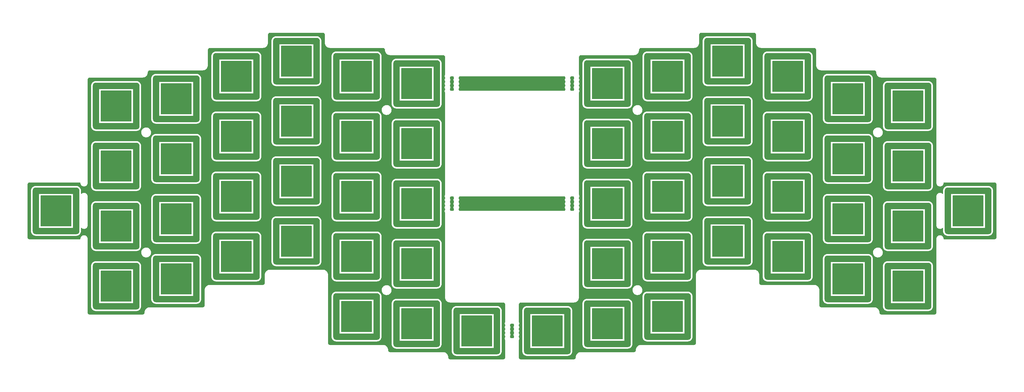
<source format=gbl>
G04 #@! TF.GenerationSoftware,KiCad,Pcbnew,(6.0.0-rc2-14-ga17a58203b)*
G04 #@! TF.CreationDate,2022-01-11T14:34:59+08:00*
G04 #@! TF.ProjectId,plate,706c6174-652e-46b6-9963-61645f706362,rev?*
G04 #@! TF.SameCoordinates,Original*
G04 #@! TF.FileFunction,Copper,L2,Bot*
G04 #@! TF.FilePolarity,Positive*
%FSLAX46Y46*%
G04 Gerber Fmt 4.6, Leading zero omitted, Abs format (unit mm)*
G04 Created by KiCad (PCBNEW (6.0.0-rc2-14-ga17a58203b)) date 2022-01-11 14:34:59*
%MOMM*%
%LPD*%
G01*
G04 APERTURE LIST*
G04 #@! TA.AperFunction,ComponentPad*
%ADD10O,2.000000X14.800000*%
G04 #@! TD*
G04 #@! TA.AperFunction,ComponentPad*
%ADD11O,14.800000X2.000000*%
G04 #@! TD*
G04 APERTURE END LIST*
D10*
X170130000Y-160274000D03*
X182930000Y-160264000D03*
D11*
X176530000Y-166674000D03*
X176530000Y-153874000D03*
X100330000Y-139650000D03*
X100330000Y-152450000D03*
D10*
X106730000Y-146040000D03*
X93930000Y-146050000D03*
D11*
X119380000Y-151588000D03*
D10*
X125780000Y-157978000D03*
D11*
X119380000Y-164388000D03*
D10*
X112980000Y-157988000D03*
X151080000Y-157988000D03*
X163880000Y-157978000D03*
D11*
X157480000Y-151588000D03*
X157480000Y-164388000D03*
D10*
X163880000Y-100828000D03*
X151080000Y-100838000D03*
D11*
X157480000Y-107238000D03*
X157480000Y-94438000D03*
X138430000Y-89612000D03*
X138430000Y-102412000D03*
D10*
X144830000Y-96002000D03*
X132030000Y-96012000D03*
D11*
X138430000Y-146762000D03*
D10*
X144830000Y-153152000D03*
X132030000Y-153162000D03*
D11*
X138430000Y-159562000D03*
D10*
X87680000Y-110226000D03*
D11*
X81280000Y-103836000D03*
D10*
X74880000Y-110236000D03*
D11*
X81280000Y-116636000D03*
X81280000Y-141936000D03*
X81280000Y-154736000D03*
D10*
X74880000Y-148336000D03*
X87680000Y-148326000D03*
X106730000Y-165090000D03*
D11*
X100330000Y-171500000D03*
X100330000Y-158700000D03*
D10*
X93930000Y-165100000D03*
D11*
X157480000Y-126288000D03*
D10*
X151080000Y-119888000D03*
X163880000Y-119878000D03*
D11*
X157480000Y-113488000D03*
X176530000Y-115774000D03*
D10*
X170130000Y-122174000D03*
D11*
X176530000Y-128574000D03*
D10*
X182930000Y-122164000D03*
D11*
X176530000Y-185724000D03*
D10*
X170130000Y-179324000D03*
X182930000Y-179314000D03*
D11*
X176530000Y-172924000D03*
X157480000Y-183438000D03*
D10*
X151080000Y-177038000D03*
X163880000Y-177028000D03*
D11*
X157480000Y-170638000D03*
X100330000Y-133400000D03*
D10*
X106730000Y-126990000D03*
D11*
X100330000Y-120600000D03*
D10*
X93930000Y-127000000D03*
X201980000Y-181600000D03*
X189180000Y-181610000D03*
D11*
X195580000Y-175210000D03*
X195580000Y-188010000D03*
X81280000Y-122886000D03*
D10*
X87680000Y-129276000D03*
D11*
X81280000Y-135686000D03*
D10*
X74880000Y-129286000D03*
X125780000Y-138928000D03*
D11*
X119380000Y-145338000D03*
X119380000Y-132538000D03*
D10*
X112980000Y-138938000D03*
X132030000Y-134112000D03*
D11*
X138430000Y-140512000D03*
X138430000Y-127712000D03*
D10*
X144830000Y-134102000D03*
D11*
X138430000Y-108662000D03*
X138430000Y-121462000D03*
D10*
X132030000Y-115062000D03*
X144830000Y-115052000D03*
X170130000Y-103124000D03*
D11*
X176530000Y-96724000D03*
X176530000Y-109524000D03*
D10*
X182930000Y-103114000D03*
X125780000Y-119878000D03*
D11*
X119380000Y-113488000D03*
X119380000Y-126288000D03*
D10*
X112980000Y-119888000D03*
X163880000Y-138928000D03*
X151080000Y-138938000D03*
D11*
X157480000Y-132538000D03*
X157480000Y-145338000D03*
X62230000Y-137110000D03*
D10*
X55830000Y-143510000D03*
D11*
X62230000Y-149910000D03*
D10*
X68630000Y-143500000D03*
D11*
X100330000Y-101550000D03*
D10*
X93930000Y-107950000D03*
X106730000Y-107940000D03*
D11*
X100330000Y-114350000D03*
D10*
X125780000Y-100828000D03*
D11*
X119380000Y-94438000D03*
X119380000Y-107238000D03*
D10*
X112980000Y-100838000D03*
D11*
X81280000Y-173786000D03*
D10*
X74880000Y-167386000D03*
X87680000Y-167376000D03*
D11*
X81280000Y-160986000D03*
D10*
X170130000Y-141224000D03*
X182930000Y-141214000D03*
D11*
X176530000Y-134824000D03*
X176530000Y-147624000D03*
X236982000Y-115774000D03*
D10*
X243382000Y-122174000D03*
D11*
X236982000Y-128574000D03*
D10*
X230582000Y-122164000D03*
D11*
X256032000Y-183438000D03*
D10*
X262432000Y-177038000D03*
X249632000Y-177028000D03*
D11*
X256032000Y-170638000D03*
X332232000Y-141936000D03*
X332232000Y-154736000D03*
D10*
X338632000Y-148336000D03*
X325832000Y-148326000D03*
D11*
X313182000Y-101550000D03*
D10*
X319582000Y-107950000D03*
X306782000Y-107940000D03*
D11*
X313182000Y-114350000D03*
D10*
X262432000Y-157988000D03*
X249632000Y-157978000D03*
D11*
X256032000Y-151588000D03*
X256032000Y-164388000D03*
X275082000Y-89612000D03*
X275082000Y-102412000D03*
D10*
X268682000Y-96002000D03*
X281482000Y-96012000D03*
X325832000Y-110226000D03*
D11*
X332232000Y-103836000D03*
D10*
X338632000Y-110236000D03*
D11*
X332232000Y-116636000D03*
D10*
X287732000Y-138928000D03*
D11*
X294132000Y-145338000D03*
X294132000Y-132538000D03*
D10*
X300532000Y-138938000D03*
D11*
X351282000Y-137110000D03*
D10*
X357682000Y-143510000D03*
D11*
X351282000Y-149910000D03*
D10*
X344882000Y-143500000D03*
X243382000Y-160274000D03*
X230582000Y-160264000D03*
D11*
X236982000Y-166674000D03*
X236982000Y-153874000D03*
X236982000Y-185724000D03*
D10*
X243382000Y-179324000D03*
X230582000Y-179314000D03*
D11*
X236982000Y-172924000D03*
X275082000Y-108662000D03*
X275082000Y-121462000D03*
D10*
X281482000Y-115062000D03*
X268682000Y-115052000D03*
D11*
X294132000Y-151588000D03*
D10*
X287732000Y-157978000D03*
D11*
X294132000Y-164388000D03*
D10*
X300532000Y-157988000D03*
X281482000Y-134112000D03*
D11*
X275082000Y-140512000D03*
X275082000Y-127712000D03*
D10*
X268682000Y-134102000D03*
D11*
X332232000Y-122886000D03*
D10*
X325832000Y-129276000D03*
D11*
X332232000Y-135686000D03*
D10*
X338632000Y-129286000D03*
X287732000Y-100828000D03*
D11*
X294132000Y-94438000D03*
X294132000Y-107238000D03*
D10*
X300532000Y-100838000D03*
X243382000Y-103124000D03*
D11*
X236982000Y-96724000D03*
X236982000Y-109524000D03*
D10*
X230582000Y-103114000D03*
X249632000Y-138928000D03*
X262432000Y-138938000D03*
D11*
X256032000Y-132538000D03*
X256032000Y-145338000D03*
X332232000Y-173786000D03*
D10*
X338632000Y-167386000D03*
X325832000Y-167376000D03*
D11*
X332232000Y-160986000D03*
D10*
X211532000Y-181600000D03*
X224332000Y-181610000D03*
D11*
X217932000Y-175210000D03*
X217932000Y-188010000D03*
X256032000Y-126288000D03*
D10*
X262432000Y-119888000D03*
X249632000Y-119878000D03*
D11*
X256032000Y-113488000D03*
D10*
X287732000Y-119878000D03*
D11*
X294132000Y-113488000D03*
X294132000Y-126288000D03*
D10*
X300532000Y-119888000D03*
D11*
X313182000Y-133400000D03*
D10*
X306782000Y-126990000D03*
D11*
X313182000Y-120600000D03*
D10*
X319582000Y-127000000D03*
X249632000Y-100828000D03*
X262432000Y-100838000D03*
D11*
X256032000Y-107238000D03*
X256032000Y-94438000D03*
D10*
X243382000Y-141224000D03*
X230582000Y-141214000D03*
D11*
X236982000Y-134824000D03*
X236982000Y-147624000D03*
X275082000Y-146762000D03*
D10*
X268682000Y-153152000D03*
X281482000Y-153162000D03*
D11*
X275082000Y-159562000D03*
X313182000Y-139650000D03*
X313182000Y-152450000D03*
D10*
X306782000Y-146040000D03*
X319582000Y-146050000D03*
X306782000Y-165090000D03*
D11*
X313182000Y-171500000D03*
X313182000Y-158700000D03*
D10*
X319582000Y-165100000D03*
G04 #@! TA.AperFunction,NonConductor*
G36*
X226252719Y-100858002D02*
G01*
X226299212Y-100911658D01*
X226307844Y-100937802D01*
X226324981Y-101018424D01*
X226324984Y-101018433D01*
X226326356Y-101024888D01*
X226329041Y-101030918D01*
X226329041Y-101030919D01*
X226387607Y-101162460D01*
X226404032Y-101199352D01*
X226407912Y-101204693D01*
X226407913Y-101204694D01*
X226450921Y-101263889D01*
X226474779Y-101330757D01*
X226458699Y-101399908D01*
X226450921Y-101412011D01*
X226408715Y-101470103D01*
X226404032Y-101476548D01*
X226401348Y-101482576D01*
X226401347Y-101482578D01*
X226329241Y-101644532D01*
X226326356Y-101651012D01*
X226324984Y-101657469D01*
X226288090Y-101831039D01*
X226286650Y-101837813D01*
X226286650Y-102028787D01*
X226326356Y-102215588D01*
X226329041Y-102221618D01*
X226329041Y-102221619D01*
X226399003Y-102378756D01*
X226404032Y-102390052D01*
X226407912Y-102395393D01*
X226407913Y-102395394D01*
X226450921Y-102454589D01*
X226474779Y-102521457D01*
X226458699Y-102590608D01*
X226450921Y-102602711D01*
X226408744Y-102660763D01*
X226404032Y-102667248D01*
X226401348Y-102673276D01*
X226401347Y-102673278D01*
X226336625Y-102818648D01*
X226326356Y-102841712D01*
X226313325Y-102903019D01*
X226288325Y-103020633D01*
X226286650Y-103028513D01*
X226286650Y-103219487D01*
X226288022Y-103225939D01*
X226288022Y-103225944D01*
X226295198Y-103259701D01*
X226326356Y-103406288D01*
X226329041Y-103412318D01*
X226329041Y-103412319D01*
X226395001Y-103560467D01*
X226404032Y-103580752D01*
X226407912Y-103586093D01*
X226407913Y-103586094D01*
X226450921Y-103645289D01*
X226474779Y-103712157D01*
X226458699Y-103781308D01*
X226450921Y-103793411D01*
X226416497Y-103840792D01*
X226404032Y-103857948D01*
X226401348Y-103863976D01*
X226401347Y-103863978D01*
X226329041Y-104026381D01*
X226326356Y-104032412D01*
X226286650Y-104219213D01*
X226286650Y-104410187D01*
X226326356Y-104596988D01*
X226404032Y-104771452D01*
X226407912Y-104776793D01*
X226407913Y-104776794D01*
X226450921Y-104835989D01*
X226474779Y-104902857D01*
X226458699Y-104972008D01*
X226450921Y-104984111D01*
X226404032Y-105048648D01*
X226326356Y-105223112D01*
X226324984Y-105229567D01*
X226324981Y-105229576D01*
X226307844Y-105310198D01*
X226274116Y-105372671D01*
X226211966Y-105406992D01*
X226184598Y-105410000D01*
X225427402Y-105410000D01*
X225359281Y-105389998D01*
X225312788Y-105336342D01*
X225304156Y-105310198D01*
X225287019Y-105229576D01*
X225287016Y-105229567D01*
X225285644Y-105223112D01*
X225207968Y-105048648D01*
X225161079Y-104984111D01*
X225137221Y-104917243D01*
X225153301Y-104848092D01*
X225161079Y-104835989D01*
X225204087Y-104776794D01*
X225204088Y-104776793D01*
X225207968Y-104771452D01*
X225285644Y-104596988D01*
X225325350Y-104410187D01*
X225325350Y-104219213D01*
X225285644Y-104032412D01*
X225282959Y-104026381D01*
X225210653Y-103863978D01*
X225210652Y-103863976D01*
X225207968Y-103857948D01*
X225195504Y-103840792D01*
X225161079Y-103793411D01*
X225137221Y-103726543D01*
X225153301Y-103657392D01*
X225161079Y-103645289D01*
X225204087Y-103586094D01*
X225204088Y-103586093D01*
X225207968Y-103580752D01*
X225217000Y-103560467D01*
X225282959Y-103412319D01*
X225282959Y-103412318D01*
X225285644Y-103406288D01*
X225316802Y-103259701D01*
X225323978Y-103225944D01*
X225323978Y-103225939D01*
X225325350Y-103219487D01*
X225325350Y-103028513D01*
X225323676Y-103020633D01*
X225298675Y-102903019D01*
X225285644Y-102841712D01*
X225275375Y-102818648D01*
X225210653Y-102673278D01*
X225210652Y-102673276D01*
X225207968Y-102667248D01*
X225203257Y-102660763D01*
X225161079Y-102602711D01*
X225137221Y-102535843D01*
X225153301Y-102466692D01*
X225161079Y-102454589D01*
X225204087Y-102395394D01*
X225204088Y-102395393D01*
X225207968Y-102390052D01*
X225212998Y-102378756D01*
X225282959Y-102221619D01*
X225282959Y-102221618D01*
X225285644Y-102215588D01*
X225325350Y-102028787D01*
X225325350Y-101837813D01*
X225323911Y-101831039D01*
X225287016Y-101657469D01*
X225285644Y-101651012D01*
X225282759Y-101644532D01*
X225210653Y-101482578D01*
X225210652Y-101482576D01*
X225207968Y-101476548D01*
X225203286Y-101470103D01*
X225161079Y-101412011D01*
X225137221Y-101345143D01*
X225153301Y-101275992D01*
X225161079Y-101263889D01*
X225204087Y-101204694D01*
X225204088Y-101204693D01*
X225207968Y-101199352D01*
X225224394Y-101162460D01*
X225282959Y-101030919D01*
X225282959Y-101030918D01*
X225285644Y-101024888D01*
X225287016Y-101018433D01*
X225287019Y-101018424D01*
X225304156Y-100937802D01*
X225337884Y-100875329D01*
X225400034Y-100841008D01*
X225427402Y-100838000D01*
X226184598Y-100838000D01*
X226252719Y-100858002D01*
G37*
G04 #@! TD.AperFunction*
G04 #@! TA.AperFunction,NonConductor*
G36*
X188152719Y-100858002D02*
G01*
X188199212Y-100911658D01*
X188207844Y-100937802D01*
X188224981Y-101018424D01*
X188224984Y-101018433D01*
X188226356Y-101024888D01*
X188229041Y-101030918D01*
X188229041Y-101030919D01*
X188287607Y-101162460D01*
X188304032Y-101199352D01*
X188307912Y-101204693D01*
X188307913Y-101204694D01*
X188350921Y-101263889D01*
X188374779Y-101330757D01*
X188358699Y-101399908D01*
X188350921Y-101412011D01*
X188308715Y-101470103D01*
X188304032Y-101476548D01*
X188301348Y-101482576D01*
X188301347Y-101482578D01*
X188229241Y-101644532D01*
X188226356Y-101651012D01*
X188224984Y-101657469D01*
X188188090Y-101831039D01*
X188186650Y-101837813D01*
X188186650Y-102028787D01*
X188226356Y-102215588D01*
X188229041Y-102221618D01*
X188229041Y-102221619D01*
X188299003Y-102378756D01*
X188304032Y-102390052D01*
X188307912Y-102395393D01*
X188307913Y-102395394D01*
X188350921Y-102454589D01*
X188374779Y-102521457D01*
X188358699Y-102590608D01*
X188350921Y-102602711D01*
X188308744Y-102660763D01*
X188304032Y-102667248D01*
X188301348Y-102673276D01*
X188301347Y-102673278D01*
X188236625Y-102818648D01*
X188226356Y-102841712D01*
X188213325Y-102903019D01*
X188188325Y-103020633D01*
X188186650Y-103028513D01*
X188186650Y-103219487D01*
X188188022Y-103225939D01*
X188188022Y-103225944D01*
X188195198Y-103259701D01*
X188226356Y-103406288D01*
X188229041Y-103412318D01*
X188229041Y-103412319D01*
X188295001Y-103560467D01*
X188304032Y-103580752D01*
X188307912Y-103586093D01*
X188307913Y-103586094D01*
X188350921Y-103645289D01*
X188374779Y-103712157D01*
X188358699Y-103781308D01*
X188350921Y-103793411D01*
X188316497Y-103840792D01*
X188304032Y-103857948D01*
X188301348Y-103863976D01*
X188301347Y-103863978D01*
X188229041Y-104026381D01*
X188226356Y-104032412D01*
X188186650Y-104219213D01*
X188186650Y-104410187D01*
X188226356Y-104596988D01*
X188304032Y-104771452D01*
X188307912Y-104776793D01*
X188307913Y-104776794D01*
X188350921Y-104835989D01*
X188374779Y-104902857D01*
X188358699Y-104972008D01*
X188350921Y-104984111D01*
X188304032Y-105048648D01*
X188226356Y-105223112D01*
X188224984Y-105229567D01*
X188224981Y-105229576D01*
X188207844Y-105310198D01*
X188174116Y-105372671D01*
X188111966Y-105406992D01*
X188084598Y-105410000D01*
X187327402Y-105410000D01*
X187259281Y-105389998D01*
X187212788Y-105336342D01*
X187204156Y-105310198D01*
X187187019Y-105229576D01*
X187187016Y-105229567D01*
X187185644Y-105223112D01*
X187107968Y-105048648D01*
X187061079Y-104984111D01*
X187037221Y-104917243D01*
X187053301Y-104848092D01*
X187061079Y-104835989D01*
X187104087Y-104776794D01*
X187104088Y-104776793D01*
X187107968Y-104771452D01*
X187185644Y-104596988D01*
X187225350Y-104410187D01*
X187225350Y-104219213D01*
X187185644Y-104032412D01*
X187182959Y-104026381D01*
X187110653Y-103863978D01*
X187110652Y-103863976D01*
X187107968Y-103857948D01*
X187095504Y-103840792D01*
X187061079Y-103793411D01*
X187037221Y-103726543D01*
X187053301Y-103657392D01*
X187061079Y-103645289D01*
X187104087Y-103586094D01*
X187104088Y-103586093D01*
X187107968Y-103580752D01*
X187117000Y-103560467D01*
X187182959Y-103412319D01*
X187182959Y-103412318D01*
X187185644Y-103406288D01*
X187216802Y-103259701D01*
X187223978Y-103225944D01*
X187223978Y-103225939D01*
X187225350Y-103219487D01*
X187225350Y-103028513D01*
X187223676Y-103020633D01*
X187198675Y-102903019D01*
X187185644Y-102841712D01*
X187175375Y-102818648D01*
X187110653Y-102673278D01*
X187110652Y-102673276D01*
X187107968Y-102667248D01*
X187103257Y-102660763D01*
X187061079Y-102602711D01*
X187037221Y-102535843D01*
X187053301Y-102466692D01*
X187061079Y-102454589D01*
X187104087Y-102395394D01*
X187104088Y-102395393D01*
X187107968Y-102390052D01*
X187112998Y-102378756D01*
X187182959Y-102221619D01*
X187182959Y-102221618D01*
X187185644Y-102215588D01*
X187225350Y-102028787D01*
X187225350Y-101837813D01*
X187223911Y-101831039D01*
X187187016Y-101657469D01*
X187185644Y-101651012D01*
X187182759Y-101644532D01*
X187110653Y-101482578D01*
X187110652Y-101482576D01*
X187107968Y-101476548D01*
X187103286Y-101470103D01*
X187061079Y-101412011D01*
X187037221Y-101345143D01*
X187053301Y-101275992D01*
X187061079Y-101263889D01*
X187104087Y-101204694D01*
X187104088Y-101204693D01*
X187107968Y-101199352D01*
X187124394Y-101162460D01*
X187182959Y-101030919D01*
X187182959Y-101030918D01*
X187185644Y-101024888D01*
X187187016Y-101018433D01*
X187187019Y-101018424D01*
X187204156Y-100937802D01*
X187237884Y-100875329D01*
X187300034Y-100841008D01*
X187327402Y-100838000D01*
X188084598Y-100838000D01*
X188152719Y-100858002D01*
G37*
G04 #@! TD.AperFunction*
G04 #@! TA.AperFunction,NonConductor*
G36*
X223474419Y-100858002D02*
G01*
X223520912Y-100911658D01*
X223529544Y-100937802D01*
X223546681Y-101018424D01*
X223546684Y-101018433D01*
X223548056Y-101024888D01*
X223550741Y-101030918D01*
X223550741Y-101030919D01*
X223609307Y-101162460D01*
X223625732Y-101199352D01*
X223629612Y-101204693D01*
X223629613Y-101204694D01*
X223672621Y-101263889D01*
X223696479Y-101330757D01*
X223680399Y-101399908D01*
X223672621Y-101412011D01*
X223630415Y-101470103D01*
X223625732Y-101476548D01*
X223623048Y-101482576D01*
X223623047Y-101482578D01*
X223550941Y-101644532D01*
X223548056Y-101651012D01*
X223546684Y-101657469D01*
X223509790Y-101831039D01*
X223508350Y-101837813D01*
X223508350Y-102028787D01*
X223548056Y-102215588D01*
X223550741Y-102221618D01*
X223550741Y-102221619D01*
X223620703Y-102378756D01*
X223625732Y-102390052D01*
X223629612Y-102395393D01*
X223629613Y-102395394D01*
X223672621Y-102454589D01*
X223696479Y-102521457D01*
X223680399Y-102590608D01*
X223672621Y-102602711D01*
X223630444Y-102660763D01*
X223625732Y-102667248D01*
X223623048Y-102673276D01*
X223623047Y-102673278D01*
X223558325Y-102818648D01*
X223548056Y-102841712D01*
X223535025Y-102903019D01*
X223510025Y-103020633D01*
X223508350Y-103028513D01*
X223508350Y-103219487D01*
X223509722Y-103225939D01*
X223509722Y-103225944D01*
X223516898Y-103259701D01*
X223548056Y-103406288D01*
X223550741Y-103412318D01*
X223550741Y-103412319D01*
X223616701Y-103560467D01*
X223625732Y-103580752D01*
X223629612Y-103586093D01*
X223629613Y-103586094D01*
X223672621Y-103645289D01*
X223696479Y-103712157D01*
X223680399Y-103781308D01*
X223672621Y-103793411D01*
X223638197Y-103840792D01*
X223625732Y-103857948D01*
X223623048Y-103863976D01*
X223623047Y-103863978D01*
X223550741Y-104026381D01*
X223548056Y-104032412D01*
X223508350Y-104219213D01*
X223508350Y-104410187D01*
X223548056Y-104596988D01*
X223625732Y-104771452D01*
X223629612Y-104776793D01*
X223629613Y-104776794D01*
X223672621Y-104835989D01*
X223696479Y-104902857D01*
X223680399Y-104972008D01*
X223672621Y-104984111D01*
X223625732Y-105048648D01*
X223548056Y-105223112D01*
X223546684Y-105229567D01*
X223546681Y-105229576D01*
X223529544Y-105310198D01*
X223495816Y-105372671D01*
X223433666Y-105406992D01*
X223406298Y-105410000D01*
X190105702Y-105410000D01*
X190037581Y-105389998D01*
X189991088Y-105336342D01*
X189982456Y-105310198D01*
X189965319Y-105229576D01*
X189965316Y-105229567D01*
X189963944Y-105223112D01*
X189886268Y-105048648D01*
X189839379Y-104984111D01*
X189815521Y-104917243D01*
X189831601Y-104848092D01*
X189839379Y-104835989D01*
X189882387Y-104776794D01*
X189882388Y-104776793D01*
X189886268Y-104771452D01*
X189963944Y-104596988D01*
X190003650Y-104410187D01*
X190003650Y-104219213D01*
X189963944Y-104032412D01*
X189961259Y-104026381D01*
X189888953Y-103863978D01*
X189888952Y-103863976D01*
X189886268Y-103857948D01*
X189873804Y-103840792D01*
X189839379Y-103793411D01*
X189815521Y-103726543D01*
X189831601Y-103657392D01*
X189839379Y-103645289D01*
X189882387Y-103586094D01*
X189882388Y-103586093D01*
X189886268Y-103580752D01*
X189895300Y-103560467D01*
X189961259Y-103412319D01*
X189961259Y-103412318D01*
X189963944Y-103406288D01*
X189995102Y-103259701D01*
X190002278Y-103225944D01*
X190002278Y-103225939D01*
X190003650Y-103219487D01*
X190003650Y-103028513D01*
X190001976Y-103020633D01*
X189976975Y-102903019D01*
X189963944Y-102841712D01*
X189953675Y-102818648D01*
X189888953Y-102673278D01*
X189888952Y-102673276D01*
X189886268Y-102667248D01*
X189881557Y-102660763D01*
X189839379Y-102602711D01*
X189815521Y-102535843D01*
X189831601Y-102466692D01*
X189839379Y-102454589D01*
X189882387Y-102395394D01*
X189882388Y-102395393D01*
X189886268Y-102390052D01*
X189891298Y-102378756D01*
X189961259Y-102221619D01*
X189961259Y-102221618D01*
X189963944Y-102215588D01*
X190003650Y-102028787D01*
X190003650Y-101837813D01*
X190002211Y-101831039D01*
X189965316Y-101657469D01*
X189963944Y-101651012D01*
X189961059Y-101644532D01*
X189888953Y-101482578D01*
X189888952Y-101482576D01*
X189886268Y-101476548D01*
X189881586Y-101470103D01*
X189839379Y-101412011D01*
X189815521Y-101345143D01*
X189831601Y-101275992D01*
X189839379Y-101263889D01*
X189882387Y-101204694D01*
X189882388Y-101204693D01*
X189886268Y-101199352D01*
X189902694Y-101162460D01*
X189961259Y-101030919D01*
X189961259Y-101030918D01*
X189963944Y-101024888D01*
X189965316Y-101018433D01*
X189965319Y-101018424D01*
X189982456Y-100937802D01*
X190016184Y-100875329D01*
X190078334Y-100841008D01*
X190105702Y-100838000D01*
X223406298Y-100838000D01*
X223474419Y-100858002D01*
G37*
G04 #@! TD.AperFunction*
G04 #@! TA.AperFunction,NonConductor*
G36*
X188152719Y-138958002D02*
G01*
X188199212Y-139011658D01*
X188207844Y-139037802D01*
X188224981Y-139118424D01*
X188224984Y-139118433D01*
X188226356Y-139124888D01*
X188229041Y-139130918D01*
X188229041Y-139130919D01*
X188287607Y-139262460D01*
X188304032Y-139299352D01*
X188307912Y-139304693D01*
X188307913Y-139304694D01*
X188350921Y-139363889D01*
X188374779Y-139430757D01*
X188358699Y-139499908D01*
X188350921Y-139512011D01*
X188337484Y-139530506D01*
X188304032Y-139576548D01*
X188301348Y-139582576D01*
X188301347Y-139582578D01*
X188229241Y-139744532D01*
X188226356Y-139751012D01*
X188186650Y-139937813D01*
X188186650Y-140128787D01*
X188226356Y-140315588D01*
X188229041Y-140321618D01*
X188229041Y-140321619D01*
X188299003Y-140478756D01*
X188304032Y-140490052D01*
X188307912Y-140495393D01*
X188307913Y-140495394D01*
X188350921Y-140554589D01*
X188374779Y-140621457D01*
X188358699Y-140690608D01*
X188350921Y-140702711D01*
X188308744Y-140760763D01*
X188304032Y-140767248D01*
X188301348Y-140773276D01*
X188301347Y-140773278D01*
X188236625Y-140918648D01*
X188226356Y-140941712D01*
X188213325Y-141003019D01*
X188188325Y-141120633D01*
X188186650Y-141128513D01*
X188186650Y-141319487D01*
X188188022Y-141325939D01*
X188188022Y-141325944D01*
X188195198Y-141359701D01*
X188226356Y-141506288D01*
X188229041Y-141512318D01*
X188229041Y-141512319D01*
X188295001Y-141660467D01*
X188304032Y-141680752D01*
X188307912Y-141686093D01*
X188307913Y-141686094D01*
X188350921Y-141745289D01*
X188374779Y-141812157D01*
X188358699Y-141881308D01*
X188350921Y-141893411D01*
X188316497Y-141940792D01*
X188304032Y-141957948D01*
X188301348Y-141963976D01*
X188301347Y-141963978D01*
X188229041Y-142126381D01*
X188226356Y-142132412D01*
X188186650Y-142319213D01*
X188186650Y-142510187D01*
X188226356Y-142696988D01*
X188304032Y-142871452D01*
X188307912Y-142876793D01*
X188307913Y-142876794D01*
X188350921Y-142935989D01*
X188374779Y-143002857D01*
X188358699Y-143072008D01*
X188350921Y-143084111D01*
X188304032Y-143148648D01*
X188226356Y-143323112D01*
X188224984Y-143329567D01*
X188224981Y-143329576D01*
X188207844Y-143410198D01*
X188174116Y-143472671D01*
X188111966Y-143506992D01*
X188084598Y-143510000D01*
X187327402Y-143510000D01*
X187259281Y-143489998D01*
X187212788Y-143436342D01*
X187204156Y-143410198D01*
X187187019Y-143329576D01*
X187187016Y-143329567D01*
X187185644Y-143323112D01*
X187107968Y-143148648D01*
X187061079Y-143084111D01*
X187037221Y-143017243D01*
X187053301Y-142948092D01*
X187061079Y-142935989D01*
X187104087Y-142876794D01*
X187104088Y-142876793D01*
X187107968Y-142871452D01*
X187185644Y-142696988D01*
X187225350Y-142510187D01*
X187225350Y-142319213D01*
X187185644Y-142132412D01*
X187182959Y-142126381D01*
X187110653Y-141963978D01*
X187110652Y-141963976D01*
X187107968Y-141957948D01*
X187095504Y-141940792D01*
X187061079Y-141893411D01*
X187037221Y-141826543D01*
X187053301Y-141757392D01*
X187061079Y-141745289D01*
X187104087Y-141686094D01*
X187104088Y-141686093D01*
X187107968Y-141680752D01*
X187117000Y-141660467D01*
X187182959Y-141512319D01*
X187182959Y-141512318D01*
X187185644Y-141506288D01*
X187216802Y-141359701D01*
X187223978Y-141325944D01*
X187223978Y-141325939D01*
X187225350Y-141319487D01*
X187225350Y-141128513D01*
X187223676Y-141120633D01*
X187198675Y-141003019D01*
X187185644Y-140941712D01*
X187175375Y-140918648D01*
X187110653Y-140773278D01*
X187110652Y-140773276D01*
X187107968Y-140767248D01*
X187103257Y-140760763D01*
X187061079Y-140702711D01*
X187037221Y-140635843D01*
X187053301Y-140566692D01*
X187061079Y-140554589D01*
X187104087Y-140495394D01*
X187104088Y-140495393D01*
X187107968Y-140490052D01*
X187112998Y-140478756D01*
X187182959Y-140321619D01*
X187182959Y-140321618D01*
X187185644Y-140315588D01*
X187225350Y-140128787D01*
X187225350Y-139937813D01*
X187185644Y-139751012D01*
X187182759Y-139744532D01*
X187110653Y-139582578D01*
X187110652Y-139582576D01*
X187107968Y-139576548D01*
X187074517Y-139530506D01*
X187061079Y-139512011D01*
X187037221Y-139445143D01*
X187053301Y-139375992D01*
X187061079Y-139363889D01*
X187104087Y-139304694D01*
X187104088Y-139304693D01*
X187107968Y-139299352D01*
X187124394Y-139262460D01*
X187182959Y-139130919D01*
X187182959Y-139130918D01*
X187185644Y-139124888D01*
X187187016Y-139118433D01*
X187187019Y-139118424D01*
X187204156Y-139037802D01*
X187237884Y-138975329D01*
X187300034Y-138941008D01*
X187327402Y-138938000D01*
X188084598Y-138938000D01*
X188152719Y-138958002D01*
G37*
G04 #@! TD.AperFunction*
G04 #@! TA.AperFunction,NonConductor*
G36*
X226252719Y-138958002D02*
G01*
X226299212Y-139011658D01*
X226307844Y-139037802D01*
X226324981Y-139118424D01*
X226324984Y-139118433D01*
X226326356Y-139124888D01*
X226329041Y-139130918D01*
X226329041Y-139130919D01*
X226387607Y-139262460D01*
X226404032Y-139299352D01*
X226407912Y-139304693D01*
X226407913Y-139304694D01*
X226450921Y-139363889D01*
X226474779Y-139430757D01*
X226458699Y-139499908D01*
X226450921Y-139512011D01*
X226437484Y-139530506D01*
X226404032Y-139576548D01*
X226401348Y-139582576D01*
X226401347Y-139582578D01*
X226329241Y-139744532D01*
X226326356Y-139751012D01*
X226286650Y-139937813D01*
X226286650Y-140128787D01*
X226326356Y-140315588D01*
X226329041Y-140321618D01*
X226329041Y-140321619D01*
X226399003Y-140478756D01*
X226404032Y-140490052D01*
X226407912Y-140495393D01*
X226407913Y-140495394D01*
X226450921Y-140554589D01*
X226474779Y-140621457D01*
X226458699Y-140690608D01*
X226450921Y-140702711D01*
X226408744Y-140760763D01*
X226404032Y-140767248D01*
X226401348Y-140773276D01*
X226401347Y-140773278D01*
X226336625Y-140918648D01*
X226326356Y-140941712D01*
X226313325Y-141003019D01*
X226288325Y-141120633D01*
X226286650Y-141128513D01*
X226286650Y-141319487D01*
X226288022Y-141325939D01*
X226288022Y-141325944D01*
X226295198Y-141359701D01*
X226326356Y-141506288D01*
X226329041Y-141512318D01*
X226329041Y-141512319D01*
X226395001Y-141660467D01*
X226404032Y-141680752D01*
X226407912Y-141686093D01*
X226407913Y-141686094D01*
X226450921Y-141745289D01*
X226474779Y-141812157D01*
X226458699Y-141881308D01*
X226450921Y-141893411D01*
X226416497Y-141940792D01*
X226404032Y-141957948D01*
X226401348Y-141963976D01*
X226401347Y-141963978D01*
X226329041Y-142126381D01*
X226326356Y-142132412D01*
X226286650Y-142319213D01*
X226286650Y-142510187D01*
X226326356Y-142696988D01*
X226404032Y-142871452D01*
X226407912Y-142876793D01*
X226407913Y-142876794D01*
X226450921Y-142935989D01*
X226474779Y-143002857D01*
X226458699Y-143072008D01*
X226450921Y-143084111D01*
X226404032Y-143148648D01*
X226326356Y-143323112D01*
X226324984Y-143329567D01*
X226324981Y-143329576D01*
X226307844Y-143410198D01*
X226274116Y-143472671D01*
X226211966Y-143506992D01*
X226184598Y-143510000D01*
X225427402Y-143510000D01*
X225359281Y-143489998D01*
X225312788Y-143436342D01*
X225304156Y-143410198D01*
X225287019Y-143329576D01*
X225287016Y-143329567D01*
X225285644Y-143323112D01*
X225207968Y-143148648D01*
X225161079Y-143084111D01*
X225137221Y-143017243D01*
X225153301Y-142948092D01*
X225161079Y-142935989D01*
X225204087Y-142876794D01*
X225204088Y-142876793D01*
X225207968Y-142871452D01*
X225285644Y-142696988D01*
X225325350Y-142510187D01*
X225325350Y-142319213D01*
X225285644Y-142132412D01*
X225282959Y-142126381D01*
X225210653Y-141963978D01*
X225210652Y-141963976D01*
X225207968Y-141957948D01*
X225195504Y-141940792D01*
X225161079Y-141893411D01*
X225137221Y-141826543D01*
X225153301Y-141757392D01*
X225161079Y-141745289D01*
X225204087Y-141686094D01*
X225204088Y-141686093D01*
X225207968Y-141680752D01*
X225217000Y-141660467D01*
X225282959Y-141512319D01*
X225282959Y-141512318D01*
X225285644Y-141506288D01*
X225316802Y-141359701D01*
X225323978Y-141325944D01*
X225323978Y-141325939D01*
X225325350Y-141319487D01*
X225325350Y-141128513D01*
X225323676Y-141120633D01*
X225298675Y-141003019D01*
X225285644Y-140941712D01*
X225275375Y-140918648D01*
X225210653Y-140773278D01*
X225210652Y-140773276D01*
X225207968Y-140767248D01*
X225203257Y-140760763D01*
X225161079Y-140702711D01*
X225137221Y-140635843D01*
X225153301Y-140566692D01*
X225161079Y-140554589D01*
X225204087Y-140495394D01*
X225204088Y-140495393D01*
X225207968Y-140490052D01*
X225212998Y-140478756D01*
X225282959Y-140321619D01*
X225282959Y-140321618D01*
X225285644Y-140315588D01*
X225325350Y-140128787D01*
X225325350Y-139937813D01*
X225285644Y-139751012D01*
X225282759Y-139744532D01*
X225210653Y-139582578D01*
X225210652Y-139582576D01*
X225207968Y-139576548D01*
X225174517Y-139530506D01*
X225161079Y-139512011D01*
X225137221Y-139445143D01*
X225153301Y-139375992D01*
X225161079Y-139363889D01*
X225204087Y-139304694D01*
X225204088Y-139304693D01*
X225207968Y-139299352D01*
X225224394Y-139262460D01*
X225282959Y-139130919D01*
X225282959Y-139130918D01*
X225285644Y-139124888D01*
X225287016Y-139118433D01*
X225287019Y-139118424D01*
X225304156Y-139037802D01*
X225337884Y-138975329D01*
X225400034Y-138941008D01*
X225427402Y-138938000D01*
X226184598Y-138938000D01*
X226252719Y-138958002D01*
G37*
G04 #@! TD.AperFunction*
G04 #@! TA.AperFunction,NonConductor*
G36*
X223474419Y-138958002D02*
G01*
X223520912Y-139011658D01*
X223529544Y-139037802D01*
X223546681Y-139118424D01*
X223546684Y-139118433D01*
X223548056Y-139124888D01*
X223550741Y-139130918D01*
X223550741Y-139130919D01*
X223609307Y-139262460D01*
X223625732Y-139299352D01*
X223629612Y-139304693D01*
X223629613Y-139304694D01*
X223672621Y-139363889D01*
X223696479Y-139430757D01*
X223680399Y-139499908D01*
X223672621Y-139512011D01*
X223659184Y-139530506D01*
X223625732Y-139576548D01*
X223623048Y-139582576D01*
X223623047Y-139582578D01*
X223550941Y-139744532D01*
X223548056Y-139751012D01*
X223508350Y-139937813D01*
X223508350Y-140128787D01*
X223548056Y-140315588D01*
X223550741Y-140321618D01*
X223550741Y-140321619D01*
X223620703Y-140478756D01*
X223625732Y-140490052D01*
X223629612Y-140495393D01*
X223629613Y-140495394D01*
X223672621Y-140554589D01*
X223696479Y-140621457D01*
X223680399Y-140690608D01*
X223672621Y-140702711D01*
X223630444Y-140760763D01*
X223625732Y-140767248D01*
X223623048Y-140773276D01*
X223623047Y-140773278D01*
X223558325Y-140918648D01*
X223548056Y-140941712D01*
X223535025Y-141003019D01*
X223510025Y-141120633D01*
X223508350Y-141128513D01*
X223508350Y-141319487D01*
X223509722Y-141325939D01*
X223509722Y-141325944D01*
X223516898Y-141359701D01*
X223548056Y-141506288D01*
X223550741Y-141512318D01*
X223550741Y-141512319D01*
X223616701Y-141660467D01*
X223625732Y-141680752D01*
X223629612Y-141686093D01*
X223629613Y-141686094D01*
X223672621Y-141745289D01*
X223696479Y-141812157D01*
X223680399Y-141881308D01*
X223672621Y-141893411D01*
X223638197Y-141940792D01*
X223625732Y-141957948D01*
X223623048Y-141963976D01*
X223623047Y-141963978D01*
X223550741Y-142126381D01*
X223548056Y-142132412D01*
X223508350Y-142319213D01*
X223508350Y-142510187D01*
X223548056Y-142696988D01*
X223625732Y-142871452D01*
X223629612Y-142876793D01*
X223629613Y-142876794D01*
X223672621Y-142935989D01*
X223696479Y-143002857D01*
X223680399Y-143072008D01*
X223672621Y-143084111D01*
X223625732Y-143148648D01*
X223548056Y-143323112D01*
X223546684Y-143329567D01*
X223546681Y-143329576D01*
X223529544Y-143410198D01*
X223495816Y-143472671D01*
X223433666Y-143506992D01*
X223406298Y-143510000D01*
X190105702Y-143510000D01*
X190037581Y-143489998D01*
X189991088Y-143436342D01*
X189982456Y-143410198D01*
X189965319Y-143329576D01*
X189965316Y-143329567D01*
X189963944Y-143323112D01*
X189886268Y-143148648D01*
X189839379Y-143084111D01*
X189815521Y-143017243D01*
X189831601Y-142948092D01*
X189839379Y-142935989D01*
X189882387Y-142876794D01*
X189882388Y-142876793D01*
X189886268Y-142871452D01*
X189963944Y-142696988D01*
X190003650Y-142510187D01*
X190003650Y-142319213D01*
X189963944Y-142132412D01*
X189961259Y-142126381D01*
X189888953Y-141963978D01*
X189888952Y-141963976D01*
X189886268Y-141957948D01*
X189873804Y-141940792D01*
X189839379Y-141893411D01*
X189815521Y-141826543D01*
X189831601Y-141757392D01*
X189839379Y-141745289D01*
X189882387Y-141686094D01*
X189882388Y-141686093D01*
X189886268Y-141680752D01*
X189895300Y-141660467D01*
X189961259Y-141512319D01*
X189961259Y-141512318D01*
X189963944Y-141506288D01*
X189995102Y-141359701D01*
X190002278Y-141325944D01*
X190002278Y-141325939D01*
X190003650Y-141319487D01*
X190003650Y-141128513D01*
X190001976Y-141120633D01*
X189976975Y-141003019D01*
X189963944Y-140941712D01*
X189953675Y-140918648D01*
X189888953Y-140773278D01*
X189888952Y-140773276D01*
X189886268Y-140767248D01*
X189881557Y-140760763D01*
X189839379Y-140702711D01*
X189815521Y-140635843D01*
X189831601Y-140566692D01*
X189839379Y-140554589D01*
X189882387Y-140495394D01*
X189882388Y-140495393D01*
X189886268Y-140490052D01*
X189891298Y-140478756D01*
X189961259Y-140321619D01*
X189961259Y-140321618D01*
X189963944Y-140315588D01*
X190003650Y-140128787D01*
X190003650Y-139937813D01*
X189963944Y-139751012D01*
X189961059Y-139744532D01*
X189888953Y-139582578D01*
X189888952Y-139582576D01*
X189886268Y-139576548D01*
X189852817Y-139530506D01*
X189839379Y-139512011D01*
X189815521Y-139445143D01*
X189831601Y-139375992D01*
X189839379Y-139363889D01*
X189882387Y-139304694D01*
X189882388Y-139304693D01*
X189886268Y-139299352D01*
X189902694Y-139262460D01*
X189961259Y-139130919D01*
X189961259Y-139130918D01*
X189963944Y-139124888D01*
X189965316Y-139118433D01*
X189965319Y-139118424D01*
X189982456Y-139037802D01*
X190016184Y-138975329D01*
X190078334Y-138941008D01*
X190105702Y-138938000D01*
X223406298Y-138938000D01*
X223474419Y-138958002D01*
G37*
G04 #@! TD.AperFunction*
G04 #@! TA.AperFunction,NonConductor*
G36*
X207202719Y-179344002D02*
G01*
X207249212Y-179397658D01*
X207257844Y-179423802D01*
X207274981Y-179504424D01*
X207274984Y-179504433D01*
X207276356Y-179510888D01*
X207354032Y-179685352D01*
X207357912Y-179690693D01*
X207357913Y-179690694D01*
X207400921Y-179749889D01*
X207424779Y-179816757D01*
X207408699Y-179885908D01*
X207400921Y-179898011D01*
X207354032Y-179962548D01*
X207276356Y-180137012D01*
X207236650Y-180323813D01*
X207236650Y-180514787D01*
X207276356Y-180701588D01*
X207354032Y-180876052D01*
X207357912Y-180881393D01*
X207357913Y-180881394D01*
X207400921Y-180940589D01*
X207424779Y-181007457D01*
X207408699Y-181076608D01*
X207400921Y-181088711D01*
X207354032Y-181153248D01*
X207276356Y-181327712D01*
X207236650Y-181514513D01*
X207236650Y-181705487D01*
X207276356Y-181892288D01*
X207354032Y-182066752D01*
X207357912Y-182072093D01*
X207357913Y-182072094D01*
X207400921Y-182131289D01*
X207424779Y-182198157D01*
X207408699Y-182267308D01*
X207400921Y-182279411D01*
X207354032Y-182343948D01*
X207276356Y-182518412D01*
X207236650Y-182705213D01*
X207236650Y-182896187D01*
X207276356Y-183082988D01*
X207354032Y-183257452D01*
X207357912Y-183262793D01*
X207357913Y-183262794D01*
X207400921Y-183321989D01*
X207424779Y-183388857D01*
X207408699Y-183458008D01*
X207400921Y-183470111D01*
X207354032Y-183534648D01*
X207351348Y-183540676D01*
X207351347Y-183540678D01*
X207281317Y-183697969D01*
X207276356Y-183709112D01*
X207274984Y-183715567D01*
X207274981Y-183715576D01*
X207257844Y-183796198D01*
X207224116Y-183858671D01*
X207161966Y-183892992D01*
X207134598Y-183896000D01*
X206377402Y-183896000D01*
X206309281Y-183875998D01*
X206262788Y-183822342D01*
X206254156Y-183796198D01*
X206237019Y-183715576D01*
X206237016Y-183715567D01*
X206235644Y-183709112D01*
X206230683Y-183697969D01*
X206160653Y-183540678D01*
X206160652Y-183540676D01*
X206157968Y-183534648D01*
X206111079Y-183470111D01*
X206087221Y-183403243D01*
X206103301Y-183334092D01*
X206111079Y-183321989D01*
X206154087Y-183262794D01*
X206154088Y-183262793D01*
X206157968Y-183257452D01*
X206235644Y-183082988D01*
X206275350Y-182896187D01*
X206275350Y-182705213D01*
X206235644Y-182518412D01*
X206157968Y-182343948D01*
X206111079Y-182279411D01*
X206087221Y-182212543D01*
X206103301Y-182143392D01*
X206111079Y-182131289D01*
X206154087Y-182072094D01*
X206154088Y-182072093D01*
X206157968Y-182066752D01*
X206235644Y-181892288D01*
X206275350Y-181705487D01*
X206275350Y-181514513D01*
X206235644Y-181327712D01*
X206157968Y-181153248D01*
X206111079Y-181088711D01*
X206087221Y-181021843D01*
X206103301Y-180952692D01*
X206111079Y-180940589D01*
X206154087Y-180881394D01*
X206154088Y-180881393D01*
X206157968Y-180876052D01*
X206235644Y-180701588D01*
X206275350Y-180514787D01*
X206275350Y-180323813D01*
X206235644Y-180137012D01*
X206157968Y-179962548D01*
X206111079Y-179898011D01*
X206087221Y-179831143D01*
X206103301Y-179761992D01*
X206111079Y-179749889D01*
X206154087Y-179690694D01*
X206154088Y-179690693D01*
X206157968Y-179685352D01*
X206235644Y-179510888D01*
X206237016Y-179504433D01*
X206237019Y-179504424D01*
X206254156Y-179423802D01*
X206287884Y-179361329D01*
X206350034Y-179327008D01*
X206377402Y-179324000D01*
X207134598Y-179324000D01*
X207202719Y-179344002D01*
G37*
G04 #@! TD.AperFunction*
G04 #@! TA.AperFunction,NonConductor*
G36*
X143263621Y-91140502D02*
G01*
X143310114Y-91194158D01*
X143321500Y-91246500D01*
X143321500Y-100777500D01*
X143301498Y-100845621D01*
X143247842Y-100892114D01*
X143195500Y-100903500D01*
X133664500Y-100903500D01*
X133596379Y-100883498D01*
X133549886Y-100829842D01*
X133538500Y-100777500D01*
X133538500Y-91246500D01*
X133558502Y-91178379D01*
X133612158Y-91131886D01*
X133664500Y-91120500D01*
X143195500Y-91120500D01*
X143263621Y-91140502D01*
G37*
G04 #@! TD.AperFunction*
G04 #@! TA.AperFunction,NonConductor*
G36*
X124213621Y-95966502D02*
G01*
X124260114Y-96020158D01*
X124271500Y-96072500D01*
X124271500Y-105603500D01*
X124251498Y-105671621D01*
X124197842Y-105718114D01*
X124145500Y-105729500D01*
X114614500Y-105729500D01*
X114546379Y-105709498D01*
X114499886Y-105655842D01*
X114488500Y-105603500D01*
X114488500Y-96072500D01*
X114508502Y-96004379D01*
X114562158Y-95957886D01*
X114614500Y-95946500D01*
X124145500Y-95946500D01*
X124213621Y-95966502D01*
G37*
G04 #@! TD.AperFunction*
G04 #@! TA.AperFunction,NonConductor*
G36*
X162313621Y-95966502D02*
G01*
X162360114Y-96020158D01*
X162371500Y-96072500D01*
X162371500Y-105603500D01*
X162351498Y-105671621D01*
X162297842Y-105718114D01*
X162245500Y-105729500D01*
X152714500Y-105729500D01*
X152646379Y-105709498D01*
X152599886Y-105655842D01*
X152588500Y-105603500D01*
X152588500Y-96072500D01*
X152608502Y-96004379D01*
X152662158Y-95957886D01*
X152714500Y-95946500D01*
X162245500Y-95946500D01*
X162313621Y-95966502D01*
G37*
G04 #@! TD.AperFunction*
G04 #@! TA.AperFunction,NonConductor*
G36*
X181363621Y-98252502D02*
G01*
X181410114Y-98306158D01*
X181421500Y-98358500D01*
X181421500Y-107889500D01*
X181401498Y-107957621D01*
X181347842Y-108004114D01*
X181295500Y-108015500D01*
X171764500Y-108015500D01*
X171696379Y-107995498D01*
X171649886Y-107941842D01*
X171638500Y-107889500D01*
X171638500Y-98358500D01*
X171658502Y-98290379D01*
X171712158Y-98243886D01*
X171764500Y-98232500D01*
X181295500Y-98232500D01*
X181363621Y-98252502D01*
G37*
G04 #@! TD.AperFunction*
G04 #@! TA.AperFunction,NonConductor*
G36*
X105163621Y-103078502D02*
G01*
X105210114Y-103132158D01*
X105221500Y-103184500D01*
X105221500Y-112715500D01*
X105201498Y-112783621D01*
X105147842Y-112830114D01*
X105095500Y-112841500D01*
X95564500Y-112841500D01*
X95496379Y-112821498D01*
X95449886Y-112767842D01*
X95438500Y-112715500D01*
X95438500Y-103184500D01*
X95458502Y-103116379D01*
X95512158Y-103069886D01*
X95564500Y-103058500D01*
X105095500Y-103058500D01*
X105163621Y-103078502D01*
G37*
G04 #@! TD.AperFunction*
G04 #@! TA.AperFunction,NonConductor*
G36*
X86113621Y-105364502D02*
G01*
X86160114Y-105418158D01*
X86171500Y-105470500D01*
X86171500Y-115001500D01*
X86151498Y-115069621D01*
X86097842Y-115116114D01*
X86045500Y-115127500D01*
X76514500Y-115127500D01*
X76446379Y-115107498D01*
X76399886Y-115053842D01*
X76388500Y-115001500D01*
X76388500Y-105470500D01*
X76408502Y-105402379D01*
X76462158Y-105355886D01*
X76514500Y-105344500D01*
X86045500Y-105344500D01*
X86113621Y-105364502D01*
G37*
G04 #@! TD.AperFunction*
G04 #@! TA.AperFunction,NonConductor*
G36*
X143263621Y-110190502D02*
G01*
X143310114Y-110244158D01*
X143321500Y-110296500D01*
X143321500Y-119827500D01*
X143301498Y-119895621D01*
X143247842Y-119942114D01*
X143195500Y-119953500D01*
X133664500Y-119953500D01*
X133596379Y-119933498D01*
X133549886Y-119879842D01*
X133538500Y-119827500D01*
X133538500Y-110296500D01*
X133558502Y-110228379D01*
X133612158Y-110181886D01*
X133664500Y-110170500D01*
X143195500Y-110170500D01*
X143263621Y-110190502D01*
G37*
G04 #@! TD.AperFunction*
G04 #@! TA.AperFunction,NonConductor*
G36*
X162313621Y-115016502D02*
G01*
X162360114Y-115070158D01*
X162371500Y-115122500D01*
X162371500Y-124653500D01*
X162351498Y-124721621D01*
X162297842Y-124768114D01*
X162245500Y-124779500D01*
X152714500Y-124779500D01*
X152646379Y-124759498D01*
X152599886Y-124705842D01*
X152588500Y-124653500D01*
X152588500Y-115122500D01*
X152608502Y-115054379D01*
X152662158Y-115007886D01*
X152714500Y-114996500D01*
X162245500Y-114996500D01*
X162313621Y-115016502D01*
G37*
G04 #@! TD.AperFunction*
G04 #@! TA.AperFunction,NonConductor*
G36*
X124213621Y-115016502D02*
G01*
X124260114Y-115070158D01*
X124271500Y-115122500D01*
X124271500Y-124653500D01*
X124251498Y-124721621D01*
X124197842Y-124768114D01*
X124145500Y-124779500D01*
X114614500Y-124779500D01*
X114546379Y-124759498D01*
X114499886Y-124705842D01*
X114488500Y-124653500D01*
X114488500Y-115122500D01*
X114508502Y-115054379D01*
X114562158Y-115007886D01*
X114614500Y-114996500D01*
X124145500Y-114996500D01*
X124213621Y-115016502D01*
G37*
G04 #@! TD.AperFunction*
G04 #@! TA.AperFunction,NonConductor*
G36*
X181363621Y-117302502D02*
G01*
X181410114Y-117356158D01*
X181421500Y-117408500D01*
X181421500Y-126939500D01*
X181401498Y-127007621D01*
X181347842Y-127054114D01*
X181295500Y-127065500D01*
X171764500Y-127065500D01*
X171696379Y-127045498D01*
X171649886Y-126991842D01*
X171638500Y-126939500D01*
X171638500Y-117408500D01*
X171658502Y-117340379D01*
X171712158Y-117293886D01*
X171764500Y-117282500D01*
X181295500Y-117282500D01*
X181363621Y-117302502D01*
G37*
G04 #@! TD.AperFunction*
G04 #@! TA.AperFunction,NonConductor*
G36*
X105163621Y-122128502D02*
G01*
X105210114Y-122182158D01*
X105221500Y-122234500D01*
X105221500Y-131765500D01*
X105201498Y-131833621D01*
X105147842Y-131880114D01*
X105095500Y-131891500D01*
X95564500Y-131891500D01*
X95496379Y-131871498D01*
X95449886Y-131817842D01*
X95438500Y-131765500D01*
X95438500Y-122234500D01*
X95458502Y-122166379D01*
X95512158Y-122119886D01*
X95564500Y-122108500D01*
X105095500Y-122108500D01*
X105163621Y-122128502D01*
G37*
G04 #@! TD.AperFunction*
G04 #@! TA.AperFunction,NonConductor*
G36*
X86113621Y-124414502D02*
G01*
X86160114Y-124468158D01*
X86171500Y-124520500D01*
X86171500Y-134051500D01*
X86151498Y-134119621D01*
X86097842Y-134166114D01*
X86045500Y-134177500D01*
X76514500Y-134177500D01*
X76446379Y-134157498D01*
X76399886Y-134103842D01*
X76388500Y-134051500D01*
X76388500Y-124520500D01*
X76408502Y-124452379D01*
X76462158Y-124405886D01*
X76514500Y-124394500D01*
X86045500Y-124394500D01*
X86113621Y-124414502D01*
G37*
G04 #@! TD.AperFunction*
G04 #@! TA.AperFunction,NonConductor*
G36*
X143263621Y-129240502D02*
G01*
X143310114Y-129294158D01*
X143321500Y-129346500D01*
X143321500Y-138877500D01*
X143301498Y-138945621D01*
X143247842Y-138992114D01*
X143195500Y-139003500D01*
X133664500Y-139003500D01*
X133596379Y-138983498D01*
X133549886Y-138929842D01*
X133538500Y-138877500D01*
X133538500Y-129346500D01*
X133558502Y-129278379D01*
X133612158Y-129231886D01*
X133664500Y-129220500D01*
X143195500Y-129220500D01*
X143263621Y-129240502D01*
G37*
G04 #@! TD.AperFunction*
G04 #@! TA.AperFunction,NonConductor*
G36*
X162313621Y-134066502D02*
G01*
X162360114Y-134120158D01*
X162371500Y-134172500D01*
X162371500Y-143703500D01*
X162351498Y-143771621D01*
X162297842Y-143818114D01*
X162245500Y-143829500D01*
X152714500Y-143829500D01*
X152646379Y-143809498D01*
X152599886Y-143755842D01*
X152588500Y-143703500D01*
X152588500Y-134172500D01*
X152608502Y-134104379D01*
X152662158Y-134057886D01*
X152714500Y-134046500D01*
X162245500Y-134046500D01*
X162313621Y-134066502D01*
G37*
G04 #@! TD.AperFunction*
G04 #@! TA.AperFunction,NonConductor*
G36*
X124213621Y-134066502D02*
G01*
X124260114Y-134120158D01*
X124271500Y-134172500D01*
X124271500Y-143703500D01*
X124251498Y-143771621D01*
X124197842Y-143818114D01*
X124145500Y-143829500D01*
X114614500Y-143829500D01*
X114546379Y-143809498D01*
X114499886Y-143755842D01*
X114488500Y-143703500D01*
X114488500Y-134172500D01*
X114508502Y-134104379D01*
X114562158Y-134057886D01*
X114614500Y-134046500D01*
X124145500Y-134046500D01*
X124213621Y-134066502D01*
G37*
G04 #@! TD.AperFunction*
G04 #@! TA.AperFunction,NonConductor*
G36*
X181363621Y-136352502D02*
G01*
X181410114Y-136406158D01*
X181421500Y-136458500D01*
X181421500Y-145989500D01*
X181401498Y-146057621D01*
X181347842Y-146104114D01*
X181295500Y-146115500D01*
X171764500Y-146115500D01*
X171696379Y-146095498D01*
X171649886Y-146041842D01*
X171638500Y-145989500D01*
X171638500Y-136458500D01*
X171658502Y-136390379D01*
X171712158Y-136343886D01*
X171764500Y-136332500D01*
X181295500Y-136332500D01*
X181363621Y-136352502D01*
G37*
G04 #@! TD.AperFunction*
G04 #@! TA.AperFunction,NonConductor*
G36*
X67063621Y-138638502D02*
G01*
X67110114Y-138692158D01*
X67121500Y-138744500D01*
X67121500Y-148275500D01*
X67101498Y-148343621D01*
X67047842Y-148390114D01*
X66995500Y-148401500D01*
X57464500Y-148401500D01*
X57396379Y-148381498D01*
X57349886Y-148327842D01*
X57338500Y-148275500D01*
X57338500Y-138744500D01*
X57358502Y-138676379D01*
X57412158Y-138629886D01*
X57464500Y-138618500D01*
X66995500Y-138618500D01*
X67063621Y-138638502D01*
G37*
G04 #@! TD.AperFunction*
G04 #@! TA.AperFunction,NonConductor*
G36*
X105163621Y-141178502D02*
G01*
X105210114Y-141232158D01*
X105221500Y-141284500D01*
X105221500Y-150815500D01*
X105201498Y-150883621D01*
X105147842Y-150930114D01*
X105095500Y-150941500D01*
X95564500Y-150941500D01*
X95496379Y-150921498D01*
X95449886Y-150867842D01*
X95438500Y-150815500D01*
X95438500Y-141284500D01*
X95458502Y-141216379D01*
X95512158Y-141169886D01*
X95564500Y-141158500D01*
X105095500Y-141158500D01*
X105163621Y-141178502D01*
G37*
G04 #@! TD.AperFunction*
G04 #@! TA.AperFunction,NonConductor*
G36*
X86113621Y-143464502D02*
G01*
X86160114Y-143518158D01*
X86171500Y-143570500D01*
X86171500Y-153101500D01*
X86151498Y-153169621D01*
X86097842Y-153216114D01*
X86045500Y-153227500D01*
X76514500Y-153227500D01*
X76446379Y-153207498D01*
X76399886Y-153153842D01*
X76388500Y-153101500D01*
X76388500Y-143570500D01*
X76408502Y-143502379D01*
X76462158Y-143455886D01*
X76514500Y-143444500D01*
X86045500Y-143444500D01*
X86113621Y-143464502D01*
G37*
G04 #@! TD.AperFunction*
G04 #@! TA.AperFunction,NonConductor*
G36*
X143263621Y-148290502D02*
G01*
X143310114Y-148344158D01*
X143321500Y-148396500D01*
X143321500Y-157927500D01*
X143301498Y-157995621D01*
X143247842Y-158042114D01*
X143195500Y-158053500D01*
X133664500Y-158053500D01*
X133596379Y-158033498D01*
X133549886Y-157979842D01*
X133538500Y-157927500D01*
X133538500Y-148396500D01*
X133558502Y-148328379D01*
X133612158Y-148281886D01*
X133664500Y-148270500D01*
X143195500Y-148270500D01*
X143263621Y-148290502D01*
G37*
G04 #@! TD.AperFunction*
G04 #@! TA.AperFunction,NonConductor*
G36*
X124213621Y-153116502D02*
G01*
X124260114Y-153170158D01*
X124271500Y-153222500D01*
X124271500Y-162753500D01*
X124251498Y-162821621D01*
X124197842Y-162868114D01*
X124145500Y-162879500D01*
X114614500Y-162879500D01*
X114546379Y-162859498D01*
X114499886Y-162805842D01*
X114488500Y-162753500D01*
X114488500Y-153222500D01*
X114508502Y-153154379D01*
X114562158Y-153107886D01*
X114614500Y-153096500D01*
X124145500Y-153096500D01*
X124213621Y-153116502D01*
G37*
G04 #@! TD.AperFunction*
G04 #@! TA.AperFunction,NonConductor*
G36*
X162313621Y-153116502D02*
G01*
X162360114Y-153170158D01*
X162371500Y-153222500D01*
X162371500Y-162753500D01*
X162351498Y-162821621D01*
X162297842Y-162868114D01*
X162245500Y-162879500D01*
X152714500Y-162879500D01*
X152646379Y-162859498D01*
X152599886Y-162805842D01*
X152588500Y-162753500D01*
X152588500Y-153222500D01*
X152608502Y-153154379D01*
X152662158Y-153107886D01*
X152714500Y-153096500D01*
X162245500Y-153096500D01*
X162313621Y-153116502D01*
G37*
G04 #@! TD.AperFunction*
G04 #@! TA.AperFunction,NonConductor*
G36*
X181363621Y-155402502D02*
G01*
X181410114Y-155456158D01*
X181421500Y-155508500D01*
X181421500Y-165039500D01*
X181401498Y-165107621D01*
X181347842Y-165154114D01*
X181295500Y-165165500D01*
X171764500Y-165165500D01*
X171696379Y-165145498D01*
X171649886Y-165091842D01*
X171638500Y-165039500D01*
X171638500Y-155508500D01*
X171658502Y-155440379D01*
X171712158Y-155393886D01*
X171764500Y-155382500D01*
X181295500Y-155382500D01*
X181363621Y-155402502D01*
G37*
G04 #@! TD.AperFunction*
G04 #@! TA.AperFunction,NonConductor*
G36*
X105163621Y-160228502D02*
G01*
X105210114Y-160282158D01*
X105221500Y-160334500D01*
X105221500Y-169865500D01*
X105201498Y-169933621D01*
X105147842Y-169980114D01*
X105095500Y-169991500D01*
X95564500Y-169991500D01*
X95496379Y-169971498D01*
X95449886Y-169917842D01*
X95438500Y-169865500D01*
X95438500Y-160334500D01*
X95458502Y-160266379D01*
X95512158Y-160219886D01*
X95564500Y-160208500D01*
X105095500Y-160208500D01*
X105163621Y-160228502D01*
G37*
G04 #@! TD.AperFunction*
G04 #@! TA.AperFunction,NonConductor*
G36*
X86113621Y-162514502D02*
G01*
X86160114Y-162568158D01*
X86171500Y-162620500D01*
X86171500Y-172151500D01*
X86151498Y-172219621D01*
X86097842Y-172266114D01*
X86045500Y-172277500D01*
X76514500Y-172277500D01*
X76446379Y-172257498D01*
X76399886Y-172203842D01*
X76388500Y-172151500D01*
X76388500Y-162620500D01*
X76408502Y-162552379D01*
X76462158Y-162505886D01*
X76514500Y-162494500D01*
X86045500Y-162494500D01*
X86113621Y-162514502D01*
G37*
G04 #@! TD.AperFunction*
G04 #@! TA.AperFunction,NonConductor*
G36*
X162313621Y-172166502D02*
G01*
X162360114Y-172220158D01*
X162371500Y-172272500D01*
X162371500Y-181803500D01*
X162351498Y-181871621D01*
X162297842Y-181918114D01*
X162245500Y-181929500D01*
X152714500Y-181929500D01*
X152646379Y-181909498D01*
X152599886Y-181855842D01*
X152588500Y-181803500D01*
X152588500Y-172272500D01*
X152608502Y-172204379D01*
X152662158Y-172157886D01*
X152714500Y-172146500D01*
X162245500Y-172146500D01*
X162313621Y-172166502D01*
G37*
G04 #@! TD.AperFunction*
G04 #@! TA.AperFunction,NonConductor*
G36*
X181363621Y-174452502D02*
G01*
X181410114Y-174506158D01*
X181421500Y-174558500D01*
X181421500Y-184089500D01*
X181401498Y-184157621D01*
X181347842Y-184204114D01*
X181295500Y-184215500D01*
X171764500Y-184215500D01*
X171696379Y-184195498D01*
X171649886Y-184141842D01*
X171638500Y-184089500D01*
X171638500Y-174558500D01*
X171658502Y-174490379D01*
X171712158Y-174443886D01*
X171764500Y-174432500D01*
X181295500Y-174432500D01*
X181363621Y-174452502D01*
G37*
G04 #@! TD.AperFunction*
G04 #@! TA.AperFunction,NonConductor*
G36*
X200413621Y-176738502D02*
G01*
X200460114Y-176792158D01*
X200471500Y-176844500D01*
X200471500Y-186375500D01*
X200451498Y-186443621D01*
X200397842Y-186490114D01*
X200345500Y-186501500D01*
X190814500Y-186501500D01*
X190746379Y-186481498D01*
X190699886Y-186427842D01*
X190688500Y-186375500D01*
X190688500Y-176844500D01*
X190708502Y-176776379D01*
X190762158Y-176729886D01*
X190814500Y-176718500D01*
X200345500Y-176718500D01*
X200413621Y-176738502D01*
G37*
G04 #@! TD.AperFunction*
G04 #@! TA.AperFunction,NonConductor*
G36*
X146782057Y-86996500D02*
G01*
X146796858Y-86998805D01*
X146796861Y-86998805D01*
X146805730Y-87000186D01*
X146814632Y-86999022D01*
X146814636Y-86999022D01*
X146814732Y-86999009D01*
X146845170Y-86998738D01*
X146939196Y-87009332D01*
X146966704Y-87015611D01*
X147074116Y-87053196D01*
X147099537Y-87065438D01*
X147195897Y-87125985D01*
X147217956Y-87143577D01*
X147298423Y-87224044D01*
X147316015Y-87246103D01*
X147376562Y-87342463D01*
X147388804Y-87367884D01*
X147426389Y-87475296D01*
X147432668Y-87502803D01*
X147442522Y-87590254D01*
X147443305Y-87605900D01*
X147443196Y-87614856D01*
X147441814Y-87623730D01*
X147443638Y-87637678D01*
X147445936Y-87655251D01*
X147447000Y-87671589D01*
X147447000Y-90120672D01*
X147445500Y-90140056D01*
X147441814Y-90163730D01*
X147442963Y-90172516D01*
X147442977Y-90172714D01*
X147442966Y-90173628D01*
X147443226Y-90176199D01*
X147445403Y-90206630D01*
X147459631Y-90405562D01*
X147509831Y-90636329D01*
X147511398Y-90640531D01*
X147511400Y-90640537D01*
X147590310Y-90852101D01*
X147592362Y-90857602D01*
X147705543Y-91064878D01*
X147847070Y-91253937D01*
X148014063Y-91420930D01*
X148203122Y-91562457D01*
X148410398Y-91675638D01*
X148414610Y-91677209D01*
X148627463Y-91756600D01*
X148627469Y-91756602D01*
X148631671Y-91758169D01*
X148636057Y-91759123D01*
X148636060Y-91759124D01*
X148772246Y-91788749D01*
X148862438Y-91808369D01*
X148866926Y-91808690D01*
X149061370Y-91822597D01*
X149073277Y-91824021D01*
X149085461Y-91826071D01*
X149091959Y-91826150D01*
X149093141Y-91826165D01*
X149093145Y-91826165D01*
X149098000Y-91826224D01*
X149125588Y-91822273D01*
X149143451Y-91821000D01*
X165812672Y-91821000D01*
X165832057Y-91822500D01*
X165846858Y-91824805D01*
X165846861Y-91824805D01*
X165855730Y-91826186D01*
X165864632Y-91825022D01*
X165864636Y-91825022D01*
X165864732Y-91825009D01*
X165895170Y-91824738D01*
X165989196Y-91835332D01*
X166016704Y-91841611D01*
X166124116Y-91879196D01*
X166149537Y-91891438D01*
X166245897Y-91951985D01*
X166267956Y-91969577D01*
X166348423Y-92050044D01*
X166366015Y-92072103D01*
X166426562Y-92168463D01*
X166438804Y-92193884D01*
X166476389Y-92301296D01*
X166482668Y-92328803D01*
X166492522Y-92416254D01*
X166493305Y-92431900D01*
X166493195Y-92440857D01*
X166491814Y-92449730D01*
X166492963Y-92458516D01*
X166492977Y-92458714D01*
X166492966Y-92459628D01*
X166493226Y-92462199D01*
X166502889Y-92597301D01*
X166509631Y-92691562D01*
X166510587Y-92695956D01*
X166558399Y-92915744D01*
X166559831Y-92922329D01*
X166561398Y-92926531D01*
X166561400Y-92926537D01*
X166633544Y-93119960D01*
X166642362Y-93143602D01*
X166644516Y-93147547D01*
X166644517Y-93147549D01*
X166701564Y-93252022D01*
X166755543Y-93350878D01*
X166897070Y-93539937D01*
X167064063Y-93706930D01*
X167253122Y-93848457D01*
X167257076Y-93850616D01*
X167449410Y-93955638D01*
X167460398Y-93961638D01*
X167464610Y-93963209D01*
X167677463Y-94042600D01*
X167677469Y-94042602D01*
X167681671Y-94044169D01*
X167686057Y-94045123D01*
X167686060Y-94045124D01*
X167784831Y-94066610D01*
X167912438Y-94094369D01*
X167916926Y-94094690D01*
X168111370Y-94108597D01*
X168123277Y-94110021D01*
X168135461Y-94112071D01*
X168141959Y-94112150D01*
X168143141Y-94112165D01*
X168143145Y-94112165D01*
X168148000Y-94112224D01*
X168175588Y-94108273D01*
X168193451Y-94107000D01*
X184862672Y-94107000D01*
X184882057Y-94108500D01*
X184896858Y-94110805D01*
X184896861Y-94110805D01*
X184905730Y-94112186D01*
X184914632Y-94111022D01*
X184914636Y-94111022D01*
X184914732Y-94111009D01*
X184945170Y-94110738D01*
X185039196Y-94121332D01*
X185066705Y-94127611D01*
X185154320Y-94158269D01*
X185174116Y-94165196D01*
X185199535Y-94177437D01*
X185240274Y-94203035D01*
X185295897Y-94237985D01*
X185317956Y-94255577D01*
X185398423Y-94336044D01*
X185416015Y-94358103D01*
X185476562Y-94454463D01*
X185488804Y-94479883D01*
X185498096Y-94506438D01*
X185526389Y-94587296D01*
X185532668Y-94614803D01*
X185542522Y-94702254D01*
X185543305Y-94717900D01*
X185543196Y-94726856D01*
X185541814Y-94735730D01*
X185543638Y-94749678D01*
X185545936Y-94767251D01*
X185547000Y-94783589D01*
X185547000Y-100216630D01*
X185530118Y-100279633D01*
X185529617Y-100280501D01*
X185525732Y-100285848D01*
X185523045Y-100291883D01*
X185500952Y-100341506D01*
X185448056Y-100460312D01*
X185432423Y-100533858D01*
X185411258Y-100633433D01*
X185408350Y-100647113D01*
X185408350Y-100838087D01*
X185409722Y-100844539D01*
X185409722Y-100844544D01*
X185427413Y-100927771D01*
X185448056Y-101024888D01*
X185450741Y-101030918D01*
X185450741Y-101030919D01*
X185509307Y-101162460D01*
X185525732Y-101199352D01*
X185529612Y-101204693D01*
X185529613Y-101204694D01*
X185572621Y-101263889D01*
X185596479Y-101330757D01*
X185580399Y-101399908D01*
X185572621Y-101412011D01*
X185530415Y-101470103D01*
X185525732Y-101476548D01*
X185523048Y-101482576D01*
X185523047Y-101482578D01*
X185450941Y-101644532D01*
X185448056Y-101651012D01*
X185446684Y-101657469D01*
X185409790Y-101831039D01*
X185408350Y-101837813D01*
X185408350Y-102028787D01*
X185448056Y-102215588D01*
X185450741Y-102221618D01*
X185450741Y-102221619D01*
X185520703Y-102378756D01*
X185525732Y-102390052D01*
X185529612Y-102395393D01*
X185529613Y-102395394D01*
X185572621Y-102454589D01*
X185596479Y-102521457D01*
X185580399Y-102590608D01*
X185572621Y-102602711D01*
X185530444Y-102660763D01*
X185525732Y-102667248D01*
X185523048Y-102673276D01*
X185523047Y-102673278D01*
X185458325Y-102818648D01*
X185448056Y-102841712D01*
X185435025Y-102903019D01*
X185410025Y-103020633D01*
X185408350Y-103028513D01*
X185408350Y-103219487D01*
X185409722Y-103225939D01*
X185409722Y-103225944D01*
X185416898Y-103259701D01*
X185448056Y-103406288D01*
X185450741Y-103412318D01*
X185450741Y-103412319D01*
X185516701Y-103560467D01*
X185525732Y-103580752D01*
X185529612Y-103586093D01*
X185529613Y-103586094D01*
X185572621Y-103645289D01*
X185596479Y-103712157D01*
X185580399Y-103781308D01*
X185572621Y-103793411D01*
X185538197Y-103840792D01*
X185525732Y-103857948D01*
X185523048Y-103863976D01*
X185523047Y-103863978D01*
X185450741Y-104026381D01*
X185448056Y-104032412D01*
X185408350Y-104219213D01*
X185408350Y-104410187D01*
X185448056Y-104596988D01*
X185525732Y-104771452D01*
X185529612Y-104776793D01*
X185529613Y-104776794D01*
X185572621Y-104835989D01*
X185596479Y-104902857D01*
X185580399Y-104972008D01*
X185572621Y-104984111D01*
X185525732Y-105048648D01*
X185448056Y-105223112D01*
X185408350Y-105409913D01*
X185408350Y-105600887D01*
X185448056Y-105787688D01*
X185525732Y-105962152D01*
X185529617Y-105967499D01*
X185530118Y-105968367D01*
X185547000Y-106031370D01*
X185547000Y-138316630D01*
X185530118Y-138379633D01*
X185529617Y-138380501D01*
X185525732Y-138385848D01*
X185523045Y-138391883D01*
X185500952Y-138441506D01*
X185448056Y-138560312D01*
X185432423Y-138633858D01*
X185410126Y-138738759D01*
X185408350Y-138747113D01*
X185408350Y-138938087D01*
X185409722Y-138944539D01*
X185409722Y-138944544D01*
X185427413Y-139027771D01*
X185448056Y-139124888D01*
X185450741Y-139130918D01*
X185450741Y-139130919D01*
X185509307Y-139262460D01*
X185525732Y-139299352D01*
X185529612Y-139304693D01*
X185529613Y-139304694D01*
X185572621Y-139363889D01*
X185596479Y-139430757D01*
X185580399Y-139499908D01*
X185572621Y-139512011D01*
X185559184Y-139530506D01*
X185525732Y-139576548D01*
X185523048Y-139582576D01*
X185523047Y-139582578D01*
X185450941Y-139744532D01*
X185448056Y-139751012D01*
X185408350Y-139937813D01*
X185408350Y-140128787D01*
X185448056Y-140315588D01*
X185450741Y-140321618D01*
X185450741Y-140321619D01*
X185520703Y-140478756D01*
X185525732Y-140490052D01*
X185529612Y-140495393D01*
X185529613Y-140495394D01*
X185572621Y-140554589D01*
X185596479Y-140621457D01*
X185580399Y-140690608D01*
X185572621Y-140702711D01*
X185530444Y-140760763D01*
X185525732Y-140767248D01*
X185523048Y-140773276D01*
X185523047Y-140773278D01*
X185458325Y-140918648D01*
X185448056Y-140941712D01*
X185435025Y-141003019D01*
X185410025Y-141120633D01*
X185408350Y-141128513D01*
X185408350Y-141319487D01*
X185409722Y-141325939D01*
X185409722Y-141325944D01*
X185416898Y-141359701D01*
X185448056Y-141506288D01*
X185450741Y-141512318D01*
X185450741Y-141512319D01*
X185516701Y-141660467D01*
X185525732Y-141680752D01*
X185529612Y-141686093D01*
X185529613Y-141686094D01*
X185572621Y-141745289D01*
X185596479Y-141812157D01*
X185580399Y-141881308D01*
X185572621Y-141893411D01*
X185538197Y-141940792D01*
X185525732Y-141957948D01*
X185523048Y-141963976D01*
X185523047Y-141963978D01*
X185450741Y-142126381D01*
X185448056Y-142132412D01*
X185408350Y-142319213D01*
X185408350Y-142510187D01*
X185448056Y-142696988D01*
X185525732Y-142871452D01*
X185529612Y-142876793D01*
X185529613Y-142876794D01*
X185572621Y-142935989D01*
X185596479Y-143002857D01*
X185580399Y-143072008D01*
X185572621Y-143084111D01*
X185525732Y-143148648D01*
X185448056Y-143323112D01*
X185408350Y-143509913D01*
X185408350Y-143700887D01*
X185448056Y-143887688D01*
X185525732Y-144062152D01*
X185529617Y-144067499D01*
X185530118Y-144068367D01*
X185547000Y-144131370D01*
X185547000Y-170892672D01*
X185545500Y-170912056D01*
X185541814Y-170935730D01*
X185542963Y-170944516D01*
X185542977Y-170944714D01*
X185542966Y-170945628D01*
X185543226Y-170948199D01*
X185545403Y-170978630D01*
X185559631Y-171177562D01*
X185560587Y-171181956D01*
X185608399Y-171401744D01*
X185609831Y-171408329D01*
X185611398Y-171412531D01*
X185611400Y-171412537D01*
X185683544Y-171605960D01*
X185692362Y-171629602D01*
X185694516Y-171633547D01*
X185694517Y-171633549D01*
X185750942Y-171736884D01*
X185805543Y-171836878D01*
X185947070Y-172025937D01*
X186114063Y-172192930D01*
X186303122Y-172334457D01*
X186307076Y-172336616D01*
X186499410Y-172441638D01*
X186510398Y-172447638D01*
X186514610Y-172449209D01*
X186727463Y-172528600D01*
X186727469Y-172528602D01*
X186731671Y-172530169D01*
X186736057Y-172531123D01*
X186736060Y-172531124D01*
X186844209Y-172554650D01*
X186962438Y-172580369D01*
X186966926Y-172580690D01*
X187161370Y-172594597D01*
X187173277Y-172596021D01*
X187185461Y-172598071D01*
X187191959Y-172598150D01*
X187193141Y-172598165D01*
X187193145Y-172598165D01*
X187198000Y-172598224D01*
X187225588Y-172594273D01*
X187243451Y-172593000D01*
X203912672Y-172593000D01*
X203932057Y-172594500D01*
X203946858Y-172596805D01*
X203946861Y-172596805D01*
X203955730Y-172598186D01*
X203964632Y-172597022D01*
X203964636Y-172597022D01*
X203964732Y-172597009D01*
X203995170Y-172596738D01*
X204089196Y-172607332D01*
X204116704Y-172613611D01*
X204137841Y-172621007D01*
X204204320Y-172644269D01*
X204224116Y-172651196D01*
X204249535Y-172663437D01*
X204321234Y-172708488D01*
X204345897Y-172723985D01*
X204367956Y-172741577D01*
X204448423Y-172822044D01*
X204466015Y-172844103D01*
X204519229Y-172928792D01*
X204526562Y-172940463D01*
X204538804Y-172965883D01*
X204553254Y-173007179D01*
X204576389Y-173073296D01*
X204582668Y-173100803D01*
X204592522Y-173188254D01*
X204593305Y-173203900D01*
X204593196Y-173212856D01*
X204591814Y-173221730D01*
X204593638Y-173235678D01*
X204595936Y-173253251D01*
X204597000Y-173269589D01*
X204597000Y-178702630D01*
X204580118Y-178765633D01*
X204579617Y-178766501D01*
X204575732Y-178771848D01*
X204498056Y-178946312D01*
X204458350Y-179133113D01*
X204458350Y-179324087D01*
X204498056Y-179510888D01*
X204575732Y-179685352D01*
X204579612Y-179690693D01*
X204579613Y-179690694D01*
X204622621Y-179749889D01*
X204646479Y-179816757D01*
X204630399Y-179885908D01*
X204622621Y-179898011D01*
X204575732Y-179962548D01*
X204498056Y-180137012D01*
X204458350Y-180323813D01*
X204458350Y-180514787D01*
X204498056Y-180701588D01*
X204575732Y-180876052D01*
X204579612Y-180881393D01*
X204579613Y-180881394D01*
X204622621Y-180940589D01*
X204646479Y-181007457D01*
X204630399Y-181076608D01*
X204622621Y-181088711D01*
X204575732Y-181153248D01*
X204498056Y-181327712D01*
X204458350Y-181514513D01*
X204458350Y-181705487D01*
X204498056Y-181892288D01*
X204575732Y-182066752D01*
X204579612Y-182072093D01*
X204579613Y-182072094D01*
X204622621Y-182131289D01*
X204646479Y-182198157D01*
X204630399Y-182267308D01*
X204622621Y-182279411D01*
X204575732Y-182343948D01*
X204498056Y-182518412D01*
X204458350Y-182705213D01*
X204458350Y-182896187D01*
X204498056Y-183082988D01*
X204575732Y-183257452D01*
X204579612Y-183262793D01*
X204579613Y-183262794D01*
X204622621Y-183321989D01*
X204646479Y-183388857D01*
X204630399Y-183458008D01*
X204622621Y-183470111D01*
X204575732Y-183534648D01*
X204573048Y-183540676D01*
X204573047Y-183540678D01*
X204503017Y-183697969D01*
X204498056Y-183709112D01*
X204484986Y-183770600D01*
X204459786Y-183889158D01*
X204458350Y-183895913D01*
X204458350Y-184086887D01*
X204459722Y-184093339D01*
X204459722Y-184093344D01*
X204469460Y-184139156D01*
X204498056Y-184273688D01*
X204500741Y-184279718D01*
X204500741Y-184279719D01*
X204544024Y-184376934D01*
X204575732Y-184448152D01*
X204579617Y-184453499D01*
X204580118Y-184454367D01*
X204597000Y-184517370D01*
X204597000Y-189942672D01*
X204595500Y-189962057D01*
X204593196Y-189976856D01*
X204591814Y-189985730D01*
X204592978Y-189994632D01*
X204592978Y-189994636D01*
X204592991Y-189994732D01*
X204593262Y-190025170D01*
X204582668Y-190119196D01*
X204576389Y-190146704D01*
X204538804Y-190254116D01*
X204526562Y-190279537D01*
X204466015Y-190375897D01*
X204448423Y-190397956D01*
X204367956Y-190478423D01*
X204345897Y-190496015D01*
X204249537Y-190556562D01*
X204224116Y-190568804D01*
X204116704Y-190606389D01*
X204089197Y-190612668D01*
X204053897Y-190616646D01*
X204001742Y-190622522D01*
X203986100Y-190623305D01*
X203977144Y-190623196D01*
X203968270Y-190621814D01*
X203936749Y-190625936D01*
X203920411Y-190627000D01*
X187247328Y-190627000D01*
X187227943Y-190625500D01*
X187213142Y-190623195D01*
X187213139Y-190623195D01*
X187204270Y-190621814D01*
X187195368Y-190622978D01*
X187195364Y-190622978D01*
X187195268Y-190622991D01*
X187164830Y-190623262D01*
X187070804Y-190612668D01*
X187043296Y-190606389D01*
X186935884Y-190568804D01*
X186910463Y-190556562D01*
X186814103Y-190496015D01*
X186792044Y-190478423D01*
X186711577Y-190397956D01*
X186693985Y-190375897D01*
X186633438Y-190279537D01*
X186621196Y-190254116D01*
X186583611Y-190146704D01*
X186577332Y-190119197D01*
X186567667Y-190033420D01*
X186567385Y-190008614D01*
X186568071Y-190004539D01*
X186568224Y-189992000D01*
X186566845Y-189982369D01*
X186565893Y-189973494D01*
X186565757Y-189971584D01*
X186550369Y-189756438D01*
X186500169Y-189525671D01*
X186498602Y-189521469D01*
X186498600Y-189521463D01*
X186419209Y-189308610D01*
X186417638Y-189304398D01*
X186405474Y-189282120D01*
X186314468Y-189115456D01*
X186304457Y-189097122D01*
X186162930Y-188908063D01*
X185995937Y-188741070D01*
X185806878Y-188599543D01*
X185770719Y-188579799D01*
X185603549Y-188488517D01*
X185603547Y-188488516D01*
X185599602Y-188486362D01*
X185590047Y-188482798D01*
X185382537Y-188405400D01*
X185382531Y-188405398D01*
X185378329Y-188403831D01*
X185373943Y-188402877D01*
X185373940Y-188402876D01*
X185229130Y-188371375D01*
X185147562Y-188353631D01*
X185143074Y-188353310D01*
X184948630Y-188339403D01*
X184936723Y-188337979D01*
X184924539Y-188335929D01*
X184918041Y-188335850D01*
X184916859Y-188335835D01*
X184916855Y-188335835D01*
X184912000Y-188335776D01*
X184885997Y-188339500D01*
X184884412Y-188339727D01*
X184866549Y-188341000D01*
X168197328Y-188341000D01*
X168177943Y-188339500D01*
X168163142Y-188337195D01*
X168163139Y-188337195D01*
X168154270Y-188335814D01*
X168145368Y-188336978D01*
X168145364Y-188336978D01*
X168145268Y-188336991D01*
X168114830Y-188337262D01*
X168020804Y-188326668D01*
X167993296Y-188320389D01*
X167914165Y-188292700D01*
X167885883Y-188282804D01*
X167860463Y-188270562D01*
X167859520Y-188269969D01*
X167764103Y-188210015D01*
X167742044Y-188192423D01*
X167661577Y-188111956D01*
X167643985Y-188089897D01*
X167626970Y-188062817D01*
X187667514Y-188062817D01*
X187677818Y-188151867D01*
X187678185Y-188155043D01*
X187678613Y-188159407D01*
X187686060Y-188251965D01*
X187689664Y-188266637D01*
X187690482Y-188269969D01*
X187693282Y-188285533D01*
X187694112Y-188292700D01*
X187695415Y-188303956D01*
X187696791Y-188308818D01*
X187696791Y-188308819D01*
X187720693Y-188393290D01*
X187721816Y-188397540D01*
X187743963Y-188487706D01*
X187745938Y-188492359D01*
X187745939Y-188492362D01*
X187751208Y-188504774D01*
X187756461Y-188519689D01*
X187761510Y-188537532D01*
X187763644Y-188542107D01*
X187763646Y-188542114D01*
X187789117Y-188596735D01*
X187798050Y-188615891D01*
X187800744Y-188621669D01*
X187802527Y-188625673D01*
X187838812Y-188711156D01*
X187841502Y-188715428D01*
X187841507Y-188715437D01*
X187848692Y-188726846D01*
X187856267Y-188740740D01*
X187864099Y-188757536D01*
X187866944Y-188761723D01*
X187866945Y-188761724D01*
X187916281Y-188834320D01*
X187918689Y-188837999D01*
X187965081Y-188911666D01*
X187968167Y-188916567D01*
X187971503Y-188920351D01*
X187971506Y-188920355D01*
X187980432Y-188930479D01*
X187990125Y-188942976D01*
X188000544Y-188958307D01*
X188004021Y-188961984D01*
X188004026Y-188961990D01*
X188064308Y-189025735D01*
X188067275Y-189028984D01*
X188125354Y-189094863D01*
X188125360Y-189094869D01*
X188128698Y-189098655D01*
X188132601Y-189101861D01*
X188132603Y-189101863D01*
X188143028Y-189110426D01*
X188154594Y-189121211D01*
X188167332Y-189134681D01*
X188221155Y-189175832D01*
X188241066Y-189191055D01*
X188244513Y-189193786D01*
X188316278Y-189252734D01*
X188332306Y-189262062D01*
X188345439Y-189270854D01*
X188360174Y-189282120D01*
X188441826Y-189325901D01*
X188441990Y-189325989D01*
X188445830Y-189328135D01*
X188521696Y-189372291D01*
X188521700Y-189372293D01*
X188526078Y-189374841D01*
X188530803Y-189376655D01*
X188530816Y-189376661D01*
X188543382Y-189381484D01*
X188557771Y-189388071D01*
X188569651Y-189394441D01*
X188569654Y-189394442D01*
X188574109Y-189396831D01*
X188578887Y-189398476D01*
X188578898Y-189398481D01*
X188661910Y-189427064D01*
X188666043Y-189428568D01*
X188747972Y-189460018D01*
X188747980Y-189460020D01*
X188752702Y-189461833D01*
X188770841Y-189465623D01*
X188786093Y-189469823D01*
X188803631Y-189475862D01*
X188895187Y-189491676D01*
X188899428Y-189492486D01*
X188924039Y-189497627D01*
X188985368Y-189510440D01*
X188985374Y-189510441D01*
X188990320Y-189511474D01*
X188995367Y-189511703D01*
X188995373Y-189511704D01*
X189005315Y-189512155D01*
X189008839Y-189512315D01*
X189024561Y-189514023D01*
X189042836Y-189517179D01*
X189049644Y-189517488D01*
X189070506Y-189518436D01*
X189070525Y-189518436D01*
X189071925Y-189518500D01*
X189142188Y-189518500D01*
X189147903Y-189518630D01*
X189232817Y-189522486D01*
X189237837Y-189521905D01*
X189237841Y-189521905D01*
X189260050Y-189519335D01*
X189274532Y-189518500D01*
X202041001Y-189518500D01*
X202043509Y-189518298D01*
X202043514Y-189518298D01*
X202216924Y-189504346D01*
X202216929Y-189504345D01*
X202221965Y-189503940D01*
X202226873Y-189502734D01*
X202226876Y-189502734D01*
X202452792Y-189447244D01*
X202457706Y-189446037D01*
X202462358Y-189444062D01*
X202462362Y-189444061D01*
X202629956Y-189372921D01*
X202681156Y-189351188D01*
X202757646Y-189303019D01*
X202882288Y-189224528D01*
X202882291Y-189224526D01*
X202886567Y-189221833D01*
X202989590Y-189131007D01*
X203064858Y-189064650D01*
X203064862Y-189064646D01*
X203068655Y-189061302D01*
X203103691Y-189018648D01*
X203219526Y-188877628D01*
X203219528Y-188877625D01*
X203222734Y-188873722D01*
X203308218Y-188726846D01*
X203342299Y-188668290D01*
X203342300Y-188668288D01*
X203344841Y-188663922D01*
X203359518Y-188625687D01*
X203430020Y-188442022D01*
X203430021Y-188442018D01*
X203431833Y-188437298D01*
X203440935Y-188393730D01*
X203443043Y-188386076D01*
X203442956Y-188386054D01*
X203444213Y-188381158D01*
X203445862Y-188376369D01*
X203449625Y-188354587D01*
X203451695Y-188342600D01*
X203452519Y-188338280D01*
X203481474Y-188199680D01*
X203482931Y-188167593D01*
X203484640Y-188151867D01*
X203486503Y-188141080D01*
X203486504Y-188141075D01*
X203487179Y-188137164D01*
X203487488Y-188130356D01*
X203488436Y-188109494D01*
X203488436Y-188109475D01*
X203488500Y-188108075D01*
X203488500Y-188047812D01*
X203488630Y-188042096D01*
X203491675Y-187975041D01*
X203492486Y-187957183D01*
X203489335Y-187929949D01*
X203488500Y-187915468D01*
X203488500Y-175247812D01*
X203488630Y-175242096D01*
X203489541Y-175222037D01*
X203492486Y-175157183D01*
X203484454Y-175087765D01*
X203484027Y-175083407D01*
X203483468Y-175076451D01*
X203477142Y-174997833D01*
X203474346Y-174963076D01*
X203474345Y-174963071D01*
X203473940Y-174958035D01*
X203467120Y-174930267D01*
X203465883Y-174924690D01*
X203465167Y-174921074D01*
X203464585Y-174916044D01*
X203457911Y-174892458D01*
X203456799Y-174888250D01*
X203454055Y-174877076D01*
X203416037Y-174722294D01*
X203411846Y-174712419D01*
X203343622Y-174551696D01*
X203321188Y-174498844D01*
X203256643Y-174396349D01*
X203194528Y-174297712D01*
X203194526Y-174297709D01*
X203191833Y-174293433D01*
X203104405Y-174194265D01*
X203034650Y-174115142D01*
X203034647Y-174115139D01*
X203031302Y-174111345D01*
X203023022Y-174104544D01*
X202847628Y-173960474D01*
X202847625Y-173960472D01*
X202843722Y-173957266D01*
X202738822Y-173896212D01*
X202638290Y-173837701D01*
X202638288Y-173837700D01*
X202633922Y-173835159D01*
X202627081Y-173832533D01*
X202412022Y-173749980D01*
X202412018Y-173749979D01*
X202407298Y-173748167D01*
X202402348Y-173747133D01*
X202402345Y-173747132D01*
X202174631Y-173699560D01*
X202174627Y-173699560D01*
X202169680Y-173698526D01*
X201927183Y-173687514D01*
X201922163Y-173688095D01*
X201922159Y-173688095D01*
X201813524Y-173700665D01*
X201799042Y-173701500D01*
X189217812Y-173701500D01*
X189212096Y-173701370D01*
X189127183Y-173697514D01*
X189122163Y-173698095D01*
X189122159Y-173698095D01*
X189082871Y-173702641D01*
X189034944Y-173708186D01*
X189030593Y-173708613D01*
X188938035Y-173716060D01*
X188920029Y-173720482D01*
X188904467Y-173723282D01*
X188891071Y-173724833D01*
X188891068Y-173724834D01*
X188886044Y-173725415D01*
X188881182Y-173726791D01*
X188881181Y-173726791D01*
X188796710Y-173750693D01*
X188792460Y-173751816D01*
X188782030Y-173754378D01*
X188702294Y-173773963D01*
X188697641Y-173775938D01*
X188697638Y-173775939D01*
X188691457Y-173778563D01*
X188685222Y-173781209D01*
X188670311Y-173786461D01*
X188652468Y-173791510D01*
X188647893Y-173793644D01*
X188647886Y-173793646D01*
X188595454Y-173818096D01*
X188568318Y-173830750D01*
X188564327Y-173832527D01*
X188478844Y-173868812D01*
X188474572Y-173871502D01*
X188474563Y-173871507D01*
X188463154Y-173878692D01*
X188449260Y-173886267D01*
X188432464Y-173894099D01*
X188428277Y-173896944D01*
X188428276Y-173896945D01*
X188355680Y-173946281D01*
X188352001Y-173948689D01*
X188292730Y-173986015D01*
X188273433Y-173998167D01*
X188269649Y-174001503D01*
X188269645Y-174001506D01*
X188259521Y-174010432D01*
X188247024Y-174020125D01*
X188231693Y-174030544D01*
X188228016Y-174034021D01*
X188228010Y-174034026D01*
X188164265Y-174094308D01*
X188161016Y-174097275D01*
X188095137Y-174155354D01*
X188095131Y-174155360D01*
X188091345Y-174158698D01*
X188088139Y-174162601D01*
X188088137Y-174162603D01*
X188079574Y-174173028D01*
X188068789Y-174184594D01*
X188055319Y-174197332D01*
X188039496Y-174218028D01*
X187998945Y-174271066D01*
X187996214Y-174274513D01*
X187983790Y-174289639D01*
X187937266Y-174346278D01*
X187927938Y-174362306D01*
X187919146Y-174375439D01*
X187907880Y-174390174D01*
X187905490Y-174394632D01*
X187905489Y-174394633D01*
X187901707Y-174401687D01*
X187866659Y-174467052D01*
X187864011Y-174471990D01*
X187861871Y-174475819D01*
X187857980Y-174482505D01*
X187830946Y-174528954D01*
X187815159Y-174556078D01*
X187813345Y-174560803D01*
X187813339Y-174560816D01*
X187808516Y-174573382D01*
X187801929Y-174587771D01*
X187797337Y-174596336D01*
X187793169Y-174604109D01*
X187791524Y-174608887D01*
X187791519Y-174608898D01*
X187762936Y-174691910D01*
X187761432Y-174696043D01*
X187729982Y-174777972D01*
X187729980Y-174777980D01*
X187728167Y-174782702D01*
X187724378Y-174800839D01*
X187720177Y-174816092D01*
X187714138Y-174833631D01*
X187698324Y-174925187D01*
X187697511Y-174929446D01*
X187679560Y-175015368D01*
X187679559Y-175015374D01*
X187678526Y-175020320D01*
X187678297Y-175025367D01*
X187678296Y-175025373D01*
X187677685Y-175038836D01*
X187675977Y-175054561D01*
X187672821Y-175072836D01*
X187672641Y-175076801D01*
X187672019Y-175090506D01*
X187671500Y-175101925D01*
X187671500Y-175172188D01*
X187671370Y-175177903D01*
X187667514Y-175262817D01*
X187668095Y-175267837D01*
X187668095Y-175267841D01*
X187670665Y-175290050D01*
X187671500Y-175304532D01*
X187671500Y-187972188D01*
X187671370Y-187977903D01*
X187667514Y-188062817D01*
X167626970Y-188062817D01*
X167583438Y-187993537D01*
X167571196Y-187968116D01*
X167565613Y-187952159D01*
X167533611Y-187860704D01*
X167527332Y-187833197D01*
X167517667Y-187747420D01*
X167517385Y-187722614D01*
X167518071Y-187718539D01*
X167518224Y-187706000D01*
X167516845Y-187696369D01*
X167515893Y-187687494D01*
X167515757Y-187685584D01*
X167500369Y-187470438D01*
X167450169Y-187239671D01*
X167448602Y-187235469D01*
X167448600Y-187235463D01*
X167369209Y-187022610D01*
X167367638Y-187018398D01*
X167355474Y-186996120D01*
X167264468Y-186829456D01*
X167254457Y-186811122D01*
X167112930Y-186622063D01*
X166945937Y-186455070D01*
X166756878Y-186313543D01*
X166720719Y-186293799D01*
X166553549Y-186202517D01*
X166553547Y-186202516D01*
X166549602Y-186200362D01*
X166540047Y-186196798D01*
X166332537Y-186119400D01*
X166332531Y-186119398D01*
X166328329Y-186117831D01*
X166323943Y-186116877D01*
X166323940Y-186116876D01*
X166179130Y-186085375D01*
X166097562Y-186067631D01*
X166093074Y-186067310D01*
X165898630Y-186053403D01*
X165886723Y-186051979D01*
X165874539Y-186049929D01*
X165868041Y-186049850D01*
X165866859Y-186049835D01*
X165866855Y-186049835D01*
X165862000Y-186049776D01*
X165835997Y-186053500D01*
X165834412Y-186053727D01*
X165816549Y-186055000D01*
X149147328Y-186055000D01*
X149127943Y-186053500D01*
X149113142Y-186051195D01*
X149113139Y-186051195D01*
X149104270Y-186049814D01*
X149095368Y-186050978D01*
X149095364Y-186050978D01*
X149095268Y-186050991D01*
X149064830Y-186051262D01*
X148970804Y-186040668D01*
X148943296Y-186034389D01*
X148864165Y-186006700D01*
X148835883Y-185996804D01*
X148810463Y-185984562D01*
X148809520Y-185983969D01*
X148714103Y-185924015D01*
X148692044Y-185906423D01*
X148611577Y-185825956D01*
X148593985Y-185803897D01*
X148576970Y-185776817D01*
X168617514Y-185776817D01*
X168627818Y-185865867D01*
X168628185Y-185869043D01*
X168628613Y-185873407D01*
X168636060Y-185965965D01*
X168639664Y-185980637D01*
X168640482Y-185983969D01*
X168643282Y-185999533D01*
X168644112Y-186006700D01*
X168645415Y-186017956D01*
X168646791Y-186022818D01*
X168646791Y-186022819D01*
X168670693Y-186107290D01*
X168671816Y-186111540D01*
X168693963Y-186201706D01*
X168695938Y-186206359D01*
X168695939Y-186206362D01*
X168701208Y-186218774D01*
X168706461Y-186233689D01*
X168711510Y-186251532D01*
X168713644Y-186256107D01*
X168713646Y-186256114D01*
X168739117Y-186310735D01*
X168748050Y-186329891D01*
X168750744Y-186335669D01*
X168752527Y-186339673D01*
X168788812Y-186425156D01*
X168791502Y-186429428D01*
X168791507Y-186429437D01*
X168798692Y-186440846D01*
X168806267Y-186454740D01*
X168814099Y-186471536D01*
X168816944Y-186475723D01*
X168816945Y-186475724D01*
X168866281Y-186548320D01*
X168868689Y-186551999D01*
X168915081Y-186625666D01*
X168918167Y-186630567D01*
X168921503Y-186634351D01*
X168921506Y-186634355D01*
X168930432Y-186644479D01*
X168940125Y-186656976D01*
X168950544Y-186672307D01*
X168954021Y-186675984D01*
X168954026Y-186675990D01*
X169014308Y-186739735D01*
X169017275Y-186742984D01*
X169075354Y-186808863D01*
X169075360Y-186808869D01*
X169078698Y-186812655D01*
X169082601Y-186815861D01*
X169082603Y-186815863D01*
X169093028Y-186824426D01*
X169104594Y-186835211D01*
X169117332Y-186848681D01*
X169171155Y-186889832D01*
X169191066Y-186905055D01*
X169194513Y-186907786D01*
X169266278Y-186966734D01*
X169282306Y-186976062D01*
X169295439Y-186984854D01*
X169310174Y-186996120D01*
X169391826Y-187039901D01*
X169391990Y-187039989D01*
X169395830Y-187042135D01*
X169471696Y-187086291D01*
X169471700Y-187086293D01*
X169476078Y-187088841D01*
X169480803Y-187090655D01*
X169480816Y-187090661D01*
X169493382Y-187095484D01*
X169507771Y-187102071D01*
X169519651Y-187108441D01*
X169519654Y-187108442D01*
X169524109Y-187110831D01*
X169528887Y-187112476D01*
X169528898Y-187112481D01*
X169611910Y-187141064D01*
X169616043Y-187142568D01*
X169697972Y-187174018D01*
X169697980Y-187174020D01*
X169702702Y-187175833D01*
X169720841Y-187179623D01*
X169736093Y-187183823D01*
X169753631Y-187189862D01*
X169845187Y-187205676D01*
X169849428Y-187206486D01*
X169874039Y-187211627D01*
X169935368Y-187224440D01*
X169935374Y-187224441D01*
X169940320Y-187225474D01*
X169945367Y-187225703D01*
X169945373Y-187225704D01*
X169955315Y-187226155D01*
X169958839Y-187226315D01*
X169974561Y-187228023D01*
X169992836Y-187231179D01*
X169999644Y-187231488D01*
X170020506Y-187232436D01*
X170020525Y-187232436D01*
X170021925Y-187232500D01*
X170092188Y-187232500D01*
X170097903Y-187232630D01*
X170182817Y-187236486D01*
X170187837Y-187235905D01*
X170187841Y-187235905D01*
X170210050Y-187233335D01*
X170224532Y-187232500D01*
X182991001Y-187232500D01*
X182993509Y-187232298D01*
X182993514Y-187232298D01*
X183166924Y-187218346D01*
X183166929Y-187218345D01*
X183171965Y-187217940D01*
X183176873Y-187216734D01*
X183176876Y-187216734D01*
X183402792Y-187161244D01*
X183407706Y-187160037D01*
X183412358Y-187158062D01*
X183412362Y-187158061D01*
X183579956Y-187086921D01*
X183631156Y-187065188D01*
X183707646Y-187017019D01*
X183832288Y-186938528D01*
X183832291Y-186938526D01*
X183836567Y-186935833D01*
X183939590Y-186845007D01*
X184014858Y-186778650D01*
X184014862Y-186778646D01*
X184018655Y-186775302D01*
X184053691Y-186732648D01*
X184169526Y-186591628D01*
X184169528Y-186591625D01*
X184172734Y-186587722D01*
X184258218Y-186440846D01*
X184292299Y-186382290D01*
X184292300Y-186382288D01*
X184294841Y-186377922D01*
X184309518Y-186339687D01*
X184380020Y-186156022D01*
X184380021Y-186156018D01*
X184381833Y-186151298D01*
X184390935Y-186107730D01*
X184393043Y-186100076D01*
X184392956Y-186100054D01*
X184394213Y-186095158D01*
X184395862Y-186090369D01*
X184399625Y-186068587D01*
X184401695Y-186056600D01*
X184402519Y-186052280D01*
X184431474Y-185913680D01*
X184432931Y-185881593D01*
X184434640Y-185865867D01*
X184436503Y-185855080D01*
X184436504Y-185855075D01*
X184437179Y-185851164D01*
X184437488Y-185844356D01*
X184438436Y-185823494D01*
X184438436Y-185823475D01*
X184438500Y-185822075D01*
X184438500Y-185761812D01*
X184438630Y-185756096D01*
X184441675Y-185689041D01*
X184442486Y-185671183D01*
X184439335Y-185643949D01*
X184438500Y-185629468D01*
X184438500Y-172961812D01*
X184438630Y-172956096D01*
X184439541Y-172936037D01*
X184442486Y-172871183D01*
X184434454Y-172801765D01*
X184434027Y-172797407D01*
X184432191Y-172774580D01*
X184428951Y-172734320D01*
X184424346Y-172677076D01*
X184424345Y-172677071D01*
X184423940Y-172672035D01*
X184421829Y-172663438D01*
X184417120Y-172644269D01*
X184415883Y-172638690D01*
X184415167Y-172635074D01*
X184414585Y-172630044D01*
X184407911Y-172606458D01*
X184406799Y-172602250D01*
X184405575Y-172597264D01*
X184366037Y-172436294D01*
X184361846Y-172426419D01*
X184293622Y-172265696D01*
X184271188Y-172212844D01*
X184206643Y-172110349D01*
X184144528Y-172011712D01*
X184144526Y-172011709D01*
X184141833Y-172007433D01*
X184054405Y-171908265D01*
X183984650Y-171829142D01*
X183984647Y-171829139D01*
X183981302Y-171825345D01*
X183911086Y-171767669D01*
X183797628Y-171674474D01*
X183797625Y-171674472D01*
X183793722Y-171671266D01*
X183688822Y-171610213D01*
X183588290Y-171551701D01*
X183588288Y-171551700D01*
X183583922Y-171549159D01*
X183577081Y-171546533D01*
X183362022Y-171463980D01*
X183362018Y-171463979D01*
X183357298Y-171462167D01*
X183352348Y-171461133D01*
X183352345Y-171461132D01*
X183124631Y-171413560D01*
X183124627Y-171413560D01*
X183119680Y-171412526D01*
X182877183Y-171401514D01*
X182872163Y-171402095D01*
X182872159Y-171402095D01*
X182763524Y-171414665D01*
X182749042Y-171415500D01*
X170167812Y-171415500D01*
X170162096Y-171415370D01*
X170077183Y-171411514D01*
X170072163Y-171412095D01*
X170072159Y-171412095D01*
X170032871Y-171416641D01*
X169984944Y-171422186D01*
X169980593Y-171422613D01*
X169888035Y-171430060D01*
X169870029Y-171434482D01*
X169854467Y-171437282D01*
X169841071Y-171438833D01*
X169841068Y-171438834D01*
X169836044Y-171439415D01*
X169831182Y-171440791D01*
X169831181Y-171440791D01*
X169746710Y-171464693D01*
X169742460Y-171465816D01*
X169732030Y-171468378D01*
X169652294Y-171487963D01*
X169647641Y-171489938D01*
X169647638Y-171489939D01*
X169641457Y-171492563D01*
X169635222Y-171495209D01*
X169620311Y-171500461D01*
X169602468Y-171505510D01*
X169597893Y-171507644D01*
X169597886Y-171507646D01*
X169545454Y-171532096D01*
X169518318Y-171544750D01*
X169514327Y-171546527D01*
X169428844Y-171582812D01*
X169424572Y-171585502D01*
X169424563Y-171585507D01*
X169413154Y-171592692D01*
X169399260Y-171600267D01*
X169382464Y-171608099D01*
X169378277Y-171610944D01*
X169378276Y-171610945D01*
X169305680Y-171660281D01*
X169302001Y-171662689D01*
X169251278Y-171694632D01*
X169223433Y-171712167D01*
X169219649Y-171715503D01*
X169219645Y-171715506D01*
X169209521Y-171724432D01*
X169197024Y-171734125D01*
X169181693Y-171744544D01*
X169178016Y-171748021D01*
X169178010Y-171748026D01*
X169114265Y-171808308D01*
X169111016Y-171811275D01*
X169045137Y-171869354D01*
X169045131Y-171869360D01*
X169041345Y-171872698D01*
X169038139Y-171876601D01*
X169038137Y-171876603D01*
X169029574Y-171887028D01*
X169018789Y-171898594D01*
X169005319Y-171911332D01*
X168989496Y-171932028D01*
X168948945Y-171985066D01*
X168946214Y-171988513D01*
X168933790Y-172003639D01*
X168887266Y-172060278D01*
X168877938Y-172076306D01*
X168869146Y-172089439D01*
X168857880Y-172104174D01*
X168855490Y-172108632D01*
X168855489Y-172108633D01*
X168851707Y-172115687D01*
X168816659Y-172181052D01*
X168814011Y-172185990D01*
X168811871Y-172189819D01*
X168808491Y-172195627D01*
X168772481Y-172257498D01*
X168765159Y-172270078D01*
X168763345Y-172274803D01*
X168763339Y-172274816D01*
X168758516Y-172287382D01*
X168751929Y-172301771D01*
X168747337Y-172310336D01*
X168743169Y-172318109D01*
X168741524Y-172322887D01*
X168741519Y-172322898D01*
X168712936Y-172405910D01*
X168711432Y-172410043D01*
X168679982Y-172491972D01*
X168679980Y-172491980D01*
X168678167Y-172496702D01*
X168674378Y-172514839D01*
X168670177Y-172530092D01*
X168669916Y-172530849D01*
X168664138Y-172547631D01*
X168648324Y-172639187D01*
X168647511Y-172643446D01*
X168629560Y-172729368D01*
X168629559Y-172729374D01*
X168628526Y-172734320D01*
X168628297Y-172739367D01*
X168628296Y-172739373D01*
X168627685Y-172752836D01*
X168625977Y-172768561D01*
X168622821Y-172786836D01*
X168622641Y-172790801D01*
X168622019Y-172804506D01*
X168621500Y-172815925D01*
X168621500Y-172886188D01*
X168621370Y-172891903D01*
X168617514Y-172976817D01*
X168618095Y-172981837D01*
X168618095Y-172981841D01*
X168620665Y-173004050D01*
X168621500Y-173018532D01*
X168621500Y-185686188D01*
X168621370Y-185691903D01*
X168617514Y-185776817D01*
X148576970Y-185776817D01*
X148533438Y-185707537D01*
X148521196Y-185682116D01*
X148515613Y-185666159D01*
X148483611Y-185574704D01*
X148477332Y-185547197D01*
X148467667Y-185461420D01*
X148467385Y-185436614D01*
X148468071Y-185432539D01*
X148468224Y-185420000D01*
X148464273Y-185392412D01*
X148463000Y-185374549D01*
X148463000Y-183490817D01*
X149567514Y-183490817D01*
X149577818Y-183579867D01*
X149578185Y-183583043D01*
X149578613Y-183587407D01*
X149586060Y-183679965D01*
X149589664Y-183694637D01*
X149590482Y-183697969D01*
X149593282Y-183713533D01*
X149594112Y-183720700D01*
X149595415Y-183731956D01*
X149596791Y-183736818D01*
X149596791Y-183736819D01*
X149620693Y-183821290D01*
X149621816Y-183825540D01*
X149643963Y-183915706D01*
X149645938Y-183920359D01*
X149645939Y-183920362D01*
X149651208Y-183932774D01*
X149656461Y-183947689D01*
X149661510Y-183965532D01*
X149663644Y-183970107D01*
X149663646Y-183970114D01*
X149689117Y-184024735D01*
X149698050Y-184043891D01*
X149700744Y-184049669D01*
X149702527Y-184053673D01*
X149738812Y-184139156D01*
X149741502Y-184143428D01*
X149741507Y-184143437D01*
X149748692Y-184154846D01*
X149756267Y-184168740D01*
X149764099Y-184185536D01*
X149766944Y-184189723D01*
X149766945Y-184189724D01*
X149816281Y-184262320D01*
X149818689Y-184265999D01*
X149868167Y-184344567D01*
X149871503Y-184348351D01*
X149871506Y-184348355D01*
X149880432Y-184358479D01*
X149890125Y-184370976D01*
X149900544Y-184386307D01*
X149904021Y-184389984D01*
X149904026Y-184389990D01*
X149964308Y-184453735D01*
X149967275Y-184456984D01*
X150025354Y-184522863D01*
X150025360Y-184522869D01*
X150028698Y-184526655D01*
X150032601Y-184529861D01*
X150032603Y-184529863D01*
X150043028Y-184538426D01*
X150054594Y-184549211D01*
X150067332Y-184562681D01*
X150121155Y-184603832D01*
X150141066Y-184619055D01*
X150144513Y-184621786D01*
X150216278Y-184680734D01*
X150232306Y-184690062D01*
X150245439Y-184698854D01*
X150260174Y-184710120D01*
X150341826Y-184753901D01*
X150341990Y-184753989D01*
X150345830Y-184756135D01*
X150421696Y-184800291D01*
X150421700Y-184800293D01*
X150426078Y-184802841D01*
X150430803Y-184804655D01*
X150430816Y-184804661D01*
X150443382Y-184809484D01*
X150457771Y-184816071D01*
X150469651Y-184822441D01*
X150469654Y-184822442D01*
X150474109Y-184824831D01*
X150478887Y-184826476D01*
X150478898Y-184826481D01*
X150561910Y-184855064D01*
X150566043Y-184856568D01*
X150647972Y-184888018D01*
X150647980Y-184888020D01*
X150652702Y-184889833D01*
X150670841Y-184893623D01*
X150686093Y-184897823D01*
X150703631Y-184903862D01*
X150795187Y-184919676D01*
X150799428Y-184920486D01*
X150824039Y-184925627D01*
X150885368Y-184938440D01*
X150885374Y-184938441D01*
X150890320Y-184939474D01*
X150895367Y-184939703D01*
X150895373Y-184939704D01*
X150905315Y-184940155D01*
X150908839Y-184940315D01*
X150924561Y-184942023D01*
X150942836Y-184945179D01*
X150949644Y-184945488D01*
X150970506Y-184946436D01*
X150970525Y-184946436D01*
X150971925Y-184946500D01*
X151042188Y-184946500D01*
X151047903Y-184946630D01*
X151132817Y-184950486D01*
X151137837Y-184949905D01*
X151137841Y-184949905D01*
X151160050Y-184947335D01*
X151174532Y-184946500D01*
X163941001Y-184946500D01*
X163943509Y-184946298D01*
X163943514Y-184946298D01*
X164116924Y-184932346D01*
X164116929Y-184932345D01*
X164121965Y-184931940D01*
X164126873Y-184930734D01*
X164126876Y-184930734D01*
X164352792Y-184875244D01*
X164357706Y-184874037D01*
X164362358Y-184872062D01*
X164362362Y-184872061D01*
X164525433Y-184802841D01*
X164581156Y-184779188D01*
X164687037Y-184712511D01*
X164782288Y-184652528D01*
X164782291Y-184652526D01*
X164786567Y-184649833D01*
X164889590Y-184559007D01*
X164964858Y-184492650D01*
X164964862Y-184492646D01*
X164968655Y-184489302D01*
X165007413Y-184442117D01*
X165119526Y-184305628D01*
X165119528Y-184305625D01*
X165122734Y-184301722D01*
X165208218Y-184154846D01*
X165242299Y-184096290D01*
X165242300Y-184096288D01*
X165244841Y-184091922D01*
X165259518Y-184053687D01*
X165330020Y-183870022D01*
X165330021Y-183870018D01*
X165331833Y-183865298D01*
X165340935Y-183821730D01*
X165343043Y-183814076D01*
X165342956Y-183814054D01*
X165344213Y-183809158D01*
X165345862Y-183804369D01*
X165347274Y-183796198D01*
X165351695Y-183770600D01*
X165352519Y-183766280D01*
X165360740Y-183726927D01*
X165381474Y-183627680D01*
X165382931Y-183595593D01*
X165384640Y-183579867D01*
X165386503Y-183569080D01*
X165386504Y-183569075D01*
X165387179Y-183565164D01*
X165387488Y-183558356D01*
X165388436Y-183537494D01*
X165388436Y-183537475D01*
X165388500Y-183536075D01*
X165388500Y-183475812D01*
X165388630Y-183470096D01*
X165391545Y-183405904D01*
X165392486Y-183385183D01*
X165389335Y-183357949D01*
X165388500Y-183343468D01*
X165388500Y-170675812D01*
X165388630Y-170670096D01*
X165391675Y-170603041D01*
X165392486Y-170585183D01*
X165384454Y-170515765D01*
X165384027Y-170511407D01*
X165382191Y-170488580D01*
X165378553Y-170443364D01*
X165374346Y-170391076D01*
X165374345Y-170391071D01*
X165373940Y-170386035D01*
X165367120Y-170358267D01*
X165365883Y-170352690D01*
X165365167Y-170349074D01*
X165364585Y-170344044D01*
X165357911Y-170320458D01*
X165356799Y-170316250D01*
X165344607Y-170266610D01*
X165316037Y-170150294D01*
X165312025Y-170140841D01*
X165243622Y-169979696D01*
X165221188Y-169926844D01*
X165173019Y-169850354D01*
X165094528Y-169725712D01*
X165094526Y-169725709D01*
X165091833Y-169721433D01*
X165004405Y-169622265D01*
X164934650Y-169543142D01*
X164934647Y-169543139D01*
X164931302Y-169539345D01*
X164829469Y-169455699D01*
X164747628Y-169388474D01*
X164747625Y-169388472D01*
X164743722Y-169385266D01*
X164596374Y-169299507D01*
X164538290Y-169265701D01*
X164538288Y-169265700D01*
X164533922Y-169263159D01*
X164527081Y-169260533D01*
X164312022Y-169177980D01*
X164312018Y-169177979D01*
X164307298Y-169176167D01*
X164302348Y-169175133D01*
X164302345Y-169175132D01*
X164074631Y-169127560D01*
X164074627Y-169127560D01*
X164069680Y-169126526D01*
X163827183Y-169115514D01*
X163822163Y-169116095D01*
X163822159Y-169116095D01*
X163713524Y-169128665D01*
X163699042Y-169129500D01*
X151117812Y-169129500D01*
X151112096Y-169129370D01*
X151027183Y-169125514D01*
X151022163Y-169126095D01*
X151022159Y-169126095D01*
X150982871Y-169130641D01*
X150934944Y-169136186D01*
X150930593Y-169136613D01*
X150838035Y-169144060D01*
X150820029Y-169148482D01*
X150804467Y-169151282D01*
X150791071Y-169152833D01*
X150791068Y-169152834D01*
X150786044Y-169153415D01*
X150781182Y-169154791D01*
X150781181Y-169154791D01*
X150696710Y-169178693D01*
X150692460Y-169179816D01*
X150602294Y-169201963D01*
X150597641Y-169203938D01*
X150597638Y-169203939D01*
X150593728Y-169205599D01*
X150585222Y-169209209D01*
X150570311Y-169214461D01*
X150552468Y-169219510D01*
X150547893Y-169221644D01*
X150547886Y-169221646D01*
X150493265Y-169247117D01*
X150468318Y-169258750D01*
X150464327Y-169260527D01*
X150378844Y-169296812D01*
X150374572Y-169299502D01*
X150374563Y-169299507D01*
X150363154Y-169306692D01*
X150349260Y-169314267D01*
X150332464Y-169322099D01*
X150328277Y-169324944D01*
X150328276Y-169324945D01*
X150255680Y-169374281D01*
X150252001Y-169376689D01*
X150243641Y-169381954D01*
X150173433Y-169426167D01*
X150169649Y-169429503D01*
X150169645Y-169429506D01*
X150159521Y-169438432D01*
X150147024Y-169448125D01*
X150131693Y-169458544D01*
X150128016Y-169462021D01*
X150128010Y-169462026D01*
X150064265Y-169522308D01*
X150061016Y-169525275D01*
X149995137Y-169583354D01*
X149995131Y-169583360D01*
X149991345Y-169586698D01*
X149988139Y-169590601D01*
X149988137Y-169590603D01*
X149979574Y-169601028D01*
X149968789Y-169612594D01*
X149955319Y-169625332D01*
X149914168Y-169679155D01*
X149898945Y-169699066D01*
X149896214Y-169702513D01*
X149883790Y-169717639D01*
X149837266Y-169774278D01*
X149827938Y-169790306D01*
X149819146Y-169803439D01*
X149807880Y-169818174D01*
X149766659Y-169895052D01*
X149764011Y-169899990D01*
X149761871Y-169903819D01*
X149759438Y-169908000D01*
X149722481Y-169971498D01*
X149715159Y-169984078D01*
X149713345Y-169988803D01*
X149713339Y-169988816D01*
X149708516Y-170001382D01*
X149701929Y-170015771D01*
X149697337Y-170024336D01*
X149693169Y-170032109D01*
X149691524Y-170036887D01*
X149691519Y-170036898D01*
X149662936Y-170119910D01*
X149661432Y-170124043D01*
X149629982Y-170205972D01*
X149629980Y-170205980D01*
X149628167Y-170210702D01*
X149627132Y-170215657D01*
X149624378Y-170228839D01*
X149620177Y-170244092D01*
X149614138Y-170261631D01*
X149598324Y-170353187D01*
X149597511Y-170357446D01*
X149579560Y-170443368D01*
X149579559Y-170443374D01*
X149578526Y-170448320D01*
X149578297Y-170453367D01*
X149578296Y-170453373D01*
X149577685Y-170466836D01*
X149575977Y-170482561D01*
X149572821Y-170500836D01*
X149572641Y-170504801D01*
X149572019Y-170518506D01*
X149571500Y-170529925D01*
X149571500Y-170600188D01*
X149571370Y-170605903D01*
X149567514Y-170690817D01*
X149568095Y-170695837D01*
X149568095Y-170695841D01*
X149570665Y-170718050D01*
X149571500Y-170732532D01*
X149571500Y-183400188D01*
X149571370Y-183405903D01*
X149567514Y-183490817D01*
X148463000Y-183490817D01*
X148463000Y-168710568D01*
X165442382Y-168710568D01*
X165471208Y-168959699D01*
X165472587Y-168964573D01*
X165472588Y-168964577D01*
X165534999Y-169185132D01*
X165539494Y-169201017D01*
X165541628Y-169205592D01*
X165541630Y-169205599D01*
X165643347Y-169423731D01*
X165645484Y-169428313D01*
X165648326Y-169432494D01*
X165648326Y-169432495D01*
X165783605Y-169631552D01*
X165783608Y-169631556D01*
X165786451Y-169635739D01*
X165789928Y-169639416D01*
X165789929Y-169639417D01*
X165890238Y-169745491D01*
X165958767Y-169817959D01*
X165962793Y-169821037D01*
X165962794Y-169821038D01*
X166153981Y-169967212D01*
X166153985Y-169967215D01*
X166158001Y-169970285D01*
X166162459Y-169972675D01*
X166162460Y-169972676D01*
X166176332Y-169980114D01*
X166379026Y-170088797D01*
X166383807Y-170090443D01*
X166383811Y-170090445D01*
X166537098Y-170143226D01*
X166616156Y-170170448D01*
X166719689Y-170188331D01*
X166859380Y-170212460D01*
X166859386Y-170212461D01*
X166863290Y-170213135D01*
X166867251Y-170213315D01*
X166867252Y-170213315D01*
X166891931Y-170214436D01*
X166891950Y-170214436D01*
X166893350Y-170214500D01*
X167068015Y-170214500D01*
X167070523Y-170214298D01*
X167070528Y-170214298D01*
X167249944Y-170199863D01*
X167249949Y-170199862D01*
X167254985Y-170199457D01*
X167259893Y-170198252D01*
X167259896Y-170198251D01*
X167493625Y-170140841D01*
X167498539Y-170139634D01*
X167503191Y-170137659D01*
X167503195Y-170137658D01*
X167724741Y-170043617D01*
X167724742Y-170043617D01*
X167729396Y-170041641D01*
X167900929Y-169933621D01*
X167937334Y-169910696D01*
X167937335Y-169910695D01*
X167941615Y-169908000D01*
X168129738Y-169742147D01*
X168288924Y-169548351D01*
X168415078Y-169331596D01*
X168418758Y-169322011D01*
X168493157Y-169128195D01*
X168504955Y-169097461D01*
X168556241Y-168851967D01*
X168567618Y-168601432D01*
X168557583Y-168514699D01*
X168539374Y-168357334D01*
X168538792Y-168352301D01*
X168512698Y-168260084D01*
X168471884Y-168115852D01*
X168471883Y-168115850D01*
X168470506Y-168110983D01*
X168468372Y-168106408D01*
X168468370Y-168106401D01*
X168366653Y-167888269D01*
X168366651Y-167888265D01*
X168364516Y-167883687D01*
X168345975Y-167856405D01*
X168226395Y-167680448D01*
X168226392Y-167680444D01*
X168223549Y-167676261D01*
X168158035Y-167606981D01*
X168054713Y-167497721D01*
X168051233Y-167494041D01*
X167998779Y-167453937D01*
X167856019Y-167344788D01*
X167856015Y-167344785D01*
X167851999Y-167341715D01*
X167834448Y-167332304D01*
X167635435Y-167225595D01*
X167630974Y-167223203D01*
X167626193Y-167221557D01*
X167626189Y-167221555D01*
X167398633Y-167143201D01*
X167393844Y-167141552D01*
X167290311Y-167123669D01*
X167150620Y-167099540D01*
X167150614Y-167099539D01*
X167146710Y-167098865D01*
X167142749Y-167098685D01*
X167142748Y-167098685D01*
X167118069Y-167097564D01*
X167118050Y-167097564D01*
X167116650Y-167097500D01*
X166941985Y-167097500D01*
X166939477Y-167097702D01*
X166939472Y-167097702D01*
X166760056Y-167112137D01*
X166760051Y-167112138D01*
X166755015Y-167112543D01*
X166750107Y-167113748D01*
X166750104Y-167113749D01*
X166595573Y-167151706D01*
X166511461Y-167172366D01*
X166506809Y-167174341D01*
X166506805Y-167174342D01*
X166386061Y-167225595D01*
X166280604Y-167270359D01*
X166256292Y-167285669D01*
X166107391Y-167379437D01*
X166068385Y-167404000D01*
X165880262Y-167569853D01*
X165721076Y-167763649D01*
X165594922Y-167980404D01*
X165593109Y-167985127D01*
X165593108Y-167985129D01*
X165579338Y-168021000D01*
X165505045Y-168214539D01*
X165504012Y-168219485D01*
X165504010Y-168219491D01*
X165462949Y-168416044D01*
X165453759Y-168460033D01*
X165453530Y-168465082D01*
X165453529Y-168465088D01*
X165448334Y-168579506D01*
X165442382Y-168710568D01*
X148463000Y-168710568D01*
X148463000Y-166726817D01*
X168617514Y-166726817D01*
X168627818Y-166815867D01*
X168628185Y-166819043D01*
X168628613Y-166823407D01*
X168636060Y-166915965D01*
X168639664Y-166930637D01*
X168640482Y-166933969D01*
X168643282Y-166949533D01*
X168644112Y-166956700D01*
X168645415Y-166967956D01*
X168646791Y-166972818D01*
X168646791Y-166972819D01*
X168670693Y-167057290D01*
X168671816Y-167061540D01*
X168693963Y-167151706D01*
X168695938Y-167156359D01*
X168695939Y-167156362D01*
X168701208Y-167168774D01*
X168706461Y-167183689D01*
X168711510Y-167201532D01*
X168713644Y-167206107D01*
X168713646Y-167206114D01*
X168739117Y-167260735D01*
X168748050Y-167279891D01*
X168750744Y-167285669D01*
X168752527Y-167289673D01*
X168788812Y-167375156D01*
X168791502Y-167379428D01*
X168791507Y-167379437D01*
X168798692Y-167390846D01*
X168806267Y-167404740D01*
X168814099Y-167421536D01*
X168816944Y-167425723D01*
X168816945Y-167425724D01*
X168866281Y-167498320D01*
X168868689Y-167501999D01*
X168915081Y-167575666D01*
X168918167Y-167580567D01*
X168921503Y-167584351D01*
X168921506Y-167584355D01*
X168930432Y-167594479D01*
X168940125Y-167606976D01*
X168950544Y-167622307D01*
X168954021Y-167625984D01*
X168954026Y-167625990D01*
X169014308Y-167689735D01*
X169017275Y-167692984D01*
X169075354Y-167758863D01*
X169075360Y-167758869D01*
X169078698Y-167762655D01*
X169082601Y-167765861D01*
X169082603Y-167765863D01*
X169093028Y-167774426D01*
X169104594Y-167785211D01*
X169117332Y-167798681D01*
X169171155Y-167839832D01*
X169191066Y-167855055D01*
X169194513Y-167857786D01*
X169224586Y-167882488D01*
X169266278Y-167916734D01*
X169282306Y-167926062D01*
X169295439Y-167934854D01*
X169310174Y-167946120D01*
X169391826Y-167989901D01*
X169391990Y-167989989D01*
X169395830Y-167992135D01*
X169471696Y-168036291D01*
X169471700Y-168036293D01*
X169476078Y-168038841D01*
X169480803Y-168040655D01*
X169480816Y-168040661D01*
X169493382Y-168045484D01*
X169507771Y-168052071D01*
X169519651Y-168058441D01*
X169519654Y-168058442D01*
X169524109Y-168060831D01*
X169528887Y-168062476D01*
X169528898Y-168062481D01*
X169611910Y-168091064D01*
X169616043Y-168092568D01*
X169697972Y-168124018D01*
X169697980Y-168124020D01*
X169702702Y-168125833D01*
X169720841Y-168129623D01*
X169736093Y-168133823D01*
X169753631Y-168139862D01*
X169845187Y-168155676D01*
X169849428Y-168156486D01*
X169874039Y-168161627D01*
X169935368Y-168174440D01*
X169935374Y-168174441D01*
X169940320Y-168175474D01*
X169945367Y-168175703D01*
X169945373Y-168175704D01*
X169955315Y-168176155D01*
X169958839Y-168176315D01*
X169974561Y-168178023D01*
X169992836Y-168181179D01*
X169999644Y-168181488D01*
X170020506Y-168182436D01*
X170020525Y-168182436D01*
X170021925Y-168182500D01*
X170092188Y-168182500D01*
X170097903Y-168182630D01*
X170182817Y-168186486D01*
X170187837Y-168185905D01*
X170187841Y-168185905D01*
X170210050Y-168183335D01*
X170224532Y-168182500D01*
X182991001Y-168182500D01*
X182993509Y-168182298D01*
X182993514Y-168182298D01*
X183166924Y-168168346D01*
X183166929Y-168168345D01*
X183171965Y-168167940D01*
X183176873Y-168166734D01*
X183176876Y-168166734D01*
X183402792Y-168111244D01*
X183407706Y-168110037D01*
X183412358Y-168108062D01*
X183412362Y-168108061D01*
X183579956Y-168036921D01*
X183631156Y-168015188D01*
X183707646Y-167967019D01*
X183832288Y-167888528D01*
X183832291Y-167888526D01*
X183836567Y-167885833D01*
X183939590Y-167795007D01*
X184014858Y-167728650D01*
X184014862Y-167728646D01*
X184018655Y-167725302D01*
X184055498Y-167680448D01*
X184169526Y-167541628D01*
X184169528Y-167541625D01*
X184172734Y-167537722D01*
X184251509Y-167402373D01*
X184292299Y-167332290D01*
X184292300Y-167332288D01*
X184294841Y-167327922D01*
X184309518Y-167289687D01*
X184380020Y-167106022D01*
X184380021Y-167106018D01*
X184381833Y-167101298D01*
X184390935Y-167057730D01*
X184393043Y-167050076D01*
X184392956Y-167050054D01*
X184394213Y-167045158D01*
X184395862Y-167040369D01*
X184399625Y-167018587D01*
X184401695Y-167006600D01*
X184402519Y-167002280D01*
X184431474Y-166863680D01*
X184432931Y-166831593D01*
X184434640Y-166815867D01*
X184436503Y-166805080D01*
X184436504Y-166805075D01*
X184437179Y-166801164D01*
X184437488Y-166794356D01*
X184438436Y-166773494D01*
X184438436Y-166773475D01*
X184438500Y-166772075D01*
X184438500Y-166711812D01*
X184438630Y-166706096D01*
X184441675Y-166639041D01*
X184442486Y-166621183D01*
X184439335Y-166593949D01*
X184438500Y-166579468D01*
X184438500Y-153911812D01*
X184438630Y-153906096D01*
X184439541Y-153886037D01*
X184442486Y-153821183D01*
X184434454Y-153751765D01*
X184434027Y-153747407D01*
X184432191Y-153724580D01*
X184427142Y-153661833D01*
X184424346Y-153627076D01*
X184424345Y-153627071D01*
X184423940Y-153622035D01*
X184417120Y-153594267D01*
X184415883Y-153588690D01*
X184415167Y-153585074D01*
X184414585Y-153580044D01*
X184407911Y-153556458D01*
X184406799Y-153552250D01*
X184405025Y-153545025D01*
X184366037Y-153386294D01*
X184361846Y-153376419D01*
X184293622Y-153215696D01*
X184271188Y-153162844D01*
X184206643Y-153060349D01*
X184144528Y-152961712D01*
X184144526Y-152961709D01*
X184141833Y-152957433D01*
X184054405Y-152858265D01*
X183984650Y-152779142D01*
X183984647Y-152779139D01*
X183981302Y-152775345D01*
X183911086Y-152717669D01*
X183797628Y-152624474D01*
X183797625Y-152624472D01*
X183793722Y-152621266D01*
X183688822Y-152560213D01*
X183588290Y-152501701D01*
X183588288Y-152501700D01*
X183583922Y-152499159D01*
X183577081Y-152496533D01*
X183362022Y-152413980D01*
X183362018Y-152413979D01*
X183357298Y-152412167D01*
X183352348Y-152411133D01*
X183352345Y-152411132D01*
X183124631Y-152363560D01*
X183124627Y-152363560D01*
X183119680Y-152362526D01*
X182877183Y-152351514D01*
X182872163Y-152352095D01*
X182872159Y-152352095D01*
X182763524Y-152364665D01*
X182749042Y-152365500D01*
X170167812Y-152365500D01*
X170162096Y-152365370D01*
X170077183Y-152361514D01*
X170072163Y-152362095D01*
X170072159Y-152362095D01*
X170032871Y-152366641D01*
X169984944Y-152372186D01*
X169980593Y-152372613D01*
X169888035Y-152380060D01*
X169870029Y-152384482D01*
X169854467Y-152387282D01*
X169841071Y-152388833D01*
X169841068Y-152388834D01*
X169836044Y-152389415D01*
X169831182Y-152390791D01*
X169831181Y-152390791D01*
X169746710Y-152414693D01*
X169742460Y-152415816D01*
X169732030Y-152418378D01*
X169652294Y-152437963D01*
X169647641Y-152439938D01*
X169647638Y-152439939D01*
X169643742Y-152441593D01*
X169635222Y-152445209D01*
X169620311Y-152450461D01*
X169602468Y-152455510D01*
X169597893Y-152457644D01*
X169597886Y-152457646D01*
X169545454Y-152482096D01*
X169518318Y-152494750D01*
X169514327Y-152496527D01*
X169428844Y-152532812D01*
X169424572Y-152535502D01*
X169424563Y-152535507D01*
X169413154Y-152542692D01*
X169399260Y-152550267D01*
X169382464Y-152558099D01*
X169378277Y-152560944D01*
X169378276Y-152560945D01*
X169305680Y-152610281D01*
X169302001Y-152612689D01*
X169251278Y-152644632D01*
X169223433Y-152662167D01*
X169219649Y-152665503D01*
X169219645Y-152665506D01*
X169209521Y-152674432D01*
X169197024Y-152684125D01*
X169181693Y-152694544D01*
X169178016Y-152698021D01*
X169178010Y-152698026D01*
X169114265Y-152758308D01*
X169111016Y-152761275D01*
X169045137Y-152819354D01*
X169045131Y-152819360D01*
X169041345Y-152822698D01*
X169038139Y-152826601D01*
X169038137Y-152826603D01*
X169029574Y-152837028D01*
X169018789Y-152848594D01*
X169005319Y-152861332D01*
X168989496Y-152882028D01*
X168948945Y-152935066D01*
X168946214Y-152938513D01*
X168933790Y-152953639D01*
X168887266Y-153010278D01*
X168877938Y-153026306D01*
X168869146Y-153039439D01*
X168857880Y-153054174D01*
X168855490Y-153058632D01*
X168855489Y-153058633D01*
X168851707Y-153065687D01*
X168816659Y-153131052D01*
X168814011Y-153135990D01*
X168811871Y-153139819D01*
X168807980Y-153146505D01*
X168772481Y-153207498D01*
X168765159Y-153220078D01*
X168763345Y-153224803D01*
X168763339Y-153224816D01*
X168758516Y-153237382D01*
X168751929Y-153251771D01*
X168747337Y-153260336D01*
X168743169Y-153268109D01*
X168741524Y-153272887D01*
X168741519Y-153272898D01*
X168712936Y-153355910D01*
X168711432Y-153360043D01*
X168679982Y-153441972D01*
X168679980Y-153441980D01*
X168678167Y-153446702D01*
X168674378Y-153464839D01*
X168670177Y-153480092D01*
X168669916Y-153480849D01*
X168664138Y-153497631D01*
X168648324Y-153589187D01*
X168647511Y-153593446D01*
X168629560Y-153679368D01*
X168629559Y-153679374D01*
X168628526Y-153684320D01*
X168628297Y-153689367D01*
X168628296Y-153689373D01*
X168627685Y-153702836D01*
X168625977Y-153718561D01*
X168622821Y-153736836D01*
X168622641Y-153740801D01*
X168622019Y-153754506D01*
X168621500Y-153765925D01*
X168621500Y-153836188D01*
X168621370Y-153841903D01*
X168617514Y-153926817D01*
X168618095Y-153931837D01*
X168618095Y-153931841D01*
X168620665Y-153954050D01*
X168621500Y-153968532D01*
X168621500Y-166636188D01*
X168621370Y-166641903D01*
X168617514Y-166726817D01*
X148463000Y-166726817D01*
X148463000Y-164440817D01*
X149567514Y-164440817D01*
X149577818Y-164529867D01*
X149578185Y-164533043D01*
X149578613Y-164537407D01*
X149586060Y-164629965D01*
X149589664Y-164644637D01*
X149590482Y-164647969D01*
X149593282Y-164663533D01*
X149594112Y-164670700D01*
X149595415Y-164681956D01*
X149596791Y-164686818D01*
X149596791Y-164686819D01*
X149620693Y-164771290D01*
X149621816Y-164775540D01*
X149643963Y-164865706D01*
X149645938Y-164870359D01*
X149645939Y-164870362D01*
X149651208Y-164882774D01*
X149656461Y-164897689D01*
X149661510Y-164915532D01*
X149663644Y-164920107D01*
X149663646Y-164920114D01*
X149689117Y-164974735D01*
X149698050Y-164993891D01*
X149700744Y-164999669D01*
X149702527Y-165003673D01*
X149738812Y-165089156D01*
X149741502Y-165093428D01*
X149741507Y-165093437D01*
X149748692Y-165104846D01*
X149756267Y-165118740D01*
X149764099Y-165135536D01*
X149766944Y-165139723D01*
X149766945Y-165139724D01*
X149816281Y-165212320D01*
X149818689Y-165215999D01*
X149868167Y-165294567D01*
X149871503Y-165298351D01*
X149871506Y-165298355D01*
X149880432Y-165308479D01*
X149890125Y-165320976D01*
X149900544Y-165336307D01*
X149904021Y-165339984D01*
X149904026Y-165339990D01*
X149964308Y-165403735D01*
X149967275Y-165406984D01*
X150025354Y-165472863D01*
X150025360Y-165472869D01*
X150028698Y-165476655D01*
X150032601Y-165479861D01*
X150032603Y-165479863D01*
X150043028Y-165488426D01*
X150054594Y-165499211D01*
X150067332Y-165512681D01*
X150121155Y-165553832D01*
X150141066Y-165569055D01*
X150144513Y-165571786D01*
X150216278Y-165630734D01*
X150232306Y-165640062D01*
X150245439Y-165648854D01*
X150260174Y-165660120D01*
X150341826Y-165703901D01*
X150341990Y-165703989D01*
X150345830Y-165706135D01*
X150421696Y-165750291D01*
X150421700Y-165750293D01*
X150426078Y-165752841D01*
X150430803Y-165754655D01*
X150430816Y-165754661D01*
X150443382Y-165759484D01*
X150457771Y-165766071D01*
X150469651Y-165772441D01*
X150469654Y-165772442D01*
X150474109Y-165774831D01*
X150478887Y-165776476D01*
X150478898Y-165776481D01*
X150561910Y-165805064D01*
X150566043Y-165806568D01*
X150647972Y-165838018D01*
X150647980Y-165838020D01*
X150652702Y-165839833D01*
X150670841Y-165843623D01*
X150686093Y-165847823D01*
X150703631Y-165853862D01*
X150795187Y-165869676D01*
X150799428Y-165870486D01*
X150824039Y-165875627D01*
X150885368Y-165888440D01*
X150885374Y-165888441D01*
X150890320Y-165889474D01*
X150895367Y-165889703D01*
X150895373Y-165889704D01*
X150905315Y-165890155D01*
X150908839Y-165890315D01*
X150924561Y-165892023D01*
X150942836Y-165895179D01*
X150949644Y-165895488D01*
X150970506Y-165896436D01*
X150970525Y-165896436D01*
X150971925Y-165896500D01*
X151042188Y-165896500D01*
X151047903Y-165896630D01*
X151132817Y-165900486D01*
X151137837Y-165899905D01*
X151137841Y-165899905D01*
X151160050Y-165897335D01*
X151174532Y-165896500D01*
X163941001Y-165896500D01*
X163943509Y-165896298D01*
X163943514Y-165896298D01*
X164116924Y-165882346D01*
X164116929Y-165882345D01*
X164121965Y-165881940D01*
X164126873Y-165880734D01*
X164126876Y-165880734D01*
X164352792Y-165825244D01*
X164357706Y-165824037D01*
X164362358Y-165822062D01*
X164362362Y-165822061D01*
X164525433Y-165752841D01*
X164581156Y-165729188D01*
X164687037Y-165662511D01*
X164782288Y-165602528D01*
X164782291Y-165602526D01*
X164786567Y-165599833D01*
X164889590Y-165509007D01*
X164964858Y-165442650D01*
X164964862Y-165442646D01*
X164968655Y-165439302D01*
X165003691Y-165396648D01*
X165119526Y-165255628D01*
X165119528Y-165255625D01*
X165122734Y-165251722D01*
X165208218Y-165104846D01*
X165242299Y-165046290D01*
X165242300Y-165046288D01*
X165244841Y-165041922D01*
X165259518Y-165003687D01*
X165330020Y-164820022D01*
X165330021Y-164820018D01*
X165331833Y-164815298D01*
X165340935Y-164771730D01*
X165343043Y-164764076D01*
X165342956Y-164764054D01*
X165344213Y-164759158D01*
X165345862Y-164754369D01*
X165351695Y-164720598D01*
X165352519Y-164716280D01*
X165360740Y-164676927D01*
X165381474Y-164577680D01*
X165382931Y-164545593D01*
X165384640Y-164529867D01*
X165386503Y-164519080D01*
X165386504Y-164519075D01*
X165387179Y-164515164D01*
X165387488Y-164508356D01*
X165388436Y-164487494D01*
X165388436Y-164487475D01*
X165388500Y-164486075D01*
X165388500Y-164425812D01*
X165388630Y-164420096D01*
X165391675Y-164353041D01*
X165392486Y-164335183D01*
X165389335Y-164307949D01*
X165388500Y-164293468D01*
X165388500Y-151625812D01*
X165388630Y-151620096D01*
X165391675Y-151553041D01*
X165392486Y-151535183D01*
X165384454Y-151465765D01*
X165384027Y-151461407D01*
X165382191Y-151438580D01*
X165379358Y-151403373D01*
X165374346Y-151341076D01*
X165374345Y-151341071D01*
X165373940Y-151336035D01*
X165371912Y-151327776D01*
X165367120Y-151308269D01*
X165365883Y-151302690D01*
X165365167Y-151299074D01*
X165364585Y-151294044D01*
X165357911Y-151270458D01*
X165356799Y-151266250D01*
X165354002Y-151254860D01*
X165316037Y-151100294D01*
X165312689Y-151092405D01*
X165248633Y-150941500D01*
X165221188Y-150876844D01*
X165156248Y-150773722D01*
X165094528Y-150675712D01*
X165094526Y-150675709D01*
X165091833Y-150671433D01*
X165004405Y-150572265D01*
X164934650Y-150493142D01*
X164934647Y-150493139D01*
X164931302Y-150489345D01*
X164873802Y-150442114D01*
X164747628Y-150338474D01*
X164747625Y-150338472D01*
X164743722Y-150335266D01*
X164596374Y-150249507D01*
X164538290Y-150215701D01*
X164538288Y-150215700D01*
X164533922Y-150213159D01*
X164527081Y-150210533D01*
X164312022Y-150127980D01*
X164312018Y-150127979D01*
X164307298Y-150126167D01*
X164302348Y-150125133D01*
X164302345Y-150125132D01*
X164074631Y-150077560D01*
X164074627Y-150077560D01*
X164069680Y-150076526D01*
X163827183Y-150065514D01*
X163822163Y-150066095D01*
X163822159Y-150066095D01*
X163713524Y-150078665D01*
X163699042Y-150079500D01*
X151117812Y-150079500D01*
X151112096Y-150079370D01*
X151027183Y-150075514D01*
X151022163Y-150076095D01*
X151022159Y-150076095D01*
X150982871Y-150080641D01*
X150934944Y-150086186D01*
X150930593Y-150086613D01*
X150838035Y-150094060D01*
X150820029Y-150098482D01*
X150804467Y-150101282D01*
X150791071Y-150102833D01*
X150791068Y-150102834D01*
X150786044Y-150103415D01*
X150781182Y-150104791D01*
X150781181Y-150104791D01*
X150696710Y-150128693D01*
X150692460Y-150129816D01*
X150602294Y-150151963D01*
X150597641Y-150153938D01*
X150597638Y-150153939D01*
X150591457Y-150156563D01*
X150585222Y-150159209D01*
X150570311Y-150164461D01*
X150552468Y-150169510D01*
X150547893Y-150171644D01*
X150547886Y-150171646D01*
X150507339Y-150190554D01*
X150468318Y-150208750D01*
X150464327Y-150210527D01*
X150378844Y-150246812D01*
X150374572Y-150249502D01*
X150374563Y-150249507D01*
X150363154Y-150256692D01*
X150349260Y-150264267D01*
X150332464Y-150272099D01*
X150328277Y-150274944D01*
X150328276Y-150274945D01*
X150255680Y-150324281D01*
X150252001Y-150326689D01*
X150193886Y-150363287D01*
X150173433Y-150376167D01*
X150169649Y-150379503D01*
X150169645Y-150379506D01*
X150159521Y-150388432D01*
X150147024Y-150398125D01*
X150131693Y-150408544D01*
X150128016Y-150412021D01*
X150128010Y-150412026D01*
X150064265Y-150472308D01*
X150061016Y-150475275D01*
X149995137Y-150533354D01*
X149995131Y-150533360D01*
X149991345Y-150536698D01*
X149988139Y-150540601D01*
X149988137Y-150540603D01*
X149979574Y-150551028D01*
X149968789Y-150562594D01*
X149955319Y-150575332D01*
X149915934Y-150626846D01*
X149898945Y-150649066D01*
X149896214Y-150652513D01*
X149883790Y-150667639D01*
X149837266Y-150724278D01*
X149827938Y-150740306D01*
X149819146Y-150753439D01*
X149807880Y-150768174D01*
X149766659Y-150845052D01*
X149764011Y-150849990D01*
X149761871Y-150853819D01*
X149755683Y-150864451D01*
X149718124Y-150928984D01*
X149715159Y-150934078D01*
X149713345Y-150938803D01*
X149713339Y-150938816D01*
X149708516Y-150951382D01*
X149701929Y-150965771D01*
X149697337Y-150974336D01*
X149693169Y-150982109D01*
X149691524Y-150986887D01*
X149691519Y-150986898D01*
X149662936Y-151069910D01*
X149661432Y-151074043D01*
X149629982Y-151155972D01*
X149629980Y-151155980D01*
X149628167Y-151160702D01*
X149627132Y-151165657D01*
X149624378Y-151178839D01*
X149620177Y-151194092D01*
X149614138Y-151211631D01*
X149598324Y-151303187D01*
X149597514Y-151307428D01*
X149593210Y-151328031D01*
X149579560Y-151393368D01*
X149579559Y-151393374D01*
X149578526Y-151398320D01*
X149578297Y-151403367D01*
X149578296Y-151403373D01*
X149577685Y-151416836D01*
X149575977Y-151432561D01*
X149572821Y-151450836D01*
X149572641Y-151454801D01*
X149572019Y-151468506D01*
X149571500Y-151479925D01*
X149571500Y-151550188D01*
X149571370Y-151555903D01*
X149567514Y-151640817D01*
X149568095Y-151645837D01*
X149568095Y-151645841D01*
X149570665Y-151668050D01*
X149571500Y-151682532D01*
X149571500Y-164350188D01*
X149571370Y-164355903D01*
X149567514Y-164440817D01*
X148463000Y-164440817D01*
X148463000Y-163883207D01*
X148464746Y-163862303D01*
X148467264Y-163847335D01*
X148468071Y-163842539D01*
X148468224Y-163830000D01*
X148466845Y-163820370D01*
X148465894Y-163811500D01*
X148450690Y-163598926D01*
X148450369Y-163594438D01*
X148400169Y-163363671D01*
X148398602Y-163359469D01*
X148398600Y-163359463D01*
X148319209Y-163146610D01*
X148317638Y-163142398D01*
X148204457Y-162935122D01*
X148062930Y-162746063D01*
X147895937Y-162579070D01*
X147706878Y-162437543D01*
X147499602Y-162324362D01*
X147494101Y-162322310D01*
X147282537Y-162243400D01*
X147282531Y-162243398D01*
X147278329Y-162241831D01*
X147273943Y-162240877D01*
X147273940Y-162240876D01*
X147137754Y-162211251D01*
X147047562Y-162191631D01*
X147043074Y-162191310D01*
X146848630Y-162177403D01*
X146836723Y-162175979D01*
X146824539Y-162173929D01*
X146818041Y-162173850D01*
X146816859Y-162173835D01*
X146816855Y-162173835D01*
X146812000Y-162173776D01*
X146784412Y-162177727D01*
X146766549Y-162179000D01*
X130101207Y-162179000D01*
X130080303Y-162177254D01*
X130067826Y-162175155D01*
X130060539Y-162173929D01*
X130054181Y-162173851D01*
X130052858Y-162173835D01*
X130052854Y-162173835D01*
X130048000Y-162173776D01*
X130043192Y-162174465D01*
X130043187Y-162174465D01*
X130038370Y-162175155D01*
X130029500Y-162176106D01*
X129816926Y-162191310D01*
X129812438Y-162191631D01*
X129722246Y-162211251D01*
X129586060Y-162240876D01*
X129586057Y-162240877D01*
X129581671Y-162241831D01*
X129577469Y-162243398D01*
X129577463Y-162243400D01*
X129365899Y-162322310D01*
X129360398Y-162324362D01*
X129153122Y-162437543D01*
X128964063Y-162579070D01*
X128797070Y-162746063D01*
X128655543Y-162935122D01*
X128542362Y-163142398D01*
X128540791Y-163146610D01*
X128461400Y-163359463D01*
X128461398Y-163359469D01*
X128459831Y-163363671D01*
X128409631Y-163594438D01*
X128409310Y-163598926D01*
X128394810Y-163801666D01*
X128393630Y-163812066D01*
X128393195Y-163814856D01*
X128393195Y-163814861D01*
X128391814Y-163823730D01*
X128392978Y-163832632D01*
X128392978Y-163832635D01*
X128395936Y-163855251D01*
X128397000Y-163871589D01*
X128397000Y-166320672D01*
X128395500Y-166340056D01*
X128391814Y-166363730D01*
X128392978Y-166372632D01*
X128392978Y-166372636D01*
X128392991Y-166372732D01*
X128393262Y-166403170D01*
X128382668Y-166497196D01*
X128376389Y-166524704D01*
X128344388Y-166616159D01*
X128338804Y-166632116D01*
X128326562Y-166657537D01*
X128266015Y-166753897D01*
X128248423Y-166775956D01*
X128167956Y-166856423D01*
X128145897Y-166874015D01*
X128050481Y-166933969D01*
X128049537Y-166934562D01*
X128024117Y-166946804D01*
X127995835Y-166956700D01*
X127916704Y-166984389D01*
X127889197Y-166990668D01*
X127853897Y-166994646D01*
X127801742Y-167000522D01*
X127786100Y-167001305D01*
X127777144Y-167001196D01*
X127768270Y-166999814D01*
X127738347Y-167003727D01*
X127736749Y-167003936D01*
X127720411Y-167005000D01*
X111051207Y-167005000D01*
X111030303Y-167003254D01*
X111021589Y-167001788D01*
X111010539Y-166999929D01*
X111004181Y-166999851D01*
X111002858Y-166999835D01*
X111002854Y-166999835D01*
X110998000Y-166999776D01*
X110993192Y-167000465D01*
X110993187Y-167000465D01*
X110988370Y-167001155D01*
X110979500Y-167002106D01*
X110766926Y-167017310D01*
X110762438Y-167017631D01*
X110680870Y-167035375D01*
X110536060Y-167066876D01*
X110536057Y-167066877D01*
X110531671Y-167067831D01*
X110527469Y-167069398D01*
X110527463Y-167069400D01*
X110319953Y-167146798D01*
X110310398Y-167150362D01*
X110306453Y-167152516D01*
X110306451Y-167152517D01*
X110180017Y-167221555D01*
X110103122Y-167263543D01*
X109914063Y-167405070D01*
X109747070Y-167572063D01*
X109605543Y-167761122D01*
X109595532Y-167779456D01*
X109504527Y-167946120D01*
X109492362Y-167968398D01*
X109490791Y-167972610D01*
X109411400Y-168185463D01*
X109411398Y-168185469D01*
X109409831Y-168189671D01*
X109359631Y-168420438D01*
X109347046Y-168596408D01*
X109344810Y-168627666D01*
X109343630Y-168638066D01*
X109343195Y-168640856D01*
X109343195Y-168640861D01*
X109341814Y-168649730D01*
X109342978Y-168658632D01*
X109342978Y-168658635D01*
X109345936Y-168681251D01*
X109347000Y-168697589D01*
X109347000Y-173432672D01*
X109345500Y-173452056D01*
X109341814Y-173475730D01*
X109342978Y-173484632D01*
X109342978Y-173484636D01*
X109342991Y-173484732D01*
X109343262Y-173515170D01*
X109332668Y-173609196D01*
X109326389Y-173636704D01*
X109294388Y-173728159D01*
X109288804Y-173744116D01*
X109276563Y-173769535D01*
X109227443Y-173847709D01*
X109216015Y-173865897D01*
X109198423Y-173887956D01*
X109117956Y-173968423D01*
X109095897Y-173986015D01*
X109000481Y-174045969D01*
X108999537Y-174046562D01*
X108974117Y-174058804D01*
X108945835Y-174068700D01*
X108866704Y-174096389D01*
X108839197Y-174102668D01*
X108803897Y-174106646D01*
X108751742Y-174112522D01*
X108736100Y-174113305D01*
X108727144Y-174113196D01*
X108718270Y-174111814D01*
X108688347Y-174115727D01*
X108686749Y-174115936D01*
X108670411Y-174117000D01*
X92001207Y-174117000D01*
X91980303Y-174115254D01*
X91971589Y-174113788D01*
X91960539Y-174111929D01*
X91954181Y-174111851D01*
X91952858Y-174111835D01*
X91952854Y-174111835D01*
X91948000Y-174111776D01*
X91943192Y-174112465D01*
X91943187Y-174112465D01*
X91938370Y-174113155D01*
X91929500Y-174114106D01*
X91716926Y-174129310D01*
X91712438Y-174129631D01*
X91630870Y-174147375D01*
X91486060Y-174178876D01*
X91486057Y-174178877D01*
X91481671Y-174179831D01*
X91477469Y-174181398D01*
X91477463Y-174181400D01*
X91269953Y-174258798D01*
X91260398Y-174262362D01*
X91256453Y-174264516D01*
X91256451Y-174264517D01*
X91113867Y-174342374D01*
X91053122Y-174375543D01*
X90864063Y-174517070D01*
X90697070Y-174684063D01*
X90555543Y-174873122D01*
X90547283Y-174888250D01*
X90448625Y-175068929D01*
X90442362Y-175080398D01*
X90440791Y-175084610D01*
X90361400Y-175297463D01*
X90361398Y-175297469D01*
X90359831Y-175301671D01*
X90309631Y-175532438D01*
X90309310Y-175536926D01*
X90294809Y-175739668D01*
X90293631Y-175750058D01*
X90293195Y-175752856D01*
X90293195Y-175752857D01*
X90291814Y-175761730D01*
X90292978Y-175770632D01*
X90292978Y-175770636D01*
X90292991Y-175770732D01*
X90293262Y-175801170D01*
X90282668Y-175895196D01*
X90276389Y-175922704D01*
X90238804Y-176030116D01*
X90226562Y-176055537D01*
X90166015Y-176151897D01*
X90148423Y-176173956D01*
X90067956Y-176254423D01*
X90045897Y-176272015D01*
X89949537Y-176332562D01*
X89924116Y-176344804D01*
X89816704Y-176382389D01*
X89789197Y-176388668D01*
X89753897Y-176392646D01*
X89701742Y-176398522D01*
X89686100Y-176399305D01*
X89677144Y-176399196D01*
X89668270Y-176397814D01*
X89636749Y-176401936D01*
X89620411Y-176403000D01*
X72947328Y-176403000D01*
X72927943Y-176401500D01*
X72913142Y-176399195D01*
X72913139Y-176399195D01*
X72904270Y-176397814D01*
X72895368Y-176398978D01*
X72895364Y-176398978D01*
X72895268Y-176398991D01*
X72864830Y-176399262D01*
X72770804Y-176388668D01*
X72743296Y-176382389D01*
X72635884Y-176344804D01*
X72610463Y-176332562D01*
X72514103Y-176272015D01*
X72492044Y-176254423D01*
X72411577Y-176173956D01*
X72393985Y-176151897D01*
X72333438Y-176055537D01*
X72321196Y-176030116D01*
X72283611Y-175922704D01*
X72277332Y-175895197D01*
X72267667Y-175809420D01*
X72267385Y-175784614D01*
X72268071Y-175780539D01*
X72268224Y-175768000D01*
X72264273Y-175740411D01*
X72263000Y-175722549D01*
X72262999Y-173838817D01*
X73367514Y-173838817D01*
X73377818Y-173927867D01*
X73378185Y-173931043D01*
X73378613Y-173935407D01*
X73386060Y-174027965D01*
X73389664Y-174042637D01*
X73390482Y-174045969D01*
X73393282Y-174061533D01*
X73394112Y-174068700D01*
X73395415Y-174079956D01*
X73396791Y-174084818D01*
X73396791Y-174084819D01*
X73420693Y-174169290D01*
X73421816Y-174173540D01*
X73443963Y-174263706D01*
X73445938Y-174268359D01*
X73445939Y-174268362D01*
X73451208Y-174280774D01*
X73456461Y-174295689D01*
X73461510Y-174313532D01*
X73463644Y-174318107D01*
X73463646Y-174318114D01*
X73484250Y-174362299D01*
X73498050Y-174391891D01*
X73500744Y-174397669D01*
X73502527Y-174401673D01*
X73538812Y-174487156D01*
X73541502Y-174491428D01*
X73541507Y-174491437D01*
X73548692Y-174502846D01*
X73556267Y-174516740D01*
X73564099Y-174533536D01*
X73566944Y-174537723D01*
X73566945Y-174537724D01*
X73616281Y-174610320D01*
X73618689Y-174613999D01*
X73665081Y-174687666D01*
X73668167Y-174692567D01*
X73671503Y-174696351D01*
X73671506Y-174696355D01*
X73680432Y-174706479D01*
X73690125Y-174718976D01*
X73700544Y-174734307D01*
X73704021Y-174737984D01*
X73704026Y-174737990D01*
X73764308Y-174801735D01*
X73767275Y-174804984D01*
X73825354Y-174870863D01*
X73825360Y-174870869D01*
X73828698Y-174874655D01*
X73832601Y-174877861D01*
X73832603Y-174877863D01*
X73843028Y-174886426D01*
X73854594Y-174897211D01*
X73867332Y-174910681D01*
X73886223Y-174925124D01*
X73941066Y-174967055D01*
X73944513Y-174969786D01*
X73951921Y-174975871D01*
X74016278Y-175028734D01*
X74032306Y-175038062D01*
X74045439Y-175046854D01*
X74060174Y-175058120D01*
X74141871Y-175101925D01*
X74141990Y-175101989D01*
X74145830Y-175104135D01*
X74221696Y-175148291D01*
X74221700Y-175148293D01*
X74226078Y-175150841D01*
X74230803Y-175152655D01*
X74230816Y-175152661D01*
X74243382Y-175157484D01*
X74257771Y-175164071D01*
X74269651Y-175170441D01*
X74269654Y-175170442D01*
X74274109Y-175172831D01*
X74278887Y-175174476D01*
X74278898Y-175174481D01*
X74361910Y-175203064D01*
X74366043Y-175204568D01*
X74447972Y-175236018D01*
X74447980Y-175236020D01*
X74452702Y-175237833D01*
X74470841Y-175241623D01*
X74486093Y-175245823D01*
X74503631Y-175251862D01*
X74595187Y-175267676D01*
X74599428Y-175268486D01*
X74624039Y-175273627D01*
X74685368Y-175286440D01*
X74685374Y-175286441D01*
X74690320Y-175287474D01*
X74695367Y-175287703D01*
X74695373Y-175287704D01*
X74705315Y-175288155D01*
X74708839Y-175288315D01*
X74724561Y-175290023D01*
X74742836Y-175293179D01*
X74749644Y-175293488D01*
X74770506Y-175294436D01*
X74770525Y-175294436D01*
X74771925Y-175294500D01*
X74842188Y-175294500D01*
X74847903Y-175294630D01*
X74932817Y-175298486D01*
X74937837Y-175297905D01*
X74937841Y-175297905D01*
X74960050Y-175295335D01*
X74974532Y-175294500D01*
X87741001Y-175294500D01*
X87743509Y-175294298D01*
X87743514Y-175294298D01*
X87916924Y-175280346D01*
X87916929Y-175280345D01*
X87921965Y-175279940D01*
X87926873Y-175278734D01*
X87926876Y-175278734D01*
X88152792Y-175223244D01*
X88157706Y-175222037D01*
X88162358Y-175220062D01*
X88162362Y-175220061D01*
X88329956Y-175148921D01*
X88381156Y-175127188D01*
X88461169Y-175076801D01*
X88582288Y-175000528D01*
X88582291Y-175000526D01*
X88586567Y-174997833D01*
X88663204Y-174930269D01*
X88764858Y-174840650D01*
X88764862Y-174840646D01*
X88768655Y-174837302D01*
X88779084Y-174824606D01*
X88919526Y-174653628D01*
X88919528Y-174653625D01*
X88922734Y-174649722D01*
X89007219Y-174504563D01*
X89042299Y-174444290D01*
X89042300Y-174444288D01*
X89044841Y-174439922D01*
X89059518Y-174401687D01*
X89130020Y-174218022D01*
X89130021Y-174218018D01*
X89131833Y-174213298D01*
X89140935Y-174169730D01*
X89143043Y-174162076D01*
X89142956Y-174162054D01*
X89144213Y-174157158D01*
X89145862Y-174152369D01*
X89149625Y-174130587D01*
X89151695Y-174118600D01*
X89152519Y-174114280D01*
X89181474Y-173975680D01*
X89181857Y-173967266D01*
X89182675Y-173949243D01*
X89182931Y-173943593D01*
X89184640Y-173927867D01*
X89186503Y-173917080D01*
X89186504Y-173917075D01*
X89187179Y-173913164D01*
X89187916Y-173896945D01*
X89188436Y-173885494D01*
X89188436Y-173885475D01*
X89188500Y-173884075D01*
X89188500Y-173823812D01*
X89188630Y-173818096D01*
X89189740Y-173793646D01*
X89192486Y-173733183D01*
X89191747Y-173726791D01*
X89189335Y-173705950D01*
X89188500Y-173691468D01*
X89188500Y-171552817D01*
X92417514Y-171552817D01*
X92418095Y-171557837D01*
X92418095Y-171557841D01*
X92419712Y-171571814D01*
X92427818Y-171641867D01*
X92428185Y-171645043D01*
X92428613Y-171649407D01*
X92436060Y-171741965D01*
X92439664Y-171756637D01*
X92440482Y-171759969D01*
X92443282Y-171775533D01*
X92444112Y-171782700D01*
X92445415Y-171793956D01*
X92446791Y-171798818D01*
X92446791Y-171798819D01*
X92470693Y-171883290D01*
X92471816Y-171887540D01*
X92493963Y-171977706D01*
X92495938Y-171982359D01*
X92495939Y-171982362D01*
X92501208Y-171994774D01*
X92506461Y-172009689D01*
X92511510Y-172027532D01*
X92513644Y-172032107D01*
X92513646Y-172032114D01*
X92534250Y-172076299D01*
X92548050Y-172105891D01*
X92550744Y-172111669D01*
X92552527Y-172115673D01*
X92588812Y-172201156D01*
X92591502Y-172205428D01*
X92591507Y-172205437D01*
X92598692Y-172216846D01*
X92606267Y-172230740D01*
X92614099Y-172247536D01*
X92616944Y-172251723D01*
X92616945Y-172251724D01*
X92666281Y-172324320D01*
X92668689Y-172327999D01*
X92718167Y-172406567D01*
X92721503Y-172410351D01*
X92721506Y-172410355D01*
X92730432Y-172420479D01*
X92740125Y-172432976D01*
X92750544Y-172448307D01*
X92754021Y-172451984D01*
X92754026Y-172451990D01*
X92814308Y-172515735D01*
X92817275Y-172518984D01*
X92875354Y-172584863D01*
X92875360Y-172584869D01*
X92878698Y-172588655D01*
X92882601Y-172591861D01*
X92882603Y-172591863D01*
X92893028Y-172600426D01*
X92904594Y-172611211D01*
X92917332Y-172624681D01*
X92958145Y-172655885D01*
X92991066Y-172681055D01*
X92994513Y-172683786D01*
X93001921Y-172689871D01*
X93066278Y-172742734D01*
X93082306Y-172752062D01*
X93095439Y-172760854D01*
X93110174Y-172772120D01*
X93191871Y-172815925D01*
X93191990Y-172815989D01*
X93195830Y-172818135D01*
X93271696Y-172862291D01*
X93271700Y-172862293D01*
X93276078Y-172864841D01*
X93280803Y-172866655D01*
X93280816Y-172866661D01*
X93293382Y-172871484D01*
X93307771Y-172878071D01*
X93319651Y-172884441D01*
X93319654Y-172884442D01*
X93324109Y-172886831D01*
X93328887Y-172888476D01*
X93328898Y-172888481D01*
X93411910Y-172917064D01*
X93416043Y-172918568D01*
X93497972Y-172950018D01*
X93497980Y-172950020D01*
X93502702Y-172951833D01*
X93520841Y-172955623D01*
X93536093Y-172959823D01*
X93553631Y-172965862D01*
X93645187Y-172981676D01*
X93649428Y-172982486D01*
X93674039Y-172987627D01*
X93735368Y-173000440D01*
X93735374Y-173000441D01*
X93740320Y-173001474D01*
X93745367Y-173001703D01*
X93745373Y-173001704D01*
X93755315Y-173002155D01*
X93758839Y-173002315D01*
X93774561Y-173004023D01*
X93792836Y-173007179D01*
X93799644Y-173007488D01*
X93820506Y-173008436D01*
X93820525Y-173008436D01*
X93821925Y-173008500D01*
X93892188Y-173008500D01*
X93897903Y-173008630D01*
X93982817Y-173012486D01*
X93987837Y-173011905D01*
X93987841Y-173011905D01*
X94010050Y-173009335D01*
X94024532Y-173008500D01*
X106791001Y-173008500D01*
X106793509Y-173008298D01*
X106793514Y-173008298D01*
X106966924Y-172994346D01*
X106966929Y-172994345D01*
X106971965Y-172993940D01*
X106976873Y-172992734D01*
X106976876Y-172992734D01*
X107202792Y-172937244D01*
X107207706Y-172936037D01*
X107212358Y-172934062D01*
X107212362Y-172934061D01*
X107375433Y-172864841D01*
X107431156Y-172841188D01*
X107539530Y-172772941D01*
X107632288Y-172714528D01*
X107632291Y-172714526D01*
X107636567Y-172711833D01*
X107713204Y-172644269D01*
X107814858Y-172554650D01*
X107814862Y-172554646D01*
X107818655Y-172551302D01*
X107829084Y-172538606D01*
X107969526Y-172367628D01*
X107969528Y-172367625D01*
X107972734Y-172363722D01*
X108057219Y-172218563D01*
X108092299Y-172158290D01*
X108092300Y-172158288D01*
X108094841Y-172153922D01*
X108097690Y-172146500D01*
X108180020Y-171932022D01*
X108180021Y-171932018D01*
X108181833Y-171927298D01*
X108190935Y-171883730D01*
X108193043Y-171876076D01*
X108192956Y-171876054D01*
X108194213Y-171871158D01*
X108195862Y-171866369D01*
X108201695Y-171832598D01*
X108202519Y-171828280D01*
X108205757Y-171812781D01*
X108231474Y-171689680D01*
X108231857Y-171681266D01*
X108232675Y-171663243D01*
X108232931Y-171657593D01*
X108234640Y-171641867D01*
X108236503Y-171631080D01*
X108236504Y-171631075D01*
X108237179Y-171627164D01*
X108237916Y-171610945D01*
X108238436Y-171599494D01*
X108238436Y-171599475D01*
X108238500Y-171598075D01*
X108238500Y-171537812D01*
X108238630Y-171532096D01*
X108242486Y-171447183D01*
X108241747Y-171440791D01*
X108239335Y-171419950D01*
X108238500Y-171405468D01*
X108238500Y-164440817D01*
X111467514Y-164440817D01*
X111477818Y-164529867D01*
X111478185Y-164533043D01*
X111478613Y-164537407D01*
X111486060Y-164629965D01*
X111489664Y-164644637D01*
X111490482Y-164647969D01*
X111493282Y-164663533D01*
X111494112Y-164670700D01*
X111495415Y-164681956D01*
X111496791Y-164686818D01*
X111496791Y-164686819D01*
X111520693Y-164771290D01*
X111521816Y-164775540D01*
X111543963Y-164865706D01*
X111545938Y-164870359D01*
X111545939Y-164870362D01*
X111551208Y-164882774D01*
X111556461Y-164897689D01*
X111561510Y-164915532D01*
X111563644Y-164920107D01*
X111563646Y-164920114D01*
X111589117Y-164974735D01*
X111598050Y-164993891D01*
X111600744Y-164999669D01*
X111602527Y-165003673D01*
X111638812Y-165089156D01*
X111641502Y-165093428D01*
X111641507Y-165093437D01*
X111648692Y-165104846D01*
X111656267Y-165118740D01*
X111664099Y-165135536D01*
X111666944Y-165139723D01*
X111666945Y-165139724D01*
X111716281Y-165212320D01*
X111718689Y-165215999D01*
X111768167Y-165294567D01*
X111771503Y-165298351D01*
X111771506Y-165298355D01*
X111780432Y-165308479D01*
X111790125Y-165320976D01*
X111800544Y-165336307D01*
X111804021Y-165339984D01*
X111804026Y-165339990D01*
X111864308Y-165403735D01*
X111867275Y-165406984D01*
X111925354Y-165472863D01*
X111925360Y-165472869D01*
X111928698Y-165476655D01*
X111932601Y-165479861D01*
X111932603Y-165479863D01*
X111943028Y-165488426D01*
X111954594Y-165499211D01*
X111967332Y-165512681D01*
X112021155Y-165553832D01*
X112041066Y-165569055D01*
X112044513Y-165571786D01*
X112116278Y-165630734D01*
X112132306Y-165640062D01*
X112145439Y-165648854D01*
X112160174Y-165660120D01*
X112241826Y-165703901D01*
X112241990Y-165703989D01*
X112245830Y-165706135D01*
X112321696Y-165750291D01*
X112321700Y-165750293D01*
X112326078Y-165752841D01*
X112330803Y-165754655D01*
X112330816Y-165754661D01*
X112343382Y-165759484D01*
X112357771Y-165766071D01*
X112369651Y-165772441D01*
X112369654Y-165772442D01*
X112374109Y-165774831D01*
X112378887Y-165776476D01*
X112378898Y-165776481D01*
X112461910Y-165805064D01*
X112466043Y-165806568D01*
X112547972Y-165838018D01*
X112547980Y-165838020D01*
X112552702Y-165839833D01*
X112570841Y-165843623D01*
X112586093Y-165847823D01*
X112603631Y-165853862D01*
X112695187Y-165869676D01*
X112699428Y-165870486D01*
X112724039Y-165875627D01*
X112785368Y-165888440D01*
X112785374Y-165888441D01*
X112790320Y-165889474D01*
X112795367Y-165889703D01*
X112795373Y-165889704D01*
X112805315Y-165890155D01*
X112808839Y-165890315D01*
X112824561Y-165892023D01*
X112842836Y-165895179D01*
X112849644Y-165895488D01*
X112870506Y-165896436D01*
X112870525Y-165896436D01*
X112871925Y-165896500D01*
X112942188Y-165896500D01*
X112947903Y-165896630D01*
X113032817Y-165900486D01*
X113037837Y-165899905D01*
X113037841Y-165899905D01*
X113060050Y-165897335D01*
X113074532Y-165896500D01*
X125841001Y-165896500D01*
X125843509Y-165896298D01*
X125843514Y-165896298D01*
X126016924Y-165882346D01*
X126016929Y-165882345D01*
X126021965Y-165881940D01*
X126026873Y-165880734D01*
X126026876Y-165880734D01*
X126252792Y-165825244D01*
X126257706Y-165824037D01*
X126262358Y-165822062D01*
X126262362Y-165822061D01*
X126425433Y-165752841D01*
X126481156Y-165729188D01*
X126587037Y-165662511D01*
X126682288Y-165602528D01*
X126682291Y-165602526D01*
X126686567Y-165599833D01*
X126789590Y-165509007D01*
X126864858Y-165442650D01*
X126864862Y-165442646D01*
X126868655Y-165439302D01*
X126903691Y-165396648D01*
X127019526Y-165255628D01*
X127019528Y-165255625D01*
X127022734Y-165251722D01*
X127108218Y-165104846D01*
X127142299Y-165046290D01*
X127142300Y-165046288D01*
X127144841Y-165041922D01*
X127159518Y-165003687D01*
X127230020Y-164820022D01*
X127230021Y-164820018D01*
X127231833Y-164815298D01*
X127240935Y-164771730D01*
X127243043Y-164764076D01*
X127242956Y-164764054D01*
X127244213Y-164759158D01*
X127245862Y-164754369D01*
X127251695Y-164720598D01*
X127252519Y-164716280D01*
X127260740Y-164676927D01*
X127281474Y-164577680D01*
X127282931Y-164545593D01*
X127284640Y-164529867D01*
X127286503Y-164519080D01*
X127286504Y-164519075D01*
X127287179Y-164515164D01*
X127287488Y-164508356D01*
X127288436Y-164487494D01*
X127288436Y-164487475D01*
X127288500Y-164486075D01*
X127288500Y-164425812D01*
X127288630Y-164420096D01*
X127291675Y-164353041D01*
X127292486Y-164335183D01*
X127289335Y-164307949D01*
X127288500Y-164293468D01*
X127288500Y-159614817D01*
X130517514Y-159614817D01*
X130527818Y-159703867D01*
X130528185Y-159707043D01*
X130528613Y-159711407D01*
X130536060Y-159803965D01*
X130539664Y-159818637D01*
X130540482Y-159821969D01*
X130543282Y-159837533D01*
X130544112Y-159844700D01*
X130545415Y-159855956D01*
X130546791Y-159860818D01*
X130546791Y-159860819D01*
X130570693Y-159945290D01*
X130571816Y-159949540D01*
X130593963Y-160039706D01*
X130595938Y-160044359D01*
X130595939Y-160044362D01*
X130601208Y-160056774D01*
X130606461Y-160071689D01*
X130611510Y-160089532D01*
X130613644Y-160094107D01*
X130613646Y-160094114D01*
X130634250Y-160138299D01*
X130648050Y-160167891D01*
X130650744Y-160173669D01*
X130652527Y-160177673D01*
X130688812Y-160263156D01*
X130691502Y-160267428D01*
X130691507Y-160267437D01*
X130698692Y-160278846D01*
X130706267Y-160292740D01*
X130714099Y-160309536D01*
X130716944Y-160313723D01*
X130716945Y-160313724D01*
X130766281Y-160386320D01*
X130768689Y-160389999D01*
X130818167Y-160468567D01*
X130821503Y-160472351D01*
X130821506Y-160472355D01*
X130830432Y-160482479D01*
X130840125Y-160494976D01*
X130850544Y-160510307D01*
X130854021Y-160513984D01*
X130854026Y-160513990D01*
X130914308Y-160577735D01*
X130917275Y-160580984D01*
X130975354Y-160646863D01*
X130975360Y-160646869D01*
X130978698Y-160650655D01*
X130982601Y-160653861D01*
X130982603Y-160653863D01*
X130993028Y-160662426D01*
X131004594Y-160673211D01*
X131017332Y-160686681D01*
X131036223Y-160701124D01*
X131091066Y-160743055D01*
X131094513Y-160745786D01*
X131101921Y-160751871D01*
X131166278Y-160804734D01*
X131182306Y-160814062D01*
X131195439Y-160822854D01*
X131210174Y-160834120D01*
X131291871Y-160877925D01*
X131291990Y-160877989D01*
X131295830Y-160880135D01*
X131371696Y-160924291D01*
X131371700Y-160924293D01*
X131376078Y-160926841D01*
X131380803Y-160928655D01*
X131380816Y-160928661D01*
X131393382Y-160933484D01*
X131407771Y-160940071D01*
X131419651Y-160946441D01*
X131419654Y-160946442D01*
X131424109Y-160948831D01*
X131428887Y-160950476D01*
X131428898Y-160950481D01*
X131511910Y-160979064D01*
X131516043Y-160980568D01*
X131597972Y-161012018D01*
X131597980Y-161012020D01*
X131602702Y-161013833D01*
X131620841Y-161017623D01*
X131636093Y-161021823D01*
X131653631Y-161027862D01*
X131745187Y-161043676D01*
X131749428Y-161044486D01*
X131774039Y-161049627D01*
X131835368Y-161062440D01*
X131835374Y-161062441D01*
X131840320Y-161063474D01*
X131845367Y-161063703D01*
X131845373Y-161063704D01*
X131855315Y-161064155D01*
X131858839Y-161064315D01*
X131874561Y-161066023D01*
X131892836Y-161069179D01*
X131899644Y-161069488D01*
X131920506Y-161070436D01*
X131920525Y-161070436D01*
X131921925Y-161070500D01*
X131992188Y-161070500D01*
X131997903Y-161070630D01*
X132082817Y-161074486D01*
X132087837Y-161073905D01*
X132087841Y-161073905D01*
X132110050Y-161071335D01*
X132124532Y-161070500D01*
X144891001Y-161070500D01*
X144893509Y-161070298D01*
X144893514Y-161070298D01*
X145066924Y-161056346D01*
X145066929Y-161056345D01*
X145071965Y-161055940D01*
X145076873Y-161054734D01*
X145076876Y-161054734D01*
X145302792Y-160999244D01*
X145307706Y-160998037D01*
X145312358Y-160996062D01*
X145312362Y-160996061D01*
X145475433Y-160926841D01*
X145531156Y-160903188D01*
X145639530Y-160834941D01*
X145732288Y-160776528D01*
X145732291Y-160776526D01*
X145736567Y-160773833D01*
X145813204Y-160706269D01*
X145914858Y-160616650D01*
X145914862Y-160616646D01*
X145918655Y-160613302D01*
X145929084Y-160600606D01*
X146069526Y-160429628D01*
X146069528Y-160429625D01*
X146072734Y-160425722D01*
X146157219Y-160280563D01*
X146192299Y-160220290D01*
X146192300Y-160220288D01*
X146194841Y-160215922D01*
X146209518Y-160177687D01*
X146280020Y-159994022D01*
X146280021Y-159994018D01*
X146281833Y-159989298D01*
X146290935Y-159945730D01*
X146293043Y-159938076D01*
X146292956Y-159938054D01*
X146294213Y-159933158D01*
X146295862Y-159928369D01*
X146301695Y-159894598D01*
X146302519Y-159890280D01*
X146305757Y-159874781D01*
X146331474Y-159751680D01*
X146331857Y-159743266D01*
X146332675Y-159725243D01*
X146332931Y-159719593D01*
X146334640Y-159703867D01*
X146336503Y-159693080D01*
X146336504Y-159693075D01*
X146337179Y-159689164D01*
X146337916Y-159672945D01*
X146338436Y-159661494D01*
X146338436Y-159661475D01*
X146338500Y-159660075D01*
X146338500Y-159599812D01*
X146338630Y-159594096D01*
X146339740Y-159569646D01*
X146342486Y-159509183D01*
X146341747Y-159502791D01*
X146339335Y-159481950D01*
X146338500Y-159467468D01*
X146338500Y-147676817D01*
X168617514Y-147676817D01*
X168627818Y-147765867D01*
X168628185Y-147769043D01*
X168628613Y-147773407D01*
X168636060Y-147865965D01*
X168639664Y-147880637D01*
X168640482Y-147883969D01*
X168643282Y-147899533D01*
X168644112Y-147906700D01*
X168645415Y-147917956D01*
X168646791Y-147922818D01*
X168646791Y-147922819D01*
X168670693Y-148007290D01*
X168671816Y-148011540D01*
X168693963Y-148101706D01*
X168695938Y-148106359D01*
X168695939Y-148106362D01*
X168701208Y-148118774D01*
X168706461Y-148133689D01*
X168711510Y-148151532D01*
X168713644Y-148156107D01*
X168713646Y-148156114D01*
X168739117Y-148210735D01*
X168748050Y-148229891D01*
X168750744Y-148235669D01*
X168752527Y-148239673D01*
X168788812Y-148325156D01*
X168791502Y-148329428D01*
X168791507Y-148329437D01*
X168798692Y-148340846D01*
X168806267Y-148354740D01*
X168814099Y-148371536D01*
X168816944Y-148375723D01*
X168816945Y-148375724D01*
X168866281Y-148448320D01*
X168868689Y-148451999D01*
X168918167Y-148530567D01*
X168921503Y-148534351D01*
X168921506Y-148534355D01*
X168930432Y-148544479D01*
X168940125Y-148556976D01*
X168950544Y-148572307D01*
X168954021Y-148575984D01*
X168954026Y-148575990D01*
X169014308Y-148639735D01*
X169017275Y-148642984D01*
X169075354Y-148708863D01*
X169075360Y-148708869D01*
X169078698Y-148712655D01*
X169082601Y-148715861D01*
X169082603Y-148715863D01*
X169093028Y-148724426D01*
X169104594Y-148735211D01*
X169117332Y-148748681D01*
X169171155Y-148789832D01*
X169191066Y-148805055D01*
X169194513Y-148807786D01*
X169213727Y-148823568D01*
X169266278Y-148866734D01*
X169282306Y-148876062D01*
X169295439Y-148884854D01*
X169310174Y-148896120D01*
X169391826Y-148939901D01*
X169391990Y-148939989D01*
X169395830Y-148942135D01*
X169471696Y-148986291D01*
X169471700Y-148986293D01*
X169476078Y-148988841D01*
X169480803Y-148990655D01*
X169480816Y-148990661D01*
X169493382Y-148995484D01*
X169507771Y-149002071D01*
X169519651Y-149008441D01*
X169519654Y-149008442D01*
X169524109Y-149010831D01*
X169528887Y-149012476D01*
X169528898Y-149012481D01*
X169611910Y-149041064D01*
X169616043Y-149042568D01*
X169697972Y-149074018D01*
X169697980Y-149074020D01*
X169702702Y-149075833D01*
X169720841Y-149079623D01*
X169736093Y-149083823D01*
X169753631Y-149089862D01*
X169845187Y-149105676D01*
X169849428Y-149106486D01*
X169874039Y-149111627D01*
X169935368Y-149124440D01*
X169935374Y-149124441D01*
X169940320Y-149125474D01*
X169945367Y-149125703D01*
X169945373Y-149125704D01*
X169955315Y-149126155D01*
X169958839Y-149126315D01*
X169974561Y-149128023D01*
X169992836Y-149131179D01*
X169999644Y-149131488D01*
X170020506Y-149132436D01*
X170020525Y-149132436D01*
X170021925Y-149132500D01*
X170092188Y-149132500D01*
X170097903Y-149132630D01*
X170182817Y-149136486D01*
X170187837Y-149135905D01*
X170187841Y-149135905D01*
X170210050Y-149133335D01*
X170224532Y-149132500D01*
X182991001Y-149132500D01*
X182993509Y-149132298D01*
X182993514Y-149132298D01*
X183166924Y-149118346D01*
X183166929Y-149118345D01*
X183171965Y-149117940D01*
X183176873Y-149116734D01*
X183176876Y-149116734D01*
X183402792Y-149061244D01*
X183407706Y-149060037D01*
X183412358Y-149058062D01*
X183412362Y-149058061D01*
X183575433Y-148988841D01*
X183631156Y-148965188D01*
X183724319Y-148906520D01*
X183832288Y-148838528D01*
X183832291Y-148838526D01*
X183836567Y-148835833D01*
X183939590Y-148745007D01*
X184014858Y-148678650D01*
X184014862Y-148678646D01*
X184018655Y-148675302D01*
X184031066Y-148660193D01*
X184169526Y-148491628D01*
X184169528Y-148491625D01*
X184172734Y-148487722D01*
X184258218Y-148340846D01*
X184292299Y-148282290D01*
X184292300Y-148282288D01*
X184294841Y-148277922D01*
X184309518Y-148239687D01*
X184380020Y-148056022D01*
X184380021Y-148056018D01*
X184381833Y-148051298D01*
X184390935Y-148007730D01*
X184393043Y-148000076D01*
X184392956Y-148000054D01*
X184394213Y-147995158D01*
X184395862Y-147990369D01*
X184401695Y-147956598D01*
X184402519Y-147952280D01*
X184410740Y-147912927D01*
X184431474Y-147813680D01*
X184432931Y-147781593D01*
X184434640Y-147765867D01*
X184436503Y-147755080D01*
X184436504Y-147755075D01*
X184437179Y-147751164D01*
X184437488Y-147744356D01*
X184438436Y-147723494D01*
X184438436Y-147723475D01*
X184438500Y-147722075D01*
X184438500Y-147661812D01*
X184438630Y-147656096D01*
X184441675Y-147589041D01*
X184442486Y-147571183D01*
X184439335Y-147543949D01*
X184438500Y-147529468D01*
X184438500Y-134861812D01*
X184438630Y-134856096D01*
X184439541Y-134836037D01*
X184442486Y-134771183D01*
X184434454Y-134701765D01*
X184434027Y-134697407D01*
X184432191Y-134674580D01*
X184428808Y-134632538D01*
X184424346Y-134577076D01*
X184424345Y-134577071D01*
X184423940Y-134572035D01*
X184421829Y-134563438D01*
X184417120Y-134544269D01*
X184415883Y-134538690D01*
X184415167Y-134535074D01*
X184414585Y-134530044D01*
X184407911Y-134506458D01*
X184406799Y-134502250D01*
X184405504Y-134496975D01*
X184366037Y-134336294D01*
X184361846Y-134326419D01*
X184293622Y-134165696D01*
X184271188Y-134112844D01*
X184206643Y-134010349D01*
X184144528Y-133911712D01*
X184144526Y-133911709D01*
X184141833Y-133907433D01*
X184054405Y-133808265D01*
X183984650Y-133729142D01*
X183984647Y-133729139D01*
X183981302Y-133725345D01*
X183911086Y-133667669D01*
X183797628Y-133574474D01*
X183797625Y-133574472D01*
X183793722Y-133571266D01*
X183688822Y-133510212D01*
X183588290Y-133451701D01*
X183588288Y-133451700D01*
X183583922Y-133449159D01*
X183577081Y-133446533D01*
X183362022Y-133363980D01*
X183362018Y-133363979D01*
X183357298Y-133362167D01*
X183352348Y-133361133D01*
X183352345Y-133361132D01*
X183124631Y-133313560D01*
X183124627Y-133313560D01*
X183119680Y-133312526D01*
X182877183Y-133301514D01*
X182872163Y-133302095D01*
X182872159Y-133302095D01*
X182763524Y-133314665D01*
X182749042Y-133315500D01*
X170167812Y-133315500D01*
X170162096Y-133315370D01*
X170077183Y-133311514D01*
X170072163Y-133312095D01*
X170072159Y-133312095D01*
X170032871Y-133316641D01*
X169984944Y-133322186D01*
X169980593Y-133322613D01*
X169888035Y-133330060D01*
X169870029Y-133334482D01*
X169854467Y-133337282D01*
X169841071Y-133338833D01*
X169841068Y-133338834D01*
X169836044Y-133339415D01*
X169831182Y-133340791D01*
X169831181Y-133340791D01*
X169746710Y-133364693D01*
X169742460Y-133365816D01*
X169732030Y-133368378D01*
X169652294Y-133387963D01*
X169647641Y-133389938D01*
X169647638Y-133389939D01*
X169641457Y-133392563D01*
X169635222Y-133395209D01*
X169620311Y-133400461D01*
X169602468Y-133405510D01*
X169597893Y-133407644D01*
X169597886Y-133407646D01*
X169545454Y-133432096D01*
X169518318Y-133444750D01*
X169514327Y-133446527D01*
X169428844Y-133482812D01*
X169424572Y-133485502D01*
X169424563Y-133485507D01*
X169413154Y-133492692D01*
X169399260Y-133500267D01*
X169382464Y-133508099D01*
X169378277Y-133510944D01*
X169378276Y-133510945D01*
X169305680Y-133560281D01*
X169302001Y-133562689D01*
X169251278Y-133594632D01*
X169223433Y-133612167D01*
X169219649Y-133615503D01*
X169219645Y-133615506D01*
X169209521Y-133624432D01*
X169197024Y-133634125D01*
X169181693Y-133644544D01*
X169178016Y-133648021D01*
X169178010Y-133648026D01*
X169114265Y-133708308D01*
X169111016Y-133711275D01*
X169045137Y-133769354D01*
X169045131Y-133769360D01*
X169041345Y-133772698D01*
X169038139Y-133776601D01*
X169038137Y-133776603D01*
X169029574Y-133787028D01*
X169018789Y-133798594D01*
X169005319Y-133811332D01*
X168989496Y-133832028D01*
X168948945Y-133885066D01*
X168946214Y-133888513D01*
X168933790Y-133903639D01*
X168887266Y-133960278D01*
X168877938Y-133976306D01*
X168869146Y-133989439D01*
X168857880Y-134004174D01*
X168855490Y-134008632D01*
X168855489Y-134008633D01*
X168851707Y-134015687D01*
X168816659Y-134081052D01*
X168814011Y-134085990D01*
X168811871Y-134089819D01*
X168807980Y-134096505D01*
X168772481Y-134157498D01*
X168765159Y-134170078D01*
X168763345Y-134174803D01*
X168763339Y-134174816D01*
X168758516Y-134187382D01*
X168751929Y-134201771D01*
X168747337Y-134210336D01*
X168743169Y-134218109D01*
X168741524Y-134222887D01*
X168741519Y-134222898D01*
X168712936Y-134305910D01*
X168711432Y-134310043D01*
X168679982Y-134391972D01*
X168679980Y-134391980D01*
X168678167Y-134396702D01*
X168674378Y-134414839D01*
X168670177Y-134430092D01*
X168664138Y-134447631D01*
X168648324Y-134539187D01*
X168647511Y-134543446D01*
X168629560Y-134629368D01*
X168629559Y-134629374D01*
X168628526Y-134634320D01*
X168628297Y-134639367D01*
X168628296Y-134639373D01*
X168627685Y-134652836D01*
X168625977Y-134668561D01*
X168622821Y-134686836D01*
X168622641Y-134690801D01*
X168622019Y-134704506D01*
X168621500Y-134715925D01*
X168621500Y-134786188D01*
X168621370Y-134791903D01*
X168617514Y-134876817D01*
X168618095Y-134881837D01*
X168618095Y-134881841D01*
X168620665Y-134904050D01*
X168621500Y-134918532D01*
X168621500Y-147586188D01*
X168621370Y-147591903D01*
X168617514Y-147676817D01*
X146338500Y-147676817D01*
X146338500Y-146799812D01*
X146338630Y-146794096D01*
X146339541Y-146774037D01*
X146342486Y-146709183D01*
X146334454Y-146639765D01*
X146334027Y-146635407D01*
X146332191Y-146612580D01*
X146327142Y-146549833D01*
X146324346Y-146515076D01*
X146324345Y-146515071D01*
X146323940Y-146510035D01*
X146317120Y-146482267D01*
X146315883Y-146476690D01*
X146315167Y-146473074D01*
X146314585Y-146468044D01*
X146307911Y-146444458D01*
X146306799Y-146440250D01*
X146302529Y-146422863D01*
X146266037Y-146274294D01*
X146261846Y-146264419D01*
X146193622Y-146103696D01*
X146171188Y-146050844D01*
X146106643Y-145948349D01*
X146044528Y-145849712D01*
X146044526Y-145849709D01*
X146041833Y-145845433D01*
X145954405Y-145746265D01*
X145884650Y-145667142D01*
X145884647Y-145667139D01*
X145881302Y-145663345D01*
X145811086Y-145605669D01*
X145697628Y-145512474D01*
X145697625Y-145512472D01*
X145693722Y-145509266D01*
X145588822Y-145448213D01*
X145490207Y-145390817D01*
X149567514Y-145390817D01*
X149577818Y-145479867D01*
X149578185Y-145483043D01*
X149578613Y-145487407D01*
X149586060Y-145579965D01*
X149589664Y-145594637D01*
X149590482Y-145597969D01*
X149593282Y-145613533D01*
X149594112Y-145620700D01*
X149595415Y-145631956D01*
X149596791Y-145636818D01*
X149596791Y-145636819D01*
X149620693Y-145721290D01*
X149621816Y-145725540D01*
X149643963Y-145815706D01*
X149645938Y-145820359D01*
X149645939Y-145820362D01*
X149651208Y-145832774D01*
X149656461Y-145847689D01*
X149661510Y-145865532D01*
X149663644Y-145870107D01*
X149663646Y-145870114D01*
X149684250Y-145914299D01*
X149698050Y-145943891D01*
X149700744Y-145949669D01*
X149702527Y-145953673D01*
X149738812Y-146039156D01*
X149741502Y-146043428D01*
X149741507Y-146043437D01*
X149748692Y-146054846D01*
X149756267Y-146068740D01*
X149764099Y-146085536D01*
X149766944Y-146089723D01*
X149766945Y-146089724D01*
X149816281Y-146162320D01*
X149818689Y-146165999D01*
X149868167Y-146244567D01*
X149871503Y-146248351D01*
X149871506Y-146248355D01*
X149880432Y-146258479D01*
X149890125Y-146270976D01*
X149900544Y-146286307D01*
X149904021Y-146289984D01*
X149904026Y-146289990D01*
X149964308Y-146353735D01*
X149967275Y-146356984D01*
X150025354Y-146422863D01*
X150025360Y-146422869D01*
X150028698Y-146426655D01*
X150032601Y-146429861D01*
X150032603Y-146429863D01*
X150043028Y-146438426D01*
X150054594Y-146449211D01*
X150067332Y-146462681D01*
X150086223Y-146477124D01*
X150141066Y-146519055D01*
X150144513Y-146521786D01*
X150151921Y-146527871D01*
X150216278Y-146580734D01*
X150232306Y-146590062D01*
X150245439Y-146598854D01*
X150260174Y-146610120D01*
X150341871Y-146653925D01*
X150341990Y-146653989D01*
X150345830Y-146656135D01*
X150421696Y-146700291D01*
X150421700Y-146700293D01*
X150426078Y-146702841D01*
X150430803Y-146704655D01*
X150430816Y-146704661D01*
X150443382Y-146709484D01*
X150457771Y-146716071D01*
X150469651Y-146722441D01*
X150469654Y-146722442D01*
X150474109Y-146724831D01*
X150478887Y-146726476D01*
X150478898Y-146726481D01*
X150561910Y-146755064D01*
X150566043Y-146756568D01*
X150647972Y-146788018D01*
X150647980Y-146788020D01*
X150652702Y-146789833D01*
X150670841Y-146793623D01*
X150686093Y-146797823D01*
X150703631Y-146803862D01*
X150795187Y-146819676D01*
X150799428Y-146820486D01*
X150824039Y-146825627D01*
X150885368Y-146838440D01*
X150885374Y-146838441D01*
X150890320Y-146839474D01*
X150895367Y-146839703D01*
X150895373Y-146839704D01*
X150905315Y-146840155D01*
X150908839Y-146840315D01*
X150924561Y-146842023D01*
X150942836Y-146845179D01*
X150949644Y-146845488D01*
X150970506Y-146846436D01*
X150970525Y-146846436D01*
X150971925Y-146846500D01*
X151042188Y-146846500D01*
X151047903Y-146846630D01*
X151132817Y-146850486D01*
X151137837Y-146849905D01*
X151137841Y-146849905D01*
X151160050Y-146847335D01*
X151174532Y-146846500D01*
X163941001Y-146846500D01*
X163943509Y-146846298D01*
X163943514Y-146846298D01*
X164116924Y-146832346D01*
X164116929Y-146832345D01*
X164121965Y-146831940D01*
X164126873Y-146830734D01*
X164126876Y-146830734D01*
X164352792Y-146775244D01*
X164357706Y-146774037D01*
X164362358Y-146772062D01*
X164362362Y-146772061D01*
X164525433Y-146702841D01*
X164581156Y-146679188D01*
X164689530Y-146610941D01*
X164782288Y-146552528D01*
X164782291Y-146552526D01*
X164786567Y-146549833D01*
X164863204Y-146482269D01*
X164964858Y-146392650D01*
X164964862Y-146392646D01*
X164968655Y-146389302D01*
X164979084Y-146376606D01*
X165119526Y-146205628D01*
X165119528Y-146205625D01*
X165122734Y-146201722D01*
X165207219Y-146056563D01*
X165242299Y-145996290D01*
X165242300Y-145996288D01*
X165244841Y-145991922D01*
X165259518Y-145953687D01*
X165330020Y-145770022D01*
X165330021Y-145770018D01*
X165331833Y-145765298D01*
X165340935Y-145721730D01*
X165343043Y-145714076D01*
X165342956Y-145714054D01*
X165344213Y-145709158D01*
X165345862Y-145704369D01*
X165351695Y-145670598D01*
X165352519Y-145666280D01*
X165355757Y-145650781D01*
X165381474Y-145527680D01*
X165381857Y-145519266D01*
X165382675Y-145501243D01*
X165382931Y-145495593D01*
X165384640Y-145479867D01*
X165386503Y-145469080D01*
X165386504Y-145469075D01*
X165387179Y-145465164D01*
X165387916Y-145448945D01*
X165388436Y-145437494D01*
X165388436Y-145437475D01*
X165388500Y-145436075D01*
X165388500Y-145375812D01*
X165388630Y-145370096D01*
X165389740Y-145345646D01*
X165392486Y-145285183D01*
X165391747Y-145278791D01*
X165389335Y-145257950D01*
X165388500Y-145243468D01*
X165388500Y-132575812D01*
X165388630Y-132570096D01*
X165391675Y-132503041D01*
X165392486Y-132485183D01*
X165384454Y-132415765D01*
X165384027Y-132411407D01*
X165382191Y-132388580D01*
X165378553Y-132343364D01*
X165374346Y-132291076D01*
X165374345Y-132291071D01*
X165373940Y-132286035D01*
X165367120Y-132258267D01*
X165365883Y-132252690D01*
X165365167Y-132249074D01*
X165364585Y-132244044D01*
X165357911Y-132220458D01*
X165356799Y-132216250D01*
X165344607Y-132166610D01*
X165316037Y-132050294D01*
X165309940Y-132035929D01*
X165243622Y-131879696D01*
X165221188Y-131826844D01*
X165173019Y-131750354D01*
X165094528Y-131625712D01*
X165094526Y-131625709D01*
X165091833Y-131621433D01*
X165004405Y-131522265D01*
X164934650Y-131443142D01*
X164934647Y-131443139D01*
X164931302Y-131439345D01*
X164829469Y-131355699D01*
X164747628Y-131288474D01*
X164747625Y-131288472D01*
X164743722Y-131285266D01*
X164596374Y-131199507D01*
X164538290Y-131165701D01*
X164538288Y-131165700D01*
X164533922Y-131163159D01*
X164527081Y-131160533D01*
X164312022Y-131077980D01*
X164312018Y-131077979D01*
X164307298Y-131076167D01*
X164302348Y-131075133D01*
X164302345Y-131075132D01*
X164074631Y-131027560D01*
X164074627Y-131027560D01*
X164069680Y-131026526D01*
X163827183Y-131015514D01*
X163822163Y-131016095D01*
X163822159Y-131016095D01*
X163713524Y-131028665D01*
X163699042Y-131029500D01*
X151117812Y-131029500D01*
X151112096Y-131029370D01*
X151027183Y-131025514D01*
X151022163Y-131026095D01*
X151022159Y-131026095D01*
X150982871Y-131030641D01*
X150934944Y-131036186D01*
X150930593Y-131036613D01*
X150838035Y-131044060D01*
X150820029Y-131048482D01*
X150804467Y-131051282D01*
X150791071Y-131052833D01*
X150791068Y-131052834D01*
X150786044Y-131053415D01*
X150781182Y-131054791D01*
X150781181Y-131054791D01*
X150696710Y-131078693D01*
X150692460Y-131079816D01*
X150602294Y-131101963D01*
X150597641Y-131103938D01*
X150597638Y-131103939D01*
X150591457Y-131106563D01*
X150585222Y-131109209D01*
X150570311Y-131114461D01*
X150552468Y-131119510D01*
X150547893Y-131121644D01*
X150547886Y-131121646D01*
X150493265Y-131147117D01*
X150468318Y-131158750D01*
X150464327Y-131160527D01*
X150378844Y-131196812D01*
X150374572Y-131199502D01*
X150374563Y-131199507D01*
X150363154Y-131206692D01*
X150349260Y-131214267D01*
X150332464Y-131222099D01*
X150328277Y-131224944D01*
X150328276Y-131224945D01*
X150255680Y-131274281D01*
X150252001Y-131276689D01*
X150243641Y-131281954D01*
X150173433Y-131326167D01*
X150169649Y-131329503D01*
X150169645Y-131329506D01*
X150159521Y-131338432D01*
X150147024Y-131348125D01*
X150131693Y-131358544D01*
X150128016Y-131362021D01*
X150128010Y-131362026D01*
X150064265Y-131422308D01*
X150061016Y-131425275D01*
X149995137Y-131483354D01*
X149995131Y-131483360D01*
X149991345Y-131486698D01*
X149988139Y-131490601D01*
X149988137Y-131490603D01*
X149979574Y-131501028D01*
X149968789Y-131512594D01*
X149955319Y-131525332D01*
X149914168Y-131579155D01*
X149898945Y-131599066D01*
X149896214Y-131602513D01*
X149883790Y-131617639D01*
X149837266Y-131674278D01*
X149827938Y-131690306D01*
X149819146Y-131703439D01*
X149807880Y-131718174D01*
X149766659Y-131795052D01*
X149764011Y-131799990D01*
X149761871Y-131803819D01*
X149755683Y-131814451D01*
X149722481Y-131871498D01*
X149715159Y-131884078D01*
X149713345Y-131888803D01*
X149713339Y-131888816D01*
X149708516Y-131901382D01*
X149701929Y-131915771D01*
X149697337Y-131924336D01*
X149693169Y-131932109D01*
X149691524Y-131936887D01*
X149691519Y-131936898D01*
X149662936Y-132019910D01*
X149661432Y-132024043D01*
X149629982Y-132105972D01*
X149629980Y-132105980D01*
X149628167Y-132110702D01*
X149627132Y-132115657D01*
X149624378Y-132128839D01*
X149620177Y-132144092D01*
X149614138Y-132161631D01*
X149598324Y-132253187D01*
X149597511Y-132257446D01*
X149579560Y-132343368D01*
X149579559Y-132343374D01*
X149578526Y-132348320D01*
X149578297Y-132353367D01*
X149578296Y-132353373D01*
X149577685Y-132366836D01*
X149575977Y-132382561D01*
X149572821Y-132400836D01*
X149572641Y-132404801D01*
X149572019Y-132418506D01*
X149571500Y-132429925D01*
X149571500Y-132500188D01*
X149571370Y-132505903D01*
X149567514Y-132590817D01*
X149568095Y-132595837D01*
X149568095Y-132595841D01*
X149570665Y-132618050D01*
X149571500Y-132632532D01*
X149571500Y-145300188D01*
X149571370Y-145305903D01*
X149567514Y-145390817D01*
X145490207Y-145390817D01*
X145488290Y-145389701D01*
X145488288Y-145389700D01*
X145483922Y-145387159D01*
X145477081Y-145384533D01*
X145262022Y-145301980D01*
X145262018Y-145301979D01*
X145257298Y-145300167D01*
X145252348Y-145299133D01*
X145252345Y-145299132D01*
X145024631Y-145251560D01*
X145024627Y-145251560D01*
X145019680Y-145250526D01*
X144777183Y-145239514D01*
X144772163Y-145240095D01*
X144772159Y-145240095D01*
X144663524Y-145252665D01*
X144649042Y-145253500D01*
X132067812Y-145253500D01*
X132062096Y-145253370D01*
X131977183Y-145249514D01*
X131972163Y-145250095D01*
X131972159Y-145250095D01*
X131932871Y-145254641D01*
X131884944Y-145260186D01*
X131880593Y-145260613D01*
X131788035Y-145268060D01*
X131770029Y-145272482D01*
X131754467Y-145275282D01*
X131741071Y-145276833D01*
X131741068Y-145276834D01*
X131736044Y-145277415D01*
X131731182Y-145278791D01*
X131731181Y-145278791D01*
X131646710Y-145302693D01*
X131642460Y-145303816D01*
X131632030Y-145306378D01*
X131552294Y-145325963D01*
X131547641Y-145327938D01*
X131547638Y-145327939D01*
X131541457Y-145330563D01*
X131535222Y-145333209D01*
X131520311Y-145338461D01*
X131502468Y-145343510D01*
X131497893Y-145345644D01*
X131497886Y-145345646D01*
X131445454Y-145370096D01*
X131418318Y-145382750D01*
X131414327Y-145384527D01*
X131328844Y-145420812D01*
X131324572Y-145423502D01*
X131324563Y-145423507D01*
X131313154Y-145430692D01*
X131299260Y-145438267D01*
X131282464Y-145446099D01*
X131278277Y-145448944D01*
X131278276Y-145448945D01*
X131205680Y-145498281D01*
X131202001Y-145500689D01*
X131151278Y-145532632D01*
X131123433Y-145550167D01*
X131119649Y-145553503D01*
X131119645Y-145553506D01*
X131109521Y-145562432D01*
X131097024Y-145572125D01*
X131081693Y-145582544D01*
X131078016Y-145586021D01*
X131078010Y-145586026D01*
X131014265Y-145646308D01*
X131011016Y-145649275D01*
X130945137Y-145707354D01*
X130945131Y-145707360D01*
X130941345Y-145710698D01*
X130938139Y-145714601D01*
X130938137Y-145714603D01*
X130929574Y-145725028D01*
X130918789Y-145736594D01*
X130905319Y-145749332D01*
X130889496Y-145770028D01*
X130848945Y-145823066D01*
X130846214Y-145826513D01*
X130833790Y-145841639D01*
X130787266Y-145898278D01*
X130777938Y-145914306D01*
X130769146Y-145927439D01*
X130757880Y-145942174D01*
X130755490Y-145946632D01*
X130755489Y-145946633D01*
X130751707Y-145953687D01*
X130716659Y-146019052D01*
X130714011Y-146023990D01*
X130711871Y-146027819D01*
X130707980Y-146034505D01*
X130672481Y-146095498D01*
X130665159Y-146108078D01*
X130663345Y-146112803D01*
X130663339Y-146112816D01*
X130658516Y-146125382D01*
X130651929Y-146139771D01*
X130647337Y-146148336D01*
X130643169Y-146156109D01*
X130641524Y-146160887D01*
X130641519Y-146160898D01*
X130612936Y-146243910D01*
X130611432Y-146248043D01*
X130579982Y-146329972D01*
X130579980Y-146329980D01*
X130578167Y-146334702D01*
X130574378Y-146352839D01*
X130570177Y-146368092D01*
X130564138Y-146385631D01*
X130548324Y-146477187D01*
X130547511Y-146481446D01*
X130529560Y-146567368D01*
X130529559Y-146567374D01*
X130528526Y-146572320D01*
X130528297Y-146577367D01*
X130528296Y-146577373D01*
X130527685Y-146590836D01*
X130525977Y-146606561D01*
X130522821Y-146624836D01*
X130522641Y-146628801D01*
X130522019Y-146642506D01*
X130521500Y-146653925D01*
X130521500Y-146724188D01*
X130521370Y-146729903D01*
X130517514Y-146814817D01*
X130518095Y-146819837D01*
X130518095Y-146819841D01*
X130520665Y-146842050D01*
X130521500Y-146856532D01*
X130521500Y-159524188D01*
X130521370Y-159529903D01*
X130517514Y-159614817D01*
X127288500Y-159614817D01*
X127288500Y-151625812D01*
X127288630Y-151620096D01*
X127291675Y-151553041D01*
X127292486Y-151535183D01*
X127284454Y-151465765D01*
X127284027Y-151461407D01*
X127282191Y-151438580D01*
X127279358Y-151403373D01*
X127274346Y-151341076D01*
X127274345Y-151341071D01*
X127273940Y-151336035D01*
X127271912Y-151327776D01*
X127267120Y-151308269D01*
X127265883Y-151302690D01*
X127265167Y-151299074D01*
X127264585Y-151294044D01*
X127257911Y-151270458D01*
X127256799Y-151266250D01*
X127254002Y-151254860D01*
X127216037Y-151100294D01*
X127212689Y-151092405D01*
X127148633Y-150941500D01*
X127121188Y-150876844D01*
X127056248Y-150773722D01*
X126994528Y-150675712D01*
X126994526Y-150675709D01*
X126991833Y-150671433D01*
X126904405Y-150572265D01*
X126834650Y-150493142D01*
X126834647Y-150493139D01*
X126831302Y-150489345D01*
X126773802Y-150442114D01*
X126647628Y-150338474D01*
X126647625Y-150338472D01*
X126643722Y-150335266D01*
X126496374Y-150249507D01*
X126438290Y-150215701D01*
X126438288Y-150215700D01*
X126433922Y-150213159D01*
X126427081Y-150210533D01*
X126212022Y-150127980D01*
X126212018Y-150127979D01*
X126207298Y-150126167D01*
X126202348Y-150125133D01*
X126202345Y-150125132D01*
X125974631Y-150077560D01*
X125974627Y-150077560D01*
X125969680Y-150076526D01*
X125727183Y-150065514D01*
X125722163Y-150066095D01*
X125722159Y-150066095D01*
X125613524Y-150078665D01*
X125599042Y-150079500D01*
X113017812Y-150079500D01*
X113012096Y-150079370D01*
X112927183Y-150075514D01*
X112922163Y-150076095D01*
X112922159Y-150076095D01*
X112882871Y-150080641D01*
X112834944Y-150086186D01*
X112830593Y-150086613D01*
X112738035Y-150094060D01*
X112720029Y-150098482D01*
X112704467Y-150101282D01*
X112691071Y-150102833D01*
X112691068Y-150102834D01*
X112686044Y-150103415D01*
X112681182Y-150104791D01*
X112681181Y-150104791D01*
X112596710Y-150128693D01*
X112592460Y-150129816D01*
X112502294Y-150151963D01*
X112497641Y-150153938D01*
X112497638Y-150153939D01*
X112491457Y-150156563D01*
X112485222Y-150159209D01*
X112470311Y-150164461D01*
X112452468Y-150169510D01*
X112447893Y-150171644D01*
X112447886Y-150171646D01*
X112407339Y-150190554D01*
X112368318Y-150208750D01*
X112364327Y-150210527D01*
X112278844Y-150246812D01*
X112274572Y-150249502D01*
X112274563Y-150249507D01*
X112263154Y-150256692D01*
X112249260Y-150264267D01*
X112232464Y-150272099D01*
X112228277Y-150274944D01*
X112228276Y-150274945D01*
X112155680Y-150324281D01*
X112152001Y-150326689D01*
X112093886Y-150363287D01*
X112073433Y-150376167D01*
X112069649Y-150379503D01*
X112069645Y-150379506D01*
X112059521Y-150388432D01*
X112047024Y-150398125D01*
X112031693Y-150408544D01*
X112028016Y-150412021D01*
X112028010Y-150412026D01*
X111964265Y-150472308D01*
X111961016Y-150475275D01*
X111895137Y-150533354D01*
X111895131Y-150533360D01*
X111891345Y-150536698D01*
X111888139Y-150540601D01*
X111888137Y-150540603D01*
X111879574Y-150551028D01*
X111868789Y-150562594D01*
X111855319Y-150575332D01*
X111815934Y-150626846D01*
X111798945Y-150649066D01*
X111796214Y-150652513D01*
X111783790Y-150667639D01*
X111737266Y-150724278D01*
X111727938Y-150740306D01*
X111719146Y-150753439D01*
X111707880Y-150768174D01*
X111666659Y-150845052D01*
X111664011Y-150849990D01*
X111661871Y-150853819D01*
X111655683Y-150864451D01*
X111618124Y-150928984D01*
X111615159Y-150934078D01*
X111613345Y-150938803D01*
X111613339Y-150938816D01*
X111608516Y-150951382D01*
X111601929Y-150965771D01*
X111597337Y-150974336D01*
X111593169Y-150982109D01*
X111591524Y-150986887D01*
X111591519Y-150986898D01*
X111562936Y-151069910D01*
X111561432Y-151074043D01*
X111529982Y-151155972D01*
X111529980Y-151155980D01*
X111528167Y-151160702D01*
X111527132Y-151165657D01*
X111524378Y-151178839D01*
X111520177Y-151194092D01*
X111514138Y-151211631D01*
X111498324Y-151303187D01*
X111497514Y-151307428D01*
X111493210Y-151328031D01*
X111479560Y-151393368D01*
X111479559Y-151393374D01*
X111478526Y-151398320D01*
X111478297Y-151403367D01*
X111478296Y-151403373D01*
X111477685Y-151416836D01*
X111475977Y-151432561D01*
X111472821Y-151450836D01*
X111472641Y-151454801D01*
X111472019Y-151468506D01*
X111471500Y-151479925D01*
X111471500Y-151550188D01*
X111471370Y-151555903D01*
X111467514Y-151640817D01*
X111468095Y-151645837D01*
X111468095Y-151645841D01*
X111470665Y-151668050D01*
X111471500Y-151682532D01*
X111471500Y-164350188D01*
X111471370Y-164355903D01*
X111467514Y-164440817D01*
X108238500Y-164440817D01*
X108238500Y-158737812D01*
X108238630Y-158732096D01*
X108241675Y-158665041D01*
X108242486Y-158647183D01*
X108234454Y-158577765D01*
X108234027Y-158573407D01*
X108232191Y-158550580D01*
X108228553Y-158505364D01*
X108224346Y-158453076D01*
X108224345Y-158453071D01*
X108223940Y-158448035D01*
X108217120Y-158420267D01*
X108215883Y-158414690D01*
X108215167Y-158411074D01*
X108214585Y-158406044D01*
X108207911Y-158382458D01*
X108206799Y-158378250D01*
X108194607Y-158328610D01*
X108166037Y-158212294D01*
X108162025Y-158202841D01*
X108093622Y-158041696D01*
X108071188Y-157988844D01*
X108023019Y-157912354D01*
X107944528Y-157787712D01*
X107944526Y-157787709D01*
X107941833Y-157783433D01*
X107854405Y-157684265D01*
X107784650Y-157605142D01*
X107784647Y-157605139D01*
X107781302Y-157601345D01*
X107679469Y-157517699D01*
X107597628Y-157450474D01*
X107597625Y-157450472D01*
X107593722Y-157447266D01*
X107446374Y-157361507D01*
X107388290Y-157327701D01*
X107388288Y-157327700D01*
X107383922Y-157325159D01*
X107377081Y-157322533D01*
X107162022Y-157239980D01*
X107162018Y-157239979D01*
X107157298Y-157238167D01*
X107152348Y-157237133D01*
X107152345Y-157237132D01*
X106924631Y-157189560D01*
X106924627Y-157189560D01*
X106919680Y-157188526D01*
X106677183Y-157177514D01*
X106672163Y-157178095D01*
X106672159Y-157178095D01*
X106563524Y-157190665D01*
X106549042Y-157191500D01*
X93967812Y-157191500D01*
X93962096Y-157191370D01*
X93877183Y-157187514D01*
X93872163Y-157188095D01*
X93872159Y-157188095D01*
X93832871Y-157192641D01*
X93784944Y-157198186D01*
X93780593Y-157198613D01*
X93688035Y-157206060D01*
X93670029Y-157210482D01*
X93654467Y-157213282D01*
X93641071Y-157214833D01*
X93641068Y-157214834D01*
X93636044Y-157215415D01*
X93631182Y-157216791D01*
X93631181Y-157216791D01*
X93546710Y-157240693D01*
X93542460Y-157241816D01*
X93452294Y-157263963D01*
X93447641Y-157265938D01*
X93447638Y-157265939D01*
X93443728Y-157267599D01*
X93435222Y-157271209D01*
X93420311Y-157276461D01*
X93402468Y-157281510D01*
X93397893Y-157283644D01*
X93397886Y-157283646D01*
X93343265Y-157309117D01*
X93318318Y-157320750D01*
X93314327Y-157322527D01*
X93228844Y-157358812D01*
X93224572Y-157361502D01*
X93224563Y-157361507D01*
X93213154Y-157368692D01*
X93199260Y-157376267D01*
X93182464Y-157384099D01*
X93178277Y-157386944D01*
X93178276Y-157386945D01*
X93105680Y-157436281D01*
X93102001Y-157438689D01*
X93093641Y-157443954D01*
X93023433Y-157488167D01*
X93019649Y-157491503D01*
X93019645Y-157491506D01*
X93009521Y-157500432D01*
X92997024Y-157510125D01*
X92981693Y-157520544D01*
X92978016Y-157524021D01*
X92978010Y-157524026D01*
X92914265Y-157584308D01*
X92911016Y-157587275D01*
X92845137Y-157645354D01*
X92845131Y-157645360D01*
X92841345Y-157648698D01*
X92838139Y-157652601D01*
X92838137Y-157652603D01*
X92829574Y-157663028D01*
X92818789Y-157674594D01*
X92805319Y-157687332D01*
X92764168Y-157741155D01*
X92748945Y-157761066D01*
X92746214Y-157764513D01*
X92733790Y-157779639D01*
X92687266Y-157836278D01*
X92677938Y-157852306D01*
X92669146Y-157865439D01*
X92657880Y-157880174D01*
X92616659Y-157957052D01*
X92614011Y-157961990D01*
X92611871Y-157965819D01*
X92609438Y-157970000D01*
X92572481Y-158033498D01*
X92565159Y-158046078D01*
X92563345Y-158050803D01*
X92563339Y-158050816D01*
X92558516Y-158063382D01*
X92551929Y-158077771D01*
X92547337Y-158086336D01*
X92543169Y-158094109D01*
X92541524Y-158098887D01*
X92541519Y-158098898D01*
X92512936Y-158181910D01*
X92511432Y-158186043D01*
X92479982Y-158267972D01*
X92479980Y-158267980D01*
X92478167Y-158272702D01*
X92477132Y-158277657D01*
X92474378Y-158290839D01*
X92470177Y-158306092D01*
X92464138Y-158323631D01*
X92448324Y-158415187D01*
X92447511Y-158419446D01*
X92429560Y-158505368D01*
X92429559Y-158505374D01*
X92428526Y-158510320D01*
X92428297Y-158515367D01*
X92428296Y-158515373D01*
X92427685Y-158528836D01*
X92425977Y-158544561D01*
X92422821Y-158562836D01*
X92422641Y-158566801D01*
X92422019Y-158580506D01*
X92421500Y-158591925D01*
X92421500Y-158662188D01*
X92421370Y-158667903D01*
X92417514Y-158752817D01*
X92418095Y-158757837D01*
X92418095Y-158757841D01*
X92420665Y-158780050D01*
X92421500Y-158794532D01*
X92421500Y-171462188D01*
X92421370Y-171467903D01*
X92417514Y-171552817D01*
X89188500Y-171552817D01*
X89188500Y-161023812D01*
X89188630Y-161018096D01*
X89189541Y-160998037D01*
X89192486Y-160933183D01*
X89184454Y-160863765D01*
X89184027Y-160859407D01*
X89182191Y-160836580D01*
X89177142Y-160773833D01*
X89174346Y-160739076D01*
X89174345Y-160739071D01*
X89173940Y-160734035D01*
X89167120Y-160706267D01*
X89165883Y-160700690D01*
X89165167Y-160697074D01*
X89164585Y-160692044D01*
X89157911Y-160668458D01*
X89156799Y-160664250D01*
X89152529Y-160646863D01*
X89116037Y-160498294D01*
X89111846Y-160488419D01*
X89043622Y-160327696D01*
X89021188Y-160274844D01*
X88956643Y-160172349D01*
X88894528Y-160073712D01*
X88894526Y-160073709D01*
X88891833Y-160069433D01*
X88804405Y-159970265D01*
X88734650Y-159891142D01*
X88734647Y-159891139D01*
X88731302Y-159887345D01*
X88661086Y-159829669D01*
X88547628Y-159736474D01*
X88547625Y-159736472D01*
X88543722Y-159733266D01*
X88438822Y-159672212D01*
X88338290Y-159613701D01*
X88338288Y-159613700D01*
X88333922Y-159611159D01*
X88327081Y-159608533D01*
X88112022Y-159525980D01*
X88112018Y-159525979D01*
X88107298Y-159524167D01*
X88102348Y-159523133D01*
X88102345Y-159523132D01*
X87874631Y-159475560D01*
X87874627Y-159475560D01*
X87869680Y-159474526D01*
X87627183Y-159463514D01*
X87622163Y-159464095D01*
X87622159Y-159464095D01*
X87513524Y-159476665D01*
X87499042Y-159477500D01*
X74917812Y-159477500D01*
X74912096Y-159477370D01*
X74827183Y-159473514D01*
X74822163Y-159474095D01*
X74822159Y-159474095D01*
X74782871Y-159478641D01*
X74734944Y-159484186D01*
X74730593Y-159484613D01*
X74638035Y-159492060D01*
X74620029Y-159496482D01*
X74604467Y-159499282D01*
X74591071Y-159500833D01*
X74591068Y-159500834D01*
X74586044Y-159501415D01*
X74581182Y-159502791D01*
X74581181Y-159502791D01*
X74496710Y-159526693D01*
X74492460Y-159527816D01*
X74482030Y-159530378D01*
X74402294Y-159549963D01*
X74397641Y-159551938D01*
X74397638Y-159551939D01*
X74391457Y-159554563D01*
X74385222Y-159557209D01*
X74370311Y-159562461D01*
X74352468Y-159567510D01*
X74347893Y-159569644D01*
X74347886Y-159569646D01*
X74295454Y-159594096D01*
X74268318Y-159606750D01*
X74264327Y-159608527D01*
X74178844Y-159644812D01*
X74174572Y-159647502D01*
X74174563Y-159647507D01*
X74163154Y-159654692D01*
X74149260Y-159662267D01*
X74132464Y-159670099D01*
X74128277Y-159672944D01*
X74128276Y-159672945D01*
X74055680Y-159722281D01*
X74052001Y-159724689D01*
X74001278Y-159756632D01*
X73973433Y-159774167D01*
X73969649Y-159777503D01*
X73969645Y-159777506D01*
X73959521Y-159786432D01*
X73947024Y-159796125D01*
X73931693Y-159806544D01*
X73928016Y-159810021D01*
X73928010Y-159810026D01*
X73864265Y-159870308D01*
X73861016Y-159873275D01*
X73795137Y-159931354D01*
X73795131Y-159931360D01*
X73791345Y-159934698D01*
X73788139Y-159938601D01*
X73788137Y-159938603D01*
X73779574Y-159949028D01*
X73768789Y-159960594D01*
X73755319Y-159973332D01*
X73739496Y-159994028D01*
X73698945Y-160047066D01*
X73696214Y-160050513D01*
X73683790Y-160065639D01*
X73637266Y-160122278D01*
X73627938Y-160138306D01*
X73619146Y-160151439D01*
X73607880Y-160166174D01*
X73605490Y-160170632D01*
X73605489Y-160170633D01*
X73601707Y-160177687D01*
X73566659Y-160243052D01*
X73564011Y-160247990D01*
X73561871Y-160251819D01*
X73557980Y-160258505D01*
X73530946Y-160304954D01*
X73515159Y-160332078D01*
X73513345Y-160336803D01*
X73513339Y-160336816D01*
X73508516Y-160349382D01*
X73501929Y-160363771D01*
X73497337Y-160372336D01*
X73493169Y-160380109D01*
X73491524Y-160384887D01*
X73491519Y-160384898D01*
X73462936Y-160467910D01*
X73461432Y-160472043D01*
X73429982Y-160553972D01*
X73429980Y-160553980D01*
X73428167Y-160558702D01*
X73424378Y-160576839D01*
X73420177Y-160592092D01*
X73414138Y-160609631D01*
X73398324Y-160701187D01*
X73397511Y-160705446D01*
X73379560Y-160791368D01*
X73379559Y-160791374D01*
X73378526Y-160796320D01*
X73378297Y-160801367D01*
X73378296Y-160801373D01*
X73377685Y-160814836D01*
X73375977Y-160830561D01*
X73372821Y-160848836D01*
X73372641Y-160852801D01*
X73372019Y-160866506D01*
X73371500Y-160877925D01*
X73371500Y-160948188D01*
X73371370Y-160953903D01*
X73367514Y-161038817D01*
X73368095Y-161043837D01*
X73368095Y-161043841D01*
X73370665Y-161066050D01*
X73371500Y-161080532D01*
X73371500Y-173748188D01*
X73371370Y-173753903D01*
X73367514Y-173838817D01*
X72262999Y-173838817D01*
X72262991Y-156772568D01*
X89242382Y-156772568D01*
X89271208Y-157021699D01*
X89272587Y-157026573D01*
X89272588Y-157026577D01*
X89334999Y-157247132D01*
X89339494Y-157263017D01*
X89341628Y-157267592D01*
X89341630Y-157267599D01*
X89443347Y-157485731D01*
X89445484Y-157490313D01*
X89448326Y-157494494D01*
X89448326Y-157494495D01*
X89583605Y-157693552D01*
X89583608Y-157693556D01*
X89586451Y-157697739D01*
X89589928Y-157701416D01*
X89589929Y-157701417D01*
X89690238Y-157807491D01*
X89758767Y-157879959D01*
X89762793Y-157883037D01*
X89762794Y-157883038D01*
X89953981Y-158029212D01*
X89953985Y-158029215D01*
X89958001Y-158032285D01*
X89962459Y-158034675D01*
X89962460Y-158034676D01*
X89976332Y-158042114D01*
X90179026Y-158150797D01*
X90183807Y-158152443D01*
X90183811Y-158152445D01*
X90337098Y-158205226D01*
X90416156Y-158232448D01*
X90519689Y-158250331D01*
X90659380Y-158274460D01*
X90659386Y-158274461D01*
X90663290Y-158275135D01*
X90667251Y-158275315D01*
X90667252Y-158275315D01*
X90691931Y-158276436D01*
X90691950Y-158276436D01*
X90693350Y-158276500D01*
X90868015Y-158276500D01*
X90870523Y-158276298D01*
X90870528Y-158276298D01*
X91049944Y-158261863D01*
X91049949Y-158261862D01*
X91054985Y-158261457D01*
X91059893Y-158260252D01*
X91059896Y-158260251D01*
X91293625Y-158202841D01*
X91298539Y-158201634D01*
X91303191Y-158199659D01*
X91303195Y-158199658D01*
X91524741Y-158105617D01*
X91524742Y-158105617D01*
X91529396Y-158103641D01*
X91700929Y-157995621D01*
X91737334Y-157972696D01*
X91737335Y-157972695D01*
X91741615Y-157970000D01*
X91929738Y-157804147D01*
X92088924Y-157610351D01*
X92215078Y-157393596D01*
X92218758Y-157384011D01*
X92293157Y-157190195D01*
X92304955Y-157159461D01*
X92356241Y-156913967D01*
X92367618Y-156663432D01*
X92338792Y-156414301D01*
X92299810Y-156276539D01*
X92271884Y-156177852D01*
X92271883Y-156177850D01*
X92270506Y-156172983D01*
X92268372Y-156168408D01*
X92268370Y-156168401D01*
X92166653Y-155950269D01*
X92166651Y-155950265D01*
X92164516Y-155945687D01*
X92145975Y-155918405D01*
X92026395Y-155742448D01*
X92026392Y-155742444D01*
X92023549Y-155738261D01*
X91958035Y-155668981D01*
X91854713Y-155559721D01*
X91851233Y-155556041D01*
X91789052Y-155508500D01*
X91656019Y-155406788D01*
X91656015Y-155406785D01*
X91651999Y-155403715D01*
X91634448Y-155394304D01*
X91435435Y-155287595D01*
X91430974Y-155285203D01*
X91426193Y-155283557D01*
X91426189Y-155283555D01*
X91198633Y-155205201D01*
X91193844Y-155203552D01*
X91090311Y-155185669D01*
X90950620Y-155161540D01*
X90950614Y-155161539D01*
X90946710Y-155160865D01*
X90942749Y-155160685D01*
X90942748Y-155160685D01*
X90918069Y-155159564D01*
X90918050Y-155159564D01*
X90916650Y-155159500D01*
X90741985Y-155159500D01*
X90739477Y-155159702D01*
X90739472Y-155159702D01*
X90560056Y-155174137D01*
X90560051Y-155174138D01*
X90555015Y-155174543D01*
X90550107Y-155175748D01*
X90550104Y-155175749D01*
X90409427Y-155210303D01*
X90311461Y-155234366D01*
X90306809Y-155236341D01*
X90306805Y-155236342D01*
X90186061Y-155287595D01*
X90080604Y-155332359D01*
X89967292Y-155403715D01*
X89907391Y-155441437D01*
X89868385Y-155466000D01*
X89680262Y-155631853D01*
X89521076Y-155825649D01*
X89394922Y-156042404D01*
X89393109Y-156047127D01*
X89393108Y-156047129D01*
X89373469Y-156098291D01*
X89305045Y-156276539D01*
X89253759Y-156522033D01*
X89242382Y-156772568D01*
X72262991Y-156772568D01*
X72262990Y-155365213D01*
X72262990Y-154788817D01*
X73367514Y-154788817D01*
X73377818Y-154877867D01*
X73378185Y-154881043D01*
X73378613Y-154885407D01*
X73386060Y-154977965D01*
X73389664Y-154992637D01*
X73390482Y-154995969D01*
X73393282Y-155011533D01*
X73394112Y-155018700D01*
X73395415Y-155029956D01*
X73396791Y-155034818D01*
X73396791Y-155034819D01*
X73420693Y-155119290D01*
X73421816Y-155123540D01*
X73443963Y-155213706D01*
X73445938Y-155218359D01*
X73445939Y-155218362D01*
X73451208Y-155230774D01*
X73456461Y-155245689D01*
X73461510Y-155263532D01*
X73463644Y-155268107D01*
X73463646Y-155268114D01*
X73489117Y-155322735D01*
X73498050Y-155341891D01*
X73500744Y-155347669D01*
X73502527Y-155351673D01*
X73538812Y-155437156D01*
X73541502Y-155441428D01*
X73541507Y-155441437D01*
X73548692Y-155452846D01*
X73556267Y-155466740D01*
X73564099Y-155483536D01*
X73566944Y-155487723D01*
X73566945Y-155487724D01*
X73616281Y-155560320D01*
X73618689Y-155563999D01*
X73668167Y-155642567D01*
X73671503Y-155646351D01*
X73671506Y-155646355D01*
X73680432Y-155656479D01*
X73690125Y-155668976D01*
X73700544Y-155684307D01*
X73704021Y-155687984D01*
X73704026Y-155687990D01*
X73764308Y-155751735D01*
X73767275Y-155754984D01*
X73825354Y-155820863D01*
X73825360Y-155820869D01*
X73828698Y-155824655D01*
X73832601Y-155827861D01*
X73832603Y-155827863D01*
X73843028Y-155836426D01*
X73854594Y-155847211D01*
X73867332Y-155860681D01*
X73921155Y-155901832D01*
X73941066Y-155917055D01*
X73944513Y-155919786D01*
X73974586Y-155944488D01*
X74016278Y-155978734D01*
X74032306Y-155988062D01*
X74045439Y-155996854D01*
X74060174Y-156008120D01*
X74141826Y-156051901D01*
X74141990Y-156051989D01*
X74145830Y-156054135D01*
X74221696Y-156098291D01*
X74221700Y-156098293D01*
X74226078Y-156100841D01*
X74230803Y-156102655D01*
X74230816Y-156102661D01*
X74243382Y-156107484D01*
X74257771Y-156114071D01*
X74269651Y-156120441D01*
X74269654Y-156120442D01*
X74274109Y-156122831D01*
X74278887Y-156124476D01*
X74278898Y-156124481D01*
X74361910Y-156153064D01*
X74366043Y-156154568D01*
X74447972Y-156186018D01*
X74447980Y-156186020D01*
X74452702Y-156187833D01*
X74470841Y-156191623D01*
X74486093Y-156195823D01*
X74503631Y-156201862D01*
X74595187Y-156217676D01*
X74599428Y-156218486D01*
X74624039Y-156223627D01*
X74685368Y-156236440D01*
X74685374Y-156236441D01*
X74690320Y-156237474D01*
X74695367Y-156237703D01*
X74695373Y-156237704D01*
X74705315Y-156238155D01*
X74708839Y-156238315D01*
X74724561Y-156240023D01*
X74742836Y-156243179D01*
X74749644Y-156243488D01*
X74770506Y-156244436D01*
X74770525Y-156244436D01*
X74771925Y-156244500D01*
X74842188Y-156244500D01*
X74847903Y-156244630D01*
X74932817Y-156248486D01*
X74937837Y-156247905D01*
X74937841Y-156247905D01*
X74960050Y-156245335D01*
X74974532Y-156244500D01*
X87741001Y-156244500D01*
X87743509Y-156244298D01*
X87743514Y-156244298D01*
X87916924Y-156230346D01*
X87916929Y-156230345D01*
X87921965Y-156229940D01*
X87926873Y-156228734D01*
X87926876Y-156228734D01*
X88152792Y-156173244D01*
X88157706Y-156172037D01*
X88162358Y-156170062D01*
X88162362Y-156170061D01*
X88325433Y-156100841D01*
X88381156Y-156077188D01*
X88487037Y-156010511D01*
X88582288Y-155950528D01*
X88582291Y-155950526D01*
X88586567Y-155947833D01*
X88689590Y-155857007D01*
X88764858Y-155790650D01*
X88764862Y-155790646D01*
X88768655Y-155787302D01*
X88805498Y-155742448D01*
X88919526Y-155603628D01*
X88919528Y-155603625D01*
X88922734Y-155599722D01*
X89000562Y-155466000D01*
X89042299Y-155394290D01*
X89042300Y-155394288D01*
X89044841Y-155389922D01*
X89059518Y-155351687D01*
X89130020Y-155168022D01*
X89130021Y-155168018D01*
X89131833Y-155163298D01*
X89140935Y-155119730D01*
X89143043Y-155112076D01*
X89142956Y-155112054D01*
X89144213Y-155107158D01*
X89145862Y-155102369D01*
X89151695Y-155068598D01*
X89152519Y-155064280D01*
X89160740Y-155024927D01*
X89181474Y-154925680D01*
X89182931Y-154893593D01*
X89184640Y-154877867D01*
X89186503Y-154867080D01*
X89186504Y-154867075D01*
X89187179Y-154863164D01*
X89187488Y-154856356D01*
X89188436Y-154835494D01*
X89188436Y-154835475D01*
X89188500Y-154834075D01*
X89188500Y-154773812D01*
X89188630Y-154768096D01*
X89191675Y-154701041D01*
X89192486Y-154683183D01*
X89189335Y-154655949D01*
X89188500Y-154641468D01*
X89188500Y-152502817D01*
X92417514Y-152502817D01*
X92418095Y-152507837D01*
X92418095Y-152507841D01*
X92419912Y-152523543D01*
X92427818Y-152591867D01*
X92428185Y-152595043D01*
X92428613Y-152599407D01*
X92436060Y-152691965D01*
X92439664Y-152706637D01*
X92440482Y-152709969D01*
X92443282Y-152725533D01*
X92444112Y-152732700D01*
X92445415Y-152743956D01*
X92446791Y-152748818D01*
X92446791Y-152748819D01*
X92470693Y-152833290D01*
X92471816Y-152837540D01*
X92493963Y-152927706D01*
X92495938Y-152932359D01*
X92495939Y-152932362D01*
X92501208Y-152944774D01*
X92506461Y-152959689D01*
X92511510Y-152977532D01*
X92513644Y-152982107D01*
X92513646Y-152982114D01*
X92534250Y-153026299D01*
X92548050Y-153055891D01*
X92550744Y-153061669D01*
X92552527Y-153065673D01*
X92588812Y-153151156D01*
X92591502Y-153155428D01*
X92591507Y-153155437D01*
X92598692Y-153166846D01*
X92606267Y-153180740D01*
X92614099Y-153197536D01*
X92616944Y-153201723D01*
X92616945Y-153201724D01*
X92666281Y-153274320D01*
X92668689Y-153277999D01*
X92718167Y-153356567D01*
X92721503Y-153360351D01*
X92721506Y-153360355D01*
X92730432Y-153370479D01*
X92740125Y-153382976D01*
X92750544Y-153398307D01*
X92754021Y-153401984D01*
X92754026Y-153401990D01*
X92814308Y-153465735D01*
X92817275Y-153468984D01*
X92875354Y-153534863D01*
X92875360Y-153534869D01*
X92878698Y-153538655D01*
X92882601Y-153541861D01*
X92882603Y-153541863D01*
X92893028Y-153550426D01*
X92904594Y-153561211D01*
X92917332Y-153574681D01*
X92936223Y-153589124D01*
X92991066Y-153631055D01*
X92994513Y-153633786D01*
X93001921Y-153639871D01*
X93066278Y-153692734D01*
X93082306Y-153702062D01*
X93095439Y-153710854D01*
X93110174Y-153722120D01*
X93191871Y-153765925D01*
X93191990Y-153765989D01*
X93195830Y-153768135D01*
X93271696Y-153812291D01*
X93271700Y-153812293D01*
X93276078Y-153814841D01*
X93280803Y-153816655D01*
X93280816Y-153816661D01*
X93293382Y-153821484D01*
X93307771Y-153828071D01*
X93319651Y-153834441D01*
X93319654Y-153834442D01*
X93324109Y-153836831D01*
X93328887Y-153838476D01*
X93328898Y-153838481D01*
X93411910Y-153867064D01*
X93416043Y-153868568D01*
X93497972Y-153900018D01*
X93497980Y-153900020D01*
X93502702Y-153901833D01*
X93520841Y-153905623D01*
X93536093Y-153909823D01*
X93553631Y-153915862D01*
X93645187Y-153931676D01*
X93649428Y-153932486D01*
X93674039Y-153937627D01*
X93735368Y-153950440D01*
X93735374Y-153950441D01*
X93740320Y-153951474D01*
X93745367Y-153951703D01*
X93745373Y-153951704D01*
X93755315Y-153952155D01*
X93758839Y-153952315D01*
X93774561Y-153954023D01*
X93792836Y-153957179D01*
X93799644Y-153957488D01*
X93820506Y-153958436D01*
X93820525Y-153958436D01*
X93821925Y-153958500D01*
X93892188Y-153958500D01*
X93897903Y-153958630D01*
X93982817Y-153962486D01*
X93987837Y-153961905D01*
X93987841Y-153961905D01*
X94010050Y-153959335D01*
X94024532Y-153958500D01*
X106791001Y-153958500D01*
X106793509Y-153958298D01*
X106793514Y-153958298D01*
X106966924Y-153944346D01*
X106966929Y-153944345D01*
X106971965Y-153943940D01*
X106976873Y-153942734D01*
X106976876Y-153942734D01*
X107202792Y-153887244D01*
X107207706Y-153886037D01*
X107212358Y-153884062D01*
X107212362Y-153884061D01*
X107375433Y-153814841D01*
X107431156Y-153791188D01*
X107539530Y-153722941D01*
X107632288Y-153664528D01*
X107632291Y-153664526D01*
X107636567Y-153661833D01*
X107713204Y-153594269D01*
X107814858Y-153504650D01*
X107814862Y-153504646D01*
X107818655Y-153501302D01*
X107829084Y-153488606D01*
X107969526Y-153317628D01*
X107969528Y-153317625D01*
X107972734Y-153313722D01*
X108057219Y-153168563D01*
X108092299Y-153108290D01*
X108092300Y-153108288D01*
X108094841Y-153103922D01*
X108109518Y-153065687D01*
X108180020Y-152882022D01*
X108180021Y-152882018D01*
X108181833Y-152877298D01*
X108190935Y-152833730D01*
X108193043Y-152826076D01*
X108192956Y-152826054D01*
X108194213Y-152821158D01*
X108195862Y-152816369D01*
X108201695Y-152782598D01*
X108202519Y-152778280D01*
X108205757Y-152762781D01*
X108231474Y-152639680D01*
X108231857Y-152631266D01*
X108232675Y-152613243D01*
X108232931Y-152607593D01*
X108234640Y-152591867D01*
X108236503Y-152581080D01*
X108236504Y-152581075D01*
X108237179Y-152577164D01*
X108237916Y-152560945D01*
X108238436Y-152549494D01*
X108238436Y-152549475D01*
X108238500Y-152548075D01*
X108238500Y-152487812D01*
X108238630Y-152482096D01*
X108239344Y-152466373D01*
X108242486Y-152397183D01*
X108241747Y-152390791D01*
X108239335Y-152369950D01*
X108238500Y-152355468D01*
X108238500Y-145390817D01*
X111467514Y-145390817D01*
X111477818Y-145479867D01*
X111478185Y-145483043D01*
X111478613Y-145487407D01*
X111486060Y-145579965D01*
X111489664Y-145594637D01*
X111490482Y-145597969D01*
X111493282Y-145613533D01*
X111494112Y-145620700D01*
X111495415Y-145631956D01*
X111496791Y-145636818D01*
X111496791Y-145636819D01*
X111520693Y-145721290D01*
X111521816Y-145725540D01*
X111543963Y-145815706D01*
X111545938Y-145820359D01*
X111545939Y-145820362D01*
X111551208Y-145832774D01*
X111556461Y-145847689D01*
X111561510Y-145865532D01*
X111563644Y-145870107D01*
X111563646Y-145870114D01*
X111584250Y-145914299D01*
X111598050Y-145943891D01*
X111600744Y-145949669D01*
X111602527Y-145953673D01*
X111638812Y-146039156D01*
X111641502Y-146043428D01*
X111641507Y-146043437D01*
X111648692Y-146054846D01*
X111656267Y-146068740D01*
X111664099Y-146085536D01*
X111666944Y-146089723D01*
X111666945Y-146089724D01*
X111716281Y-146162320D01*
X111718689Y-146165999D01*
X111768167Y-146244567D01*
X111771503Y-146248351D01*
X111771506Y-146248355D01*
X111780432Y-146258479D01*
X111790125Y-146270976D01*
X111800544Y-146286307D01*
X111804021Y-146289984D01*
X111804026Y-146289990D01*
X111864308Y-146353735D01*
X111867275Y-146356984D01*
X111925354Y-146422863D01*
X111925360Y-146422869D01*
X111928698Y-146426655D01*
X111932601Y-146429861D01*
X111932603Y-146429863D01*
X111943028Y-146438426D01*
X111954594Y-146449211D01*
X111967332Y-146462681D01*
X111986223Y-146477124D01*
X112041066Y-146519055D01*
X112044513Y-146521786D01*
X112051921Y-146527871D01*
X112116278Y-146580734D01*
X112132306Y-146590062D01*
X112145439Y-146598854D01*
X112160174Y-146610120D01*
X112241871Y-146653925D01*
X112241990Y-146653989D01*
X112245830Y-146656135D01*
X112321696Y-146700291D01*
X112321700Y-146700293D01*
X112326078Y-146702841D01*
X112330803Y-146704655D01*
X112330816Y-146704661D01*
X112343382Y-146709484D01*
X112357771Y-146716071D01*
X112369651Y-146722441D01*
X112369654Y-146722442D01*
X112374109Y-146724831D01*
X112378887Y-146726476D01*
X112378898Y-146726481D01*
X112461910Y-146755064D01*
X112466043Y-146756568D01*
X112547972Y-146788018D01*
X112547980Y-146788020D01*
X112552702Y-146789833D01*
X112570841Y-146793623D01*
X112586093Y-146797823D01*
X112603631Y-146803862D01*
X112695187Y-146819676D01*
X112699428Y-146820486D01*
X112724039Y-146825627D01*
X112785368Y-146838440D01*
X112785374Y-146838441D01*
X112790320Y-146839474D01*
X112795367Y-146839703D01*
X112795373Y-146839704D01*
X112805315Y-146840155D01*
X112808839Y-146840315D01*
X112824561Y-146842023D01*
X112842836Y-146845179D01*
X112849644Y-146845488D01*
X112870506Y-146846436D01*
X112870525Y-146846436D01*
X112871925Y-146846500D01*
X112942188Y-146846500D01*
X112947903Y-146846630D01*
X113032817Y-146850486D01*
X113037837Y-146849905D01*
X113037841Y-146849905D01*
X113060050Y-146847335D01*
X113074532Y-146846500D01*
X125841001Y-146846500D01*
X125843509Y-146846298D01*
X125843514Y-146846298D01*
X126016924Y-146832346D01*
X126016929Y-146832345D01*
X126021965Y-146831940D01*
X126026873Y-146830734D01*
X126026876Y-146830734D01*
X126252792Y-146775244D01*
X126257706Y-146774037D01*
X126262358Y-146772062D01*
X126262362Y-146772061D01*
X126425433Y-146702841D01*
X126481156Y-146679188D01*
X126589530Y-146610941D01*
X126682288Y-146552528D01*
X126682291Y-146552526D01*
X126686567Y-146549833D01*
X126763204Y-146482269D01*
X126864858Y-146392650D01*
X126864862Y-146392646D01*
X126868655Y-146389302D01*
X126879084Y-146376606D01*
X127019526Y-146205628D01*
X127019528Y-146205625D01*
X127022734Y-146201722D01*
X127107219Y-146056563D01*
X127142299Y-145996290D01*
X127142300Y-145996288D01*
X127144841Y-145991922D01*
X127159518Y-145953687D01*
X127230020Y-145770022D01*
X127230021Y-145770018D01*
X127231833Y-145765298D01*
X127240935Y-145721730D01*
X127243043Y-145714076D01*
X127242956Y-145714054D01*
X127244213Y-145709158D01*
X127245862Y-145704369D01*
X127251695Y-145670598D01*
X127252519Y-145666280D01*
X127255757Y-145650781D01*
X127281474Y-145527680D01*
X127281857Y-145519266D01*
X127282675Y-145501243D01*
X127282931Y-145495593D01*
X127284640Y-145479867D01*
X127286503Y-145469080D01*
X127286504Y-145469075D01*
X127287179Y-145465164D01*
X127287916Y-145448945D01*
X127288436Y-145437494D01*
X127288436Y-145437475D01*
X127288500Y-145436075D01*
X127288500Y-145375812D01*
X127288630Y-145370096D01*
X127289740Y-145345646D01*
X127292486Y-145285183D01*
X127291747Y-145278791D01*
X127289335Y-145257950D01*
X127288500Y-145243468D01*
X127288500Y-140564817D01*
X130517514Y-140564817D01*
X130527818Y-140653867D01*
X130528185Y-140657043D01*
X130528613Y-140661407D01*
X130536060Y-140753965D01*
X130539664Y-140768637D01*
X130540482Y-140771969D01*
X130543282Y-140787533D01*
X130544112Y-140794700D01*
X130545415Y-140805956D01*
X130546791Y-140810818D01*
X130546791Y-140810819D01*
X130570693Y-140895290D01*
X130571816Y-140899540D01*
X130593963Y-140989706D01*
X130595938Y-140994359D01*
X130595939Y-140994362D01*
X130601208Y-141006774D01*
X130606461Y-141021689D01*
X130611510Y-141039532D01*
X130613644Y-141044107D01*
X130613646Y-141044114D01*
X130634250Y-141088299D01*
X130648050Y-141117891D01*
X130650744Y-141123669D01*
X130652527Y-141127673D01*
X130688812Y-141213156D01*
X130691502Y-141217428D01*
X130691507Y-141217437D01*
X130698692Y-141228846D01*
X130706267Y-141242740D01*
X130714099Y-141259536D01*
X130716944Y-141263723D01*
X130716945Y-141263724D01*
X130766281Y-141336320D01*
X130768689Y-141339999D01*
X130818167Y-141418567D01*
X130821503Y-141422351D01*
X130821506Y-141422355D01*
X130830432Y-141432479D01*
X130840125Y-141444976D01*
X130850544Y-141460307D01*
X130854021Y-141463984D01*
X130854026Y-141463990D01*
X130914308Y-141527735D01*
X130917275Y-141530984D01*
X130975354Y-141596863D01*
X130975360Y-141596869D01*
X130978698Y-141600655D01*
X130982601Y-141603861D01*
X130982603Y-141603863D01*
X130993028Y-141612426D01*
X131004594Y-141623211D01*
X131017332Y-141636681D01*
X131036223Y-141651124D01*
X131091066Y-141693055D01*
X131094513Y-141695786D01*
X131101921Y-141701871D01*
X131166278Y-141754734D01*
X131182306Y-141764062D01*
X131195439Y-141772854D01*
X131210174Y-141784120D01*
X131291871Y-141827925D01*
X131291990Y-141827989D01*
X131295830Y-141830135D01*
X131371696Y-141874291D01*
X131371700Y-141874293D01*
X131376078Y-141876841D01*
X131380803Y-141878655D01*
X131380816Y-141878661D01*
X131393382Y-141883484D01*
X131407771Y-141890071D01*
X131419651Y-141896441D01*
X131419654Y-141896442D01*
X131424109Y-141898831D01*
X131428887Y-141900476D01*
X131428898Y-141900481D01*
X131511910Y-141929064D01*
X131516043Y-141930568D01*
X131597972Y-141962018D01*
X131597980Y-141962020D01*
X131602702Y-141963833D01*
X131620841Y-141967623D01*
X131636093Y-141971823D01*
X131653631Y-141977862D01*
X131745187Y-141993676D01*
X131749428Y-141994486D01*
X131774039Y-141999627D01*
X131835368Y-142012440D01*
X131835374Y-142012441D01*
X131840320Y-142013474D01*
X131845367Y-142013703D01*
X131845373Y-142013704D01*
X131855315Y-142014155D01*
X131858839Y-142014315D01*
X131874561Y-142016023D01*
X131892836Y-142019179D01*
X131899644Y-142019488D01*
X131920506Y-142020436D01*
X131920525Y-142020436D01*
X131921925Y-142020500D01*
X131992188Y-142020500D01*
X131997903Y-142020630D01*
X132082817Y-142024486D01*
X132087837Y-142023905D01*
X132087841Y-142023905D01*
X132110050Y-142021335D01*
X132124532Y-142020500D01*
X144891001Y-142020500D01*
X144893509Y-142020298D01*
X144893514Y-142020298D01*
X145066924Y-142006346D01*
X145066929Y-142006345D01*
X145071965Y-142005940D01*
X145076873Y-142004734D01*
X145076876Y-142004734D01*
X145302792Y-141949244D01*
X145307706Y-141948037D01*
X145312358Y-141946062D01*
X145312362Y-141946061D01*
X145460492Y-141883183D01*
X145531156Y-141853188D01*
X145639530Y-141784941D01*
X145732288Y-141726528D01*
X145732291Y-141726526D01*
X145736567Y-141723833D01*
X145813204Y-141656269D01*
X145914858Y-141566650D01*
X145914862Y-141566646D01*
X145918655Y-141563302D01*
X145929084Y-141550606D01*
X146069526Y-141379628D01*
X146069528Y-141379625D01*
X146072734Y-141375722D01*
X146157219Y-141230563D01*
X146192299Y-141170290D01*
X146192300Y-141170288D01*
X146194841Y-141165922D01*
X146209518Y-141127687D01*
X146280020Y-140944022D01*
X146280021Y-140944018D01*
X146281833Y-140939298D01*
X146290935Y-140895730D01*
X146293043Y-140888076D01*
X146292956Y-140888054D01*
X146294213Y-140883158D01*
X146295862Y-140878369D01*
X146301695Y-140844598D01*
X146302519Y-140840280D01*
X146305757Y-140824781D01*
X146331474Y-140701680D01*
X146331857Y-140693266D01*
X146332675Y-140675243D01*
X146332931Y-140669593D01*
X146334640Y-140653867D01*
X146336503Y-140643080D01*
X146336504Y-140643075D01*
X146337179Y-140639164D01*
X146337488Y-140632356D01*
X146338436Y-140611494D01*
X146338436Y-140611475D01*
X146338500Y-140610075D01*
X146338500Y-140549812D01*
X146338630Y-140544096D01*
X146339740Y-140519646D01*
X146342486Y-140459183D01*
X146341747Y-140452791D01*
X146339335Y-140431950D01*
X146338500Y-140417468D01*
X146338500Y-128626817D01*
X168617514Y-128626817D01*
X168627818Y-128715867D01*
X168628185Y-128719043D01*
X168628613Y-128723407D01*
X168636060Y-128815965D01*
X168639664Y-128830637D01*
X168640482Y-128833969D01*
X168643282Y-128849533D01*
X168644112Y-128856700D01*
X168645415Y-128867956D01*
X168646791Y-128872818D01*
X168646791Y-128872819D01*
X168670693Y-128957290D01*
X168671816Y-128961540D01*
X168693963Y-129051706D01*
X168695938Y-129056359D01*
X168695939Y-129056362D01*
X168701208Y-129068774D01*
X168706461Y-129083689D01*
X168711510Y-129101532D01*
X168713644Y-129106107D01*
X168713646Y-129106114D01*
X168739117Y-129160735D01*
X168748050Y-129179891D01*
X168750744Y-129185669D01*
X168752527Y-129189673D01*
X168788812Y-129275156D01*
X168791502Y-129279428D01*
X168791507Y-129279437D01*
X168798692Y-129290846D01*
X168806267Y-129304740D01*
X168814099Y-129321536D01*
X168816944Y-129325723D01*
X168816945Y-129325724D01*
X168866281Y-129398320D01*
X168868689Y-129401999D01*
X168918167Y-129480567D01*
X168921503Y-129484351D01*
X168921506Y-129484355D01*
X168930432Y-129494479D01*
X168940125Y-129506976D01*
X168950544Y-129522307D01*
X168954021Y-129525984D01*
X168954026Y-129525990D01*
X169014308Y-129589735D01*
X169017275Y-129592984D01*
X169075354Y-129658863D01*
X169075360Y-129658869D01*
X169078698Y-129662655D01*
X169082601Y-129665861D01*
X169082603Y-129665863D01*
X169093028Y-129674426D01*
X169104594Y-129685211D01*
X169117332Y-129698681D01*
X169171155Y-129739832D01*
X169191066Y-129755055D01*
X169194513Y-129757786D01*
X169266278Y-129816734D01*
X169282306Y-129826062D01*
X169295439Y-129834854D01*
X169310174Y-129846120D01*
X169391826Y-129889901D01*
X169391990Y-129889989D01*
X169395830Y-129892135D01*
X169471696Y-129936291D01*
X169471700Y-129936293D01*
X169476078Y-129938841D01*
X169480803Y-129940655D01*
X169480816Y-129940661D01*
X169493382Y-129945484D01*
X169507771Y-129952071D01*
X169519651Y-129958441D01*
X169519654Y-129958442D01*
X169524109Y-129960831D01*
X169528887Y-129962476D01*
X169528898Y-129962481D01*
X169611910Y-129991064D01*
X169616043Y-129992568D01*
X169697972Y-130024018D01*
X169697980Y-130024020D01*
X169702702Y-130025833D01*
X169720841Y-130029623D01*
X169736093Y-130033823D01*
X169753631Y-130039862D01*
X169845187Y-130055676D01*
X169849428Y-130056486D01*
X169874039Y-130061627D01*
X169935368Y-130074440D01*
X169935374Y-130074441D01*
X169940320Y-130075474D01*
X169945367Y-130075703D01*
X169945373Y-130075704D01*
X169955315Y-130076155D01*
X169958839Y-130076315D01*
X169974561Y-130078023D01*
X169992836Y-130081179D01*
X169999644Y-130081488D01*
X170020506Y-130082436D01*
X170020525Y-130082436D01*
X170021925Y-130082500D01*
X170092188Y-130082500D01*
X170097903Y-130082630D01*
X170182817Y-130086486D01*
X170187837Y-130085905D01*
X170187841Y-130085905D01*
X170210050Y-130083335D01*
X170224532Y-130082500D01*
X182991001Y-130082500D01*
X182993509Y-130082298D01*
X182993514Y-130082298D01*
X183166924Y-130068346D01*
X183166929Y-130068345D01*
X183171965Y-130067940D01*
X183176873Y-130066734D01*
X183176876Y-130066734D01*
X183402792Y-130011244D01*
X183407706Y-130010037D01*
X183412358Y-130008062D01*
X183412362Y-
... [459827 chars truncated]
</source>
